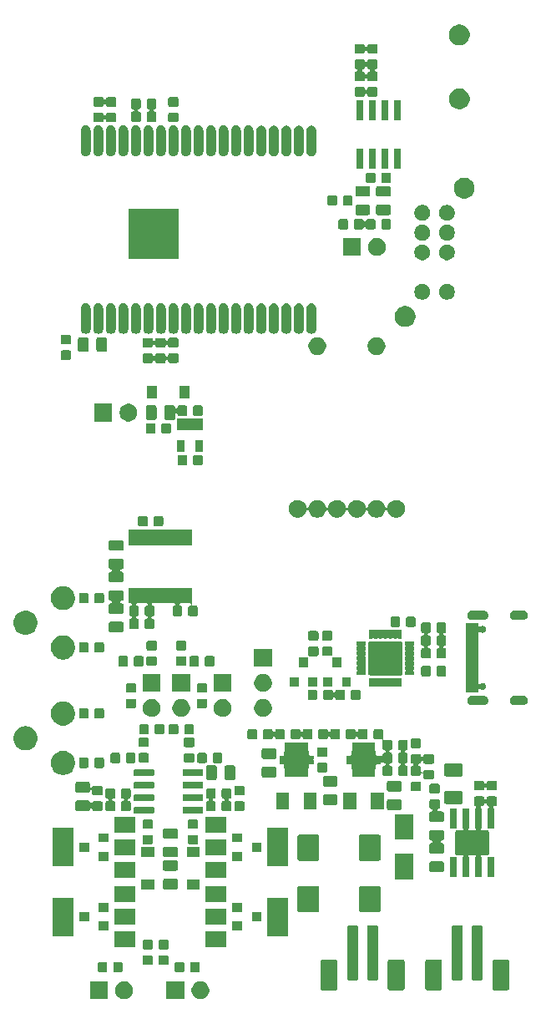
<source format=gts>
G04 #@! TF.GenerationSoftware,KiCad,Pcbnew,5.1.5+dfsg1-2build2*
G04 #@! TF.CreationDate,2020-11-24T02:53:37+01:00*
G04 #@! TF.ProjectId,sony-scopeman,736f6e79-2d73-4636-9f70-656d616e2e6b,rev?*
G04 #@! TF.SameCoordinates,Original*
G04 #@! TF.FileFunction,Soldermask,Top*
G04 #@! TF.FilePolarity,Negative*
%FSLAX46Y46*%
G04 Gerber Fmt 4.6, Leading zero omitted, Abs format (unit mm)*
G04 Created by KiCad (PCBNEW 5.1.5+dfsg1-2build2) date 2020-11-24 02:53:37*
%MOMM*%
%LPD*%
G04 APERTURE LIST*
%ADD10C,0.100000*%
G04 APERTURE END LIST*
D10*
G36*
X120253512Y-141453927D02*
G01*
X120402812Y-141483624D01*
X120566784Y-141551544D01*
X120714354Y-141650147D01*
X120839853Y-141775646D01*
X120938456Y-141923216D01*
X121006376Y-142087188D01*
X121041000Y-142261259D01*
X121041000Y-142438741D01*
X121006376Y-142612812D01*
X120938456Y-142776784D01*
X120839853Y-142924354D01*
X120714354Y-143049853D01*
X120566784Y-143148456D01*
X120402812Y-143216376D01*
X120253512Y-143246073D01*
X120228742Y-143251000D01*
X120051258Y-143251000D01*
X120026488Y-143246073D01*
X119877188Y-143216376D01*
X119713216Y-143148456D01*
X119565646Y-143049853D01*
X119440147Y-142924354D01*
X119341544Y-142776784D01*
X119273624Y-142612812D01*
X119239000Y-142438741D01*
X119239000Y-142261259D01*
X119273624Y-142087188D01*
X119341544Y-141923216D01*
X119440147Y-141775646D01*
X119565646Y-141650147D01*
X119713216Y-141551544D01*
X119877188Y-141483624D01*
X120026488Y-141453927D01*
X120051258Y-141449000D01*
X120228742Y-141449000D01*
X120253512Y-141453927D01*
G37*
G36*
X118501000Y-143251000D02*
G01*
X116699000Y-143251000D01*
X116699000Y-141449000D01*
X118501000Y-141449000D01*
X118501000Y-143251000D01*
G37*
G36*
X110761000Y-143251000D02*
G01*
X108959000Y-143251000D01*
X108959000Y-141449000D01*
X110761000Y-141449000D01*
X110761000Y-143251000D01*
G37*
G36*
X112513512Y-141453927D02*
G01*
X112662812Y-141483624D01*
X112826784Y-141551544D01*
X112974354Y-141650147D01*
X113099853Y-141775646D01*
X113198456Y-141923216D01*
X113266376Y-142087188D01*
X113301000Y-142261259D01*
X113301000Y-142438741D01*
X113266376Y-142612812D01*
X113198456Y-142776784D01*
X113099853Y-142924354D01*
X112974354Y-143049853D01*
X112826784Y-143148456D01*
X112662812Y-143216376D01*
X112513512Y-143246073D01*
X112488742Y-143251000D01*
X112311258Y-143251000D01*
X112286488Y-143246073D01*
X112137188Y-143216376D01*
X111973216Y-143148456D01*
X111825646Y-143049853D01*
X111700147Y-142924354D01*
X111601544Y-142776784D01*
X111533624Y-142612812D01*
X111499000Y-142438741D01*
X111499000Y-142261259D01*
X111533624Y-142087188D01*
X111601544Y-141923216D01*
X111700147Y-141775646D01*
X111825646Y-141650147D01*
X111973216Y-141551544D01*
X112137188Y-141483624D01*
X112286488Y-141453927D01*
X112311258Y-141449000D01*
X112488742Y-141449000D01*
X112513512Y-141453927D01*
G37*
G36*
X133906392Y-139253042D02*
G01*
X133939951Y-139263223D01*
X133970884Y-139279757D01*
X133997995Y-139302005D01*
X134020243Y-139329116D01*
X134036777Y-139360049D01*
X134046958Y-139393608D01*
X134051000Y-139434652D01*
X134051000Y-142165348D01*
X134046958Y-142206392D01*
X134036777Y-142239951D01*
X134020243Y-142270884D01*
X133997995Y-142297995D01*
X133970884Y-142320243D01*
X133939951Y-142336777D01*
X133906392Y-142346958D01*
X133865348Y-142351000D01*
X132534652Y-142351000D01*
X132493608Y-142346958D01*
X132460049Y-142336777D01*
X132429116Y-142320243D01*
X132402005Y-142297995D01*
X132379757Y-142270884D01*
X132363223Y-142239951D01*
X132353042Y-142206392D01*
X132349000Y-142165348D01*
X132349000Y-139434652D01*
X132353042Y-139393608D01*
X132363223Y-139360049D01*
X132379757Y-139329116D01*
X132402005Y-139302005D01*
X132429116Y-139279757D01*
X132460049Y-139263223D01*
X132493608Y-139253042D01*
X132534652Y-139249000D01*
X133865348Y-139249000D01*
X133906392Y-139253042D01*
G37*
G36*
X151306392Y-139253042D02*
G01*
X151339951Y-139263223D01*
X151370884Y-139279757D01*
X151397995Y-139302005D01*
X151420243Y-139329116D01*
X151436777Y-139360049D01*
X151446958Y-139393608D01*
X151451000Y-139434652D01*
X151451000Y-142165348D01*
X151446958Y-142206392D01*
X151436777Y-142239951D01*
X151420243Y-142270884D01*
X151397995Y-142297995D01*
X151370884Y-142320243D01*
X151339951Y-142336777D01*
X151306392Y-142346958D01*
X151265348Y-142351000D01*
X149934652Y-142351000D01*
X149893608Y-142346958D01*
X149860049Y-142336777D01*
X149829116Y-142320243D01*
X149802005Y-142297995D01*
X149779757Y-142270884D01*
X149763223Y-142239951D01*
X149753042Y-142206392D01*
X149749000Y-142165348D01*
X149749000Y-139434652D01*
X149753042Y-139393608D01*
X149763223Y-139360049D01*
X149779757Y-139329116D01*
X149802005Y-139302005D01*
X149829116Y-139279757D01*
X149860049Y-139263223D01*
X149893608Y-139253042D01*
X149934652Y-139249000D01*
X151265348Y-139249000D01*
X151306392Y-139253042D01*
G37*
G36*
X140706392Y-139253042D02*
G01*
X140739951Y-139263223D01*
X140770884Y-139279757D01*
X140797995Y-139302005D01*
X140820243Y-139329116D01*
X140836777Y-139360049D01*
X140846958Y-139393608D01*
X140851000Y-139434652D01*
X140851000Y-142165348D01*
X140846958Y-142206392D01*
X140836777Y-142239951D01*
X140820243Y-142270884D01*
X140797995Y-142297995D01*
X140770884Y-142320243D01*
X140739951Y-142336777D01*
X140706392Y-142346958D01*
X140665348Y-142351000D01*
X139334652Y-142351000D01*
X139293608Y-142346958D01*
X139260049Y-142336777D01*
X139229116Y-142320243D01*
X139202005Y-142297995D01*
X139179757Y-142270884D01*
X139163223Y-142239951D01*
X139153042Y-142206392D01*
X139149000Y-142165348D01*
X139149000Y-139434652D01*
X139153042Y-139393608D01*
X139163223Y-139360049D01*
X139179757Y-139329116D01*
X139202005Y-139302005D01*
X139229116Y-139279757D01*
X139260049Y-139263223D01*
X139293608Y-139253042D01*
X139334652Y-139249000D01*
X140665348Y-139249000D01*
X140706392Y-139253042D01*
G37*
G36*
X144506392Y-139253042D02*
G01*
X144539951Y-139263223D01*
X144570884Y-139279757D01*
X144597995Y-139302005D01*
X144620243Y-139329116D01*
X144636777Y-139360049D01*
X144646958Y-139393608D01*
X144651000Y-139434652D01*
X144651000Y-142165348D01*
X144646958Y-142206392D01*
X144636777Y-142239951D01*
X144620243Y-142270884D01*
X144597995Y-142297995D01*
X144570884Y-142320243D01*
X144539951Y-142336777D01*
X144506392Y-142346958D01*
X144465348Y-142351000D01*
X143134652Y-142351000D01*
X143093608Y-142346958D01*
X143060049Y-142336777D01*
X143029116Y-142320243D01*
X143002005Y-142297995D01*
X142979757Y-142270884D01*
X142963223Y-142239951D01*
X142953042Y-142206392D01*
X142949000Y-142165348D01*
X142949000Y-139434652D01*
X142953042Y-139393608D01*
X142963223Y-139360049D01*
X142979757Y-139329116D01*
X143002005Y-139302005D01*
X143029116Y-139279757D01*
X143060049Y-139263223D01*
X143093608Y-139253042D01*
X143134652Y-139249000D01*
X144465348Y-139249000D01*
X144506392Y-139253042D01*
G37*
G36*
X148579434Y-135753686D02*
G01*
X148619284Y-135765774D01*
X148655999Y-135785399D01*
X148688186Y-135811814D01*
X148714601Y-135844001D01*
X148734226Y-135880716D01*
X148746314Y-135920566D01*
X148751000Y-135968141D01*
X148751000Y-141131859D01*
X148746314Y-141179434D01*
X148734226Y-141219284D01*
X148714601Y-141255999D01*
X148688186Y-141288186D01*
X148655999Y-141314601D01*
X148619284Y-141334226D01*
X148579434Y-141346314D01*
X148531859Y-141351000D01*
X147868141Y-141351000D01*
X147820566Y-141346314D01*
X147780716Y-141334226D01*
X147744001Y-141314601D01*
X147711814Y-141288186D01*
X147685399Y-141255999D01*
X147665774Y-141219284D01*
X147653686Y-141179434D01*
X147649000Y-141131859D01*
X147649000Y-135968141D01*
X147653686Y-135920566D01*
X147665774Y-135880716D01*
X147685399Y-135844001D01*
X147711814Y-135811814D01*
X147744001Y-135785399D01*
X147780716Y-135765774D01*
X147820566Y-135753686D01*
X147868141Y-135749000D01*
X148531859Y-135749000D01*
X148579434Y-135753686D01*
G37*
G36*
X146579434Y-135753686D02*
G01*
X146619284Y-135765774D01*
X146655999Y-135785399D01*
X146688186Y-135811814D01*
X146714601Y-135844001D01*
X146734226Y-135880716D01*
X146746314Y-135920566D01*
X146751000Y-135968141D01*
X146751000Y-141131859D01*
X146746314Y-141179434D01*
X146734226Y-141219284D01*
X146714601Y-141255999D01*
X146688186Y-141288186D01*
X146655999Y-141314601D01*
X146619284Y-141334226D01*
X146579434Y-141346314D01*
X146531859Y-141351000D01*
X145868141Y-141351000D01*
X145820566Y-141346314D01*
X145780716Y-141334226D01*
X145744001Y-141314601D01*
X145711814Y-141288186D01*
X145685399Y-141255999D01*
X145665774Y-141219284D01*
X145653686Y-141179434D01*
X145649000Y-141131859D01*
X145649000Y-135968141D01*
X145653686Y-135920566D01*
X145665774Y-135880716D01*
X145685399Y-135844001D01*
X145711814Y-135811814D01*
X145744001Y-135785399D01*
X145780716Y-135765774D01*
X145820566Y-135753686D01*
X145868141Y-135749000D01*
X146531859Y-135749000D01*
X146579434Y-135753686D01*
G37*
G36*
X137979434Y-135753686D02*
G01*
X138019284Y-135765774D01*
X138055999Y-135785399D01*
X138088186Y-135811814D01*
X138114601Y-135844001D01*
X138134226Y-135880716D01*
X138146314Y-135920566D01*
X138151000Y-135968141D01*
X138151000Y-141131859D01*
X138146314Y-141179434D01*
X138134226Y-141219284D01*
X138114601Y-141255999D01*
X138088186Y-141288186D01*
X138055999Y-141314601D01*
X138019284Y-141334226D01*
X137979434Y-141346314D01*
X137931859Y-141351000D01*
X137268141Y-141351000D01*
X137220566Y-141346314D01*
X137180716Y-141334226D01*
X137144001Y-141314601D01*
X137111814Y-141288186D01*
X137085399Y-141255999D01*
X137065774Y-141219284D01*
X137053686Y-141179434D01*
X137049000Y-141131859D01*
X137049000Y-135968141D01*
X137053686Y-135920566D01*
X137065774Y-135880716D01*
X137085399Y-135844001D01*
X137111814Y-135811814D01*
X137144001Y-135785399D01*
X137180716Y-135765774D01*
X137220566Y-135753686D01*
X137268141Y-135749000D01*
X137931859Y-135749000D01*
X137979434Y-135753686D01*
G37*
G36*
X135979434Y-135753686D02*
G01*
X136019284Y-135765774D01*
X136055999Y-135785399D01*
X136088186Y-135811814D01*
X136114601Y-135844001D01*
X136134226Y-135880716D01*
X136146314Y-135920566D01*
X136151000Y-135968141D01*
X136151000Y-141131859D01*
X136146314Y-141179434D01*
X136134226Y-141219284D01*
X136114601Y-141255999D01*
X136088186Y-141288186D01*
X136055999Y-141314601D01*
X136019284Y-141334226D01*
X135979434Y-141346314D01*
X135931859Y-141351000D01*
X135268141Y-141351000D01*
X135220566Y-141346314D01*
X135180716Y-141334226D01*
X135144001Y-141314601D01*
X135111814Y-141288186D01*
X135085399Y-141255999D01*
X135065774Y-141219284D01*
X135053686Y-141179434D01*
X135049000Y-141131859D01*
X135049000Y-135968141D01*
X135053686Y-135920566D01*
X135065774Y-135880716D01*
X135085399Y-135844001D01*
X135111814Y-135811814D01*
X135144001Y-135785399D01*
X135180716Y-135765774D01*
X135220566Y-135753686D01*
X135268141Y-135749000D01*
X135931859Y-135749000D01*
X135979434Y-135753686D01*
G37*
G36*
X119929591Y-139478085D02*
G01*
X119963569Y-139488393D01*
X119994890Y-139505134D01*
X120022339Y-139527661D01*
X120044866Y-139555110D01*
X120061607Y-139586431D01*
X120071915Y-139620409D01*
X120076000Y-139661890D01*
X120076000Y-140338110D01*
X120071915Y-140379591D01*
X120061607Y-140413569D01*
X120044866Y-140444890D01*
X120022339Y-140472339D01*
X119994890Y-140494866D01*
X119963569Y-140511607D01*
X119929591Y-140521915D01*
X119888110Y-140526000D01*
X119286890Y-140526000D01*
X119245409Y-140521915D01*
X119211431Y-140511607D01*
X119180110Y-140494866D01*
X119152661Y-140472339D01*
X119130134Y-140444890D01*
X119113393Y-140413569D01*
X119103085Y-140379591D01*
X119099000Y-140338110D01*
X119099000Y-139661890D01*
X119103085Y-139620409D01*
X119113393Y-139586431D01*
X119130134Y-139555110D01*
X119152661Y-139527661D01*
X119180110Y-139505134D01*
X119211431Y-139488393D01*
X119245409Y-139478085D01*
X119286890Y-139474000D01*
X119888110Y-139474000D01*
X119929591Y-139478085D01*
G37*
G36*
X118354591Y-139478085D02*
G01*
X118388569Y-139488393D01*
X118419890Y-139505134D01*
X118447339Y-139527661D01*
X118469866Y-139555110D01*
X118486607Y-139586431D01*
X118496915Y-139620409D01*
X118501000Y-139661890D01*
X118501000Y-140338110D01*
X118496915Y-140379591D01*
X118486607Y-140413569D01*
X118469866Y-140444890D01*
X118447339Y-140472339D01*
X118419890Y-140494866D01*
X118388569Y-140511607D01*
X118354591Y-140521915D01*
X118313110Y-140526000D01*
X117711890Y-140526000D01*
X117670409Y-140521915D01*
X117636431Y-140511607D01*
X117605110Y-140494866D01*
X117577661Y-140472339D01*
X117555134Y-140444890D01*
X117538393Y-140413569D01*
X117528085Y-140379591D01*
X117524000Y-140338110D01*
X117524000Y-139661890D01*
X117528085Y-139620409D01*
X117538393Y-139586431D01*
X117555134Y-139555110D01*
X117577661Y-139527661D01*
X117605110Y-139505134D01*
X117636431Y-139488393D01*
X117670409Y-139478085D01*
X117711890Y-139474000D01*
X118313110Y-139474000D01*
X118354591Y-139478085D01*
G37*
G36*
X112129591Y-139478085D02*
G01*
X112163569Y-139488393D01*
X112194890Y-139505134D01*
X112222339Y-139527661D01*
X112244866Y-139555110D01*
X112261607Y-139586431D01*
X112271915Y-139620409D01*
X112276000Y-139661890D01*
X112276000Y-140338110D01*
X112271915Y-140379591D01*
X112261607Y-140413569D01*
X112244866Y-140444890D01*
X112222339Y-140472339D01*
X112194890Y-140494866D01*
X112163569Y-140511607D01*
X112129591Y-140521915D01*
X112088110Y-140526000D01*
X111486890Y-140526000D01*
X111445409Y-140521915D01*
X111411431Y-140511607D01*
X111380110Y-140494866D01*
X111352661Y-140472339D01*
X111330134Y-140444890D01*
X111313393Y-140413569D01*
X111303085Y-140379591D01*
X111299000Y-140338110D01*
X111299000Y-139661890D01*
X111303085Y-139620409D01*
X111313393Y-139586431D01*
X111330134Y-139555110D01*
X111352661Y-139527661D01*
X111380110Y-139505134D01*
X111411431Y-139488393D01*
X111445409Y-139478085D01*
X111486890Y-139474000D01*
X112088110Y-139474000D01*
X112129591Y-139478085D01*
G37*
G36*
X110554591Y-139478085D02*
G01*
X110588569Y-139488393D01*
X110619890Y-139505134D01*
X110647339Y-139527661D01*
X110669866Y-139555110D01*
X110686607Y-139586431D01*
X110696915Y-139620409D01*
X110701000Y-139661890D01*
X110701000Y-140338110D01*
X110696915Y-140379591D01*
X110686607Y-140413569D01*
X110669866Y-140444890D01*
X110647339Y-140472339D01*
X110619890Y-140494866D01*
X110588569Y-140511607D01*
X110554591Y-140521915D01*
X110513110Y-140526000D01*
X109911890Y-140526000D01*
X109870409Y-140521915D01*
X109836431Y-140511607D01*
X109805110Y-140494866D01*
X109777661Y-140472339D01*
X109755134Y-140444890D01*
X109738393Y-140413569D01*
X109728085Y-140379591D01*
X109724000Y-140338110D01*
X109724000Y-139661890D01*
X109728085Y-139620409D01*
X109738393Y-139586431D01*
X109755134Y-139555110D01*
X109777661Y-139527661D01*
X109805110Y-139505134D01*
X109836431Y-139488393D01*
X109870409Y-139478085D01*
X109911890Y-139474000D01*
X110513110Y-139474000D01*
X110554591Y-139478085D01*
G37*
G36*
X115179591Y-138803085D02*
G01*
X115213569Y-138813393D01*
X115244890Y-138830134D01*
X115272339Y-138852661D01*
X115294866Y-138880110D01*
X115311607Y-138911431D01*
X115321915Y-138945409D01*
X115326000Y-138986890D01*
X115326000Y-139588110D01*
X115321915Y-139629591D01*
X115311607Y-139663569D01*
X115294866Y-139694890D01*
X115272339Y-139722339D01*
X115244890Y-139744866D01*
X115213569Y-139761607D01*
X115179591Y-139771915D01*
X115138110Y-139776000D01*
X114461890Y-139776000D01*
X114420409Y-139771915D01*
X114386431Y-139761607D01*
X114355110Y-139744866D01*
X114327661Y-139722339D01*
X114305134Y-139694890D01*
X114288393Y-139663569D01*
X114278085Y-139629591D01*
X114274000Y-139588110D01*
X114274000Y-138986890D01*
X114278085Y-138945409D01*
X114288393Y-138911431D01*
X114305134Y-138880110D01*
X114327661Y-138852661D01*
X114355110Y-138830134D01*
X114386431Y-138813393D01*
X114420409Y-138803085D01*
X114461890Y-138799000D01*
X115138110Y-138799000D01*
X115179591Y-138803085D01*
G37*
G36*
X116779591Y-138803085D02*
G01*
X116813569Y-138813393D01*
X116844890Y-138830134D01*
X116872339Y-138852661D01*
X116894866Y-138880110D01*
X116911607Y-138911431D01*
X116921915Y-138945409D01*
X116926000Y-138986890D01*
X116926000Y-139588110D01*
X116921915Y-139629591D01*
X116911607Y-139663569D01*
X116894866Y-139694890D01*
X116872339Y-139722339D01*
X116844890Y-139744866D01*
X116813569Y-139761607D01*
X116779591Y-139771915D01*
X116738110Y-139776000D01*
X116061890Y-139776000D01*
X116020409Y-139771915D01*
X115986431Y-139761607D01*
X115955110Y-139744866D01*
X115927661Y-139722339D01*
X115905134Y-139694890D01*
X115888393Y-139663569D01*
X115878085Y-139629591D01*
X115874000Y-139588110D01*
X115874000Y-138986890D01*
X115878085Y-138945409D01*
X115888393Y-138911431D01*
X115905134Y-138880110D01*
X115927661Y-138852661D01*
X115955110Y-138830134D01*
X115986431Y-138813393D01*
X116020409Y-138803085D01*
X116061890Y-138799000D01*
X116738110Y-138799000D01*
X116779591Y-138803085D01*
G37*
G36*
X116779591Y-137228085D02*
G01*
X116813569Y-137238393D01*
X116844890Y-137255134D01*
X116872339Y-137277661D01*
X116894866Y-137305110D01*
X116911607Y-137336431D01*
X116921915Y-137370409D01*
X116926000Y-137411890D01*
X116926000Y-138013110D01*
X116921915Y-138054591D01*
X116911607Y-138088569D01*
X116894866Y-138119890D01*
X116872339Y-138147339D01*
X116844890Y-138169866D01*
X116813569Y-138186607D01*
X116779591Y-138196915D01*
X116738110Y-138201000D01*
X116061890Y-138201000D01*
X116020409Y-138196915D01*
X115986431Y-138186607D01*
X115955110Y-138169866D01*
X115927661Y-138147339D01*
X115905134Y-138119890D01*
X115888393Y-138088569D01*
X115878085Y-138054591D01*
X115874000Y-138013110D01*
X115874000Y-137411890D01*
X115878085Y-137370409D01*
X115888393Y-137336431D01*
X115905134Y-137305110D01*
X115927661Y-137277661D01*
X115955110Y-137255134D01*
X115986431Y-137238393D01*
X116020409Y-137228085D01*
X116061890Y-137224000D01*
X116738110Y-137224000D01*
X116779591Y-137228085D01*
G37*
G36*
X115179591Y-137228085D02*
G01*
X115213569Y-137238393D01*
X115244890Y-137255134D01*
X115272339Y-137277661D01*
X115294866Y-137305110D01*
X115311607Y-137336431D01*
X115321915Y-137370409D01*
X115326000Y-137411890D01*
X115326000Y-138013110D01*
X115321915Y-138054591D01*
X115311607Y-138088569D01*
X115294866Y-138119890D01*
X115272339Y-138147339D01*
X115244890Y-138169866D01*
X115213569Y-138186607D01*
X115179591Y-138196915D01*
X115138110Y-138201000D01*
X114461890Y-138201000D01*
X114420409Y-138196915D01*
X114386431Y-138186607D01*
X114355110Y-138169866D01*
X114327661Y-138147339D01*
X114305134Y-138119890D01*
X114288393Y-138088569D01*
X114278085Y-138054591D01*
X114274000Y-138013110D01*
X114274000Y-137411890D01*
X114278085Y-137370409D01*
X114288393Y-137336431D01*
X114305134Y-137305110D01*
X114327661Y-137277661D01*
X114355110Y-137255134D01*
X114386431Y-137238393D01*
X114420409Y-137228085D01*
X114461890Y-137224000D01*
X115138110Y-137224000D01*
X115179591Y-137228085D01*
G37*
G36*
X122751000Y-138001000D02*
G01*
X120649000Y-138001000D01*
X120649000Y-136399000D01*
X122751000Y-136399000D01*
X122751000Y-138001000D01*
G37*
G36*
X113551001Y-138001000D02*
G01*
X111449001Y-138001000D01*
X111449001Y-136399000D01*
X113551001Y-136399000D01*
X113551001Y-138001000D01*
G37*
G36*
X107251001Y-136851000D02*
G01*
X105149001Y-136851000D01*
X105149001Y-132949000D01*
X107251001Y-132949000D01*
X107251001Y-136851000D01*
G37*
G36*
X129051000Y-136851000D02*
G01*
X126949000Y-136851000D01*
X126949000Y-132949000D01*
X129051000Y-132949000D01*
X129051000Y-136851000D01*
G37*
G36*
X110851001Y-136301000D02*
G01*
X109849001Y-136301000D01*
X109849001Y-135399000D01*
X110851001Y-135399000D01*
X110851001Y-136301000D01*
G37*
G36*
X124351000Y-136301000D02*
G01*
X123349000Y-136301000D01*
X123349000Y-135399000D01*
X124351000Y-135399000D01*
X124351000Y-136301000D01*
G37*
G36*
X113551001Y-135701000D02*
G01*
X111449001Y-135701000D01*
X111449001Y-134099000D01*
X113551001Y-134099000D01*
X113551001Y-135701000D01*
G37*
G36*
X122751000Y-135701000D02*
G01*
X120649000Y-135701000D01*
X120649000Y-134099000D01*
X122751000Y-134099000D01*
X122751000Y-135701000D01*
G37*
G36*
X108851001Y-135351000D02*
G01*
X107849001Y-135351000D01*
X107849001Y-134449000D01*
X108851001Y-134449000D01*
X108851001Y-135351000D01*
G37*
G36*
X126351000Y-135351000D02*
G01*
X125349000Y-135351000D01*
X125349000Y-134449000D01*
X126351000Y-134449000D01*
X126351000Y-135351000D01*
G37*
G36*
X132041132Y-131777810D02*
G01*
X132072423Y-131787302D01*
X132101263Y-131802717D01*
X132126539Y-131823461D01*
X132147283Y-131848737D01*
X132162698Y-131877577D01*
X132172190Y-131908868D01*
X132176000Y-131947551D01*
X132176000Y-134252449D01*
X132172190Y-134291132D01*
X132162698Y-134322423D01*
X132147283Y-134351263D01*
X132126539Y-134376539D01*
X132101263Y-134397283D01*
X132072423Y-134412698D01*
X132041132Y-134422190D01*
X132002449Y-134426000D01*
X130172551Y-134426000D01*
X130133868Y-134422190D01*
X130102577Y-134412698D01*
X130073737Y-134397283D01*
X130048461Y-134376539D01*
X130027717Y-134351263D01*
X130012302Y-134322423D01*
X130002810Y-134291132D01*
X129999000Y-134252449D01*
X129999000Y-131947551D01*
X130002810Y-131908868D01*
X130012302Y-131877577D01*
X130027717Y-131848737D01*
X130048461Y-131823461D01*
X130073737Y-131802717D01*
X130102577Y-131787302D01*
X130133868Y-131777810D01*
X130172551Y-131774000D01*
X132002449Y-131774000D01*
X132041132Y-131777810D01*
G37*
G36*
X138266132Y-131777810D02*
G01*
X138297423Y-131787302D01*
X138326263Y-131802717D01*
X138351539Y-131823461D01*
X138372283Y-131848737D01*
X138387698Y-131877577D01*
X138397190Y-131908868D01*
X138401000Y-131947551D01*
X138401000Y-134252449D01*
X138397190Y-134291132D01*
X138387698Y-134322423D01*
X138372283Y-134351263D01*
X138351539Y-134376539D01*
X138326263Y-134397283D01*
X138297423Y-134412698D01*
X138266132Y-134422190D01*
X138227449Y-134426000D01*
X136397551Y-134426000D01*
X136358868Y-134422190D01*
X136327577Y-134412698D01*
X136298737Y-134397283D01*
X136273461Y-134376539D01*
X136252717Y-134351263D01*
X136237302Y-134322423D01*
X136227810Y-134291132D01*
X136224000Y-134252449D01*
X136224000Y-131947551D01*
X136227810Y-131908868D01*
X136237302Y-131877577D01*
X136252717Y-131848737D01*
X136273461Y-131823461D01*
X136298737Y-131802717D01*
X136327577Y-131787302D01*
X136358868Y-131777810D01*
X136397551Y-131774000D01*
X138227449Y-131774000D01*
X138266132Y-131777810D01*
G37*
G36*
X124351000Y-134401000D02*
G01*
X123349000Y-134401000D01*
X123349000Y-133499000D01*
X124351000Y-133499000D01*
X124351000Y-134401000D01*
G37*
G36*
X110851001Y-134401000D02*
G01*
X109849001Y-134401000D01*
X109849001Y-133499000D01*
X110851001Y-133499000D01*
X110851001Y-134401000D01*
G37*
G36*
X122751000Y-133401000D02*
G01*
X120649000Y-133401000D01*
X120649000Y-131799000D01*
X122751000Y-131799000D01*
X122751000Y-133401000D01*
G37*
G36*
X113551001Y-133401000D02*
G01*
X111449001Y-133401000D01*
X111449001Y-131799000D01*
X113551001Y-131799000D01*
X113551001Y-133401000D01*
G37*
G36*
X120051000Y-132151000D02*
G01*
X118749000Y-132151000D01*
X118749000Y-131149000D01*
X120051000Y-131149000D01*
X120051000Y-132151000D01*
G37*
G36*
X115451000Y-132151000D02*
G01*
X114149000Y-132151000D01*
X114149000Y-131149000D01*
X115451000Y-131149000D01*
X115451000Y-132151000D01*
G37*
G36*
X117684468Y-131053565D02*
G01*
X117723138Y-131065296D01*
X117758777Y-131084346D01*
X117790017Y-131109983D01*
X117815654Y-131141223D01*
X117834704Y-131176862D01*
X117846435Y-131215532D01*
X117851000Y-131261888D01*
X117851000Y-131913112D01*
X117846435Y-131959468D01*
X117834704Y-131998138D01*
X117815654Y-132033777D01*
X117790017Y-132065017D01*
X117758777Y-132090654D01*
X117723138Y-132109704D01*
X117684468Y-132121435D01*
X117638112Y-132126000D01*
X116561888Y-132126000D01*
X116515532Y-132121435D01*
X116476862Y-132109704D01*
X116441223Y-132090654D01*
X116409983Y-132065017D01*
X116384346Y-132033777D01*
X116365296Y-131998138D01*
X116353565Y-131959468D01*
X116349000Y-131913112D01*
X116349000Y-131261888D01*
X116353565Y-131215532D01*
X116365296Y-131176862D01*
X116384346Y-131141223D01*
X116409983Y-131109983D01*
X116441223Y-131084346D01*
X116476862Y-131065296D01*
X116515532Y-131053565D01*
X116561888Y-131049000D01*
X117638112Y-131049000D01*
X117684468Y-131053565D01*
G37*
G36*
X141751000Y-131101000D02*
G01*
X139849000Y-131101000D01*
X139849000Y-128499000D01*
X141751000Y-128499000D01*
X141751000Y-131101000D01*
G37*
G36*
X113551000Y-130951000D02*
G01*
X111449000Y-130951000D01*
X111449000Y-129349000D01*
X113551000Y-129349000D01*
X113551000Y-130951000D01*
G37*
G36*
X122751000Y-130951000D02*
G01*
X120649000Y-130951000D01*
X120649000Y-129349000D01*
X122751000Y-129349000D01*
X122751000Y-130951000D01*
G37*
G36*
X146070320Y-128828834D02*
G01*
X146081871Y-128850445D01*
X146106505Y-128877624D01*
X146112475Y-128882523D01*
X146126452Y-128899555D01*
X146136840Y-128918991D01*
X146143236Y-128940072D01*
X146146000Y-128968140D01*
X146146000Y-130781860D01*
X146143236Y-130809928D01*
X146136840Y-130831009D01*
X146126452Y-130850445D01*
X146112476Y-130867476D01*
X146095445Y-130881452D01*
X146076009Y-130891840D01*
X146054928Y-130898236D01*
X146026860Y-130901000D01*
X145563140Y-130901000D01*
X145535072Y-130898236D01*
X145513991Y-130891840D01*
X145494555Y-130881452D01*
X145477524Y-130867476D01*
X145463548Y-130850445D01*
X145453160Y-130831009D01*
X145446764Y-130809928D01*
X145444000Y-130781860D01*
X145444000Y-128968140D01*
X145446764Y-128940072D01*
X145453160Y-128918991D01*
X145463548Y-128899555D01*
X145477524Y-128882524D01*
X145494555Y-128868548D01*
X145513991Y-128858160D01*
X145535072Y-128851764D01*
X145563140Y-128849000D01*
X145990721Y-128849000D01*
X146015107Y-128846598D01*
X146038556Y-128839485D01*
X146060167Y-128827934D01*
X146068078Y-128821442D01*
X146070320Y-128828834D01*
G37*
G36*
X148779591Y-122703085D02*
G01*
X148813569Y-122713393D01*
X148844890Y-122730134D01*
X148872339Y-122752661D01*
X148894866Y-122780110D01*
X148911607Y-122811431D01*
X148921915Y-122845409D01*
X148925603Y-122882859D01*
X148930383Y-122906892D01*
X148939761Y-122929531D01*
X148953374Y-122949905D01*
X148970701Y-122967232D01*
X148991076Y-122980846D01*
X149013714Y-122990223D01*
X149037748Y-122995004D01*
X149062252Y-122995004D01*
X149086285Y-122990224D01*
X149108924Y-122980846D01*
X149129298Y-122967233D01*
X149146625Y-122949906D01*
X149160239Y-122929531D01*
X149169616Y-122906893D01*
X149174397Y-122882859D01*
X149178085Y-122845409D01*
X149188393Y-122811431D01*
X149205134Y-122780110D01*
X149227661Y-122752661D01*
X149255110Y-122730134D01*
X149286431Y-122713393D01*
X149320409Y-122703085D01*
X149361890Y-122699000D01*
X150038110Y-122699000D01*
X150079591Y-122703085D01*
X150113569Y-122713393D01*
X150144890Y-122730134D01*
X150172339Y-122752661D01*
X150194866Y-122780110D01*
X150211607Y-122811431D01*
X150221915Y-122845409D01*
X150226000Y-122886890D01*
X150226000Y-123488110D01*
X150221915Y-123529591D01*
X150211607Y-123563569D01*
X150194866Y-123594890D01*
X150172339Y-123622339D01*
X150144890Y-123644866D01*
X150113569Y-123661607D01*
X150079591Y-123671915D01*
X150038110Y-123676000D01*
X149950694Y-123676000D01*
X149926308Y-123678402D01*
X149902859Y-123685515D01*
X149881248Y-123697066D01*
X149862306Y-123712611D01*
X149846761Y-123731553D01*
X149835210Y-123753164D01*
X149828097Y-123776613D01*
X149825695Y-123800999D01*
X149828097Y-123825385D01*
X149835210Y-123848834D01*
X149846761Y-123870445D01*
X149862306Y-123889387D01*
X149881248Y-123904932D01*
X149891770Y-123911238D01*
X149905443Y-123918546D01*
X149922476Y-123932524D01*
X149936452Y-123949555D01*
X149946840Y-123968991D01*
X149953236Y-123990072D01*
X149956000Y-124018140D01*
X149956000Y-125831860D01*
X149953236Y-125859928D01*
X149946840Y-125881009D01*
X149936452Y-125900445D01*
X149922476Y-125917476D01*
X149905445Y-125931452D01*
X149886009Y-125941840D01*
X149864928Y-125948236D01*
X149836860Y-125951000D01*
X149409279Y-125951000D01*
X149384893Y-125953402D01*
X149361444Y-125960515D01*
X149339833Y-125972066D01*
X149331922Y-125978558D01*
X149329680Y-125971166D01*
X149318129Y-125949555D01*
X149293495Y-125922376D01*
X149287525Y-125917477D01*
X149273548Y-125900445D01*
X149263160Y-125881009D01*
X149256764Y-125859928D01*
X149254000Y-125831860D01*
X149254000Y-124018140D01*
X149256764Y-123990072D01*
X149263160Y-123968991D01*
X149273548Y-123949555D01*
X149287524Y-123932524D01*
X149304555Y-123918548D01*
X149330178Y-123904853D01*
X149339922Y-123900816D01*
X149360295Y-123887201D01*
X149377621Y-123869873D01*
X149391234Y-123849497D01*
X149400610Y-123826858D01*
X149405389Y-123802825D01*
X149405387Y-123778320D01*
X149400605Y-123754287D01*
X149391227Y-123731649D01*
X149377612Y-123711276D01*
X149360284Y-123693950D01*
X149339908Y-123680337D01*
X149317275Y-123670963D01*
X149286429Y-123661606D01*
X149255110Y-123644866D01*
X149227661Y-123622339D01*
X149205134Y-123594890D01*
X149188393Y-123563569D01*
X149178085Y-123529591D01*
X149174397Y-123492141D01*
X149169617Y-123468108D01*
X149160239Y-123445469D01*
X149146626Y-123425095D01*
X149129299Y-123407768D01*
X149108924Y-123394154D01*
X149086286Y-123384777D01*
X149062252Y-123379996D01*
X149037748Y-123379996D01*
X149013715Y-123384776D01*
X148991076Y-123394154D01*
X148970702Y-123407767D01*
X148953375Y-123425094D01*
X148939761Y-123445469D01*
X148930384Y-123468107D01*
X148925603Y-123492141D01*
X148921915Y-123529591D01*
X148911607Y-123563569D01*
X148894866Y-123594890D01*
X148872339Y-123622339D01*
X148844890Y-123644866D01*
X148813569Y-123661607D01*
X148779591Y-123671915D01*
X148738110Y-123676000D01*
X148680694Y-123676000D01*
X148656308Y-123678402D01*
X148632859Y-123685515D01*
X148611248Y-123697066D01*
X148592306Y-123712611D01*
X148576761Y-123731553D01*
X148565210Y-123753164D01*
X148558097Y-123776613D01*
X148555695Y-123800999D01*
X148558097Y-123825385D01*
X148565210Y-123848834D01*
X148576761Y-123870445D01*
X148592306Y-123889387D01*
X148611248Y-123904932D01*
X148621770Y-123911238D01*
X148635443Y-123918546D01*
X148652476Y-123932524D01*
X148666452Y-123949555D01*
X148676840Y-123968991D01*
X148683236Y-123990072D01*
X148686000Y-124018140D01*
X148686000Y-125831860D01*
X148683236Y-125859928D01*
X148676840Y-125881009D01*
X148666452Y-125900445D01*
X148652475Y-125917477D01*
X148646505Y-125922376D01*
X148629178Y-125939703D01*
X148615564Y-125960078D01*
X148606187Y-125982716D01*
X148601407Y-126006750D01*
X148601407Y-126031254D01*
X148606188Y-126055287D01*
X148615565Y-126077926D01*
X148629179Y-126098300D01*
X148646506Y-126115627D01*
X148666881Y-126129241D01*
X148689519Y-126138618D01*
X148725804Y-126144000D01*
X149214196Y-126144000D01*
X149238582Y-126141598D01*
X149262031Y-126134485D01*
X149283642Y-126122934D01*
X149291553Y-126116442D01*
X149293795Y-126123834D01*
X149305346Y-126145445D01*
X149329980Y-126172624D01*
X149353266Y-126191734D01*
X149373277Y-126216117D01*
X149388147Y-126243938D01*
X149397304Y-126274123D01*
X149401000Y-126311652D01*
X149401000Y-128488348D01*
X149397304Y-128525877D01*
X149388147Y-128556062D01*
X149373277Y-128583883D01*
X149353266Y-128608266D01*
X149329980Y-128627376D01*
X149312653Y-128644703D01*
X149299040Y-128665077D01*
X149291577Y-128683092D01*
X149273119Y-128670759D01*
X149250481Y-128661382D01*
X149214196Y-128656000D01*
X148725804Y-128656000D01*
X148701418Y-128658402D01*
X148677969Y-128665515D01*
X148656358Y-128677066D01*
X148637416Y-128692611D01*
X148621871Y-128711553D01*
X148610320Y-128733164D01*
X148603207Y-128756613D01*
X148600805Y-128780999D01*
X148603207Y-128805385D01*
X148610320Y-128828834D01*
X148621871Y-128850445D01*
X148646505Y-128877624D01*
X148652475Y-128882523D01*
X148666452Y-128899555D01*
X148676840Y-128918991D01*
X148683236Y-128940072D01*
X148686000Y-128968140D01*
X148686000Y-130781860D01*
X148683236Y-130809928D01*
X148676840Y-130831009D01*
X148666452Y-130850445D01*
X148652476Y-130867476D01*
X148635445Y-130881452D01*
X148616009Y-130891840D01*
X148594928Y-130898236D01*
X148566860Y-130901000D01*
X148103140Y-130901000D01*
X148075072Y-130898236D01*
X148053991Y-130891840D01*
X148034555Y-130881452D01*
X148017524Y-130867476D01*
X148003548Y-130850445D01*
X147993160Y-130831009D01*
X147986764Y-130809928D01*
X147984000Y-130781860D01*
X147984000Y-128968140D01*
X147986764Y-128940072D01*
X147993160Y-128918991D01*
X148003548Y-128899555D01*
X148017525Y-128882523D01*
X148023495Y-128877624D01*
X148040822Y-128860297D01*
X148054436Y-128839922D01*
X148063813Y-128817284D01*
X148068593Y-128793250D01*
X148068593Y-128768746D01*
X148063812Y-128744713D01*
X148054435Y-128722074D01*
X148040821Y-128701700D01*
X148023494Y-128684373D01*
X148003119Y-128670759D01*
X147980481Y-128661382D01*
X147944196Y-128656000D01*
X147455804Y-128656000D01*
X147431418Y-128658402D01*
X147407969Y-128665515D01*
X147386358Y-128677066D01*
X147367416Y-128692611D01*
X147351871Y-128711553D01*
X147340320Y-128733164D01*
X147333207Y-128756613D01*
X147330805Y-128780999D01*
X147333207Y-128805385D01*
X147340320Y-128828834D01*
X147351871Y-128850445D01*
X147376505Y-128877624D01*
X147382475Y-128882523D01*
X147396452Y-128899555D01*
X147406840Y-128918991D01*
X147413236Y-128940072D01*
X147416000Y-128968140D01*
X147416000Y-130781860D01*
X147413236Y-130809928D01*
X147406840Y-130831009D01*
X147396452Y-130850445D01*
X147382476Y-130867476D01*
X147365445Y-130881452D01*
X147346009Y-130891840D01*
X147324928Y-130898236D01*
X147296860Y-130901000D01*
X146833140Y-130901000D01*
X146805072Y-130898236D01*
X146783991Y-130891840D01*
X146764555Y-130881452D01*
X146747524Y-130867476D01*
X146733548Y-130850445D01*
X146723160Y-130831009D01*
X146716764Y-130809928D01*
X146714000Y-130781860D01*
X146714000Y-128968140D01*
X146716764Y-128940072D01*
X146723160Y-128918991D01*
X146733548Y-128899555D01*
X146747525Y-128882523D01*
X146753495Y-128877624D01*
X146770822Y-128860297D01*
X146784436Y-128839922D01*
X146793813Y-128817284D01*
X146798593Y-128793250D01*
X146798593Y-128768746D01*
X146793812Y-128744713D01*
X146784435Y-128722074D01*
X146770821Y-128701700D01*
X146753494Y-128684373D01*
X146733119Y-128670759D01*
X146710481Y-128661382D01*
X146674196Y-128656000D01*
X146185804Y-128656000D01*
X146161418Y-128658402D01*
X146137969Y-128665515D01*
X146116358Y-128677066D01*
X146108447Y-128683558D01*
X146106205Y-128676166D01*
X146094654Y-128654555D01*
X146070020Y-128627376D01*
X146046734Y-128608266D01*
X146026723Y-128583883D01*
X146011853Y-128556062D01*
X146002696Y-128525877D01*
X145999000Y-128488348D01*
X145999000Y-126311652D01*
X146002696Y-126274123D01*
X146011853Y-126243938D01*
X146026723Y-126216117D01*
X146046734Y-126191734D01*
X146070020Y-126172624D01*
X146087347Y-126155297D01*
X146100960Y-126134923D01*
X146108423Y-126116908D01*
X146126881Y-126129241D01*
X146149519Y-126138618D01*
X146185804Y-126144000D01*
X146674196Y-126144000D01*
X146698582Y-126141598D01*
X146722031Y-126134485D01*
X146743642Y-126122934D01*
X146762584Y-126107389D01*
X146778129Y-126088447D01*
X146789680Y-126066836D01*
X146796793Y-126043387D01*
X146799195Y-126019001D01*
X146796793Y-125994615D01*
X146789680Y-125971166D01*
X146778129Y-125949555D01*
X146753495Y-125922376D01*
X146747525Y-125917477D01*
X146733548Y-125900445D01*
X146723160Y-125881009D01*
X146716764Y-125859928D01*
X146714000Y-125831860D01*
X146714000Y-124018140D01*
X146716764Y-123990072D01*
X146723160Y-123968991D01*
X146733548Y-123949555D01*
X146747524Y-123932524D01*
X146764555Y-123918548D01*
X146783991Y-123908160D01*
X146805072Y-123901764D01*
X146833140Y-123899000D01*
X147296860Y-123899000D01*
X147324928Y-123901764D01*
X147346009Y-123908160D01*
X147365445Y-123918548D01*
X147382476Y-123932524D01*
X147396452Y-123949555D01*
X147406840Y-123968991D01*
X147413236Y-123990072D01*
X147416000Y-124018140D01*
X147416000Y-125831860D01*
X147413236Y-125859928D01*
X147406840Y-125881009D01*
X147396452Y-125900445D01*
X147382475Y-125917477D01*
X147376505Y-125922376D01*
X147359178Y-125939703D01*
X147345564Y-125960078D01*
X147336187Y-125982716D01*
X147331407Y-126006750D01*
X147331407Y-126031254D01*
X147336188Y-126055287D01*
X147345565Y-126077926D01*
X147359179Y-126098300D01*
X147376506Y-126115627D01*
X147396881Y-126129241D01*
X147419519Y-126138618D01*
X147455804Y-126144000D01*
X147944196Y-126144000D01*
X147968582Y-126141598D01*
X147992031Y-126134485D01*
X148013642Y-126122934D01*
X148032584Y-126107389D01*
X148048129Y-126088447D01*
X148059680Y-126066836D01*
X148066793Y-126043387D01*
X148069195Y-126019001D01*
X148066793Y-125994615D01*
X148059680Y-125971166D01*
X148048129Y-125949555D01*
X148023495Y-125922376D01*
X148017525Y-125917477D01*
X148003548Y-125900445D01*
X147993160Y-125881009D01*
X147986764Y-125859928D01*
X147984000Y-125831860D01*
X147984000Y-124018140D01*
X147986764Y-123990072D01*
X147993160Y-123968991D01*
X148003548Y-123949555D01*
X148017524Y-123932524D01*
X148034555Y-123918548D01*
X148058568Y-123905713D01*
X148078943Y-123892099D01*
X148096270Y-123874772D01*
X148109884Y-123854398D01*
X148119261Y-123831759D01*
X148124042Y-123807726D01*
X148124042Y-123783222D01*
X148119262Y-123759189D01*
X148109885Y-123736550D01*
X148096271Y-123716175D01*
X148078944Y-123698848D01*
X148058570Y-123685234D01*
X148035931Y-123675857D01*
X148028596Y-123674398D01*
X147986431Y-123661607D01*
X147955110Y-123644866D01*
X147927661Y-123622339D01*
X147905134Y-123594890D01*
X147888393Y-123563569D01*
X147878085Y-123529591D01*
X147874000Y-123488110D01*
X147874000Y-122886890D01*
X147878085Y-122845409D01*
X147888393Y-122811431D01*
X147905134Y-122780110D01*
X147927661Y-122752661D01*
X147955110Y-122730134D01*
X147986431Y-122713393D01*
X148020409Y-122703085D01*
X148061890Y-122699000D01*
X148738110Y-122699000D01*
X148779591Y-122703085D01*
G37*
G36*
X149350355Y-128834240D02*
G01*
X149372994Y-128843618D01*
X149409279Y-128849000D01*
X149836860Y-128849000D01*
X149864928Y-128851764D01*
X149886009Y-128858160D01*
X149905445Y-128868548D01*
X149922476Y-128882524D01*
X149936452Y-128899555D01*
X149946840Y-128918991D01*
X149953236Y-128940072D01*
X149956000Y-128968140D01*
X149956000Y-130781860D01*
X149953236Y-130809928D01*
X149946840Y-130831009D01*
X149936452Y-130850445D01*
X149922476Y-130867476D01*
X149905445Y-130881452D01*
X149886009Y-130891840D01*
X149864928Y-130898236D01*
X149836860Y-130901000D01*
X149373140Y-130901000D01*
X149345072Y-130898236D01*
X149323991Y-130891840D01*
X149304555Y-130881452D01*
X149287524Y-130867476D01*
X149273548Y-130850445D01*
X149263160Y-130831009D01*
X149256764Y-130809928D01*
X149254000Y-130781860D01*
X149254000Y-128968140D01*
X149256764Y-128940072D01*
X149263160Y-128918991D01*
X149273548Y-128899555D01*
X149287525Y-128882523D01*
X149293495Y-128877624D01*
X149310822Y-128860297D01*
X149324436Y-128839922D01*
X149331898Y-128821908D01*
X149350355Y-128834240D01*
G37*
G36*
X144684468Y-129303565D02*
G01*
X144723138Y-129315296D01*
X144758777Y-129334346D01*
X144790017Y-129359983D01*
X144815654Y-129391223D01*
X144834704Y-129426862D01*
X144846435Y-129465532D01*
X144851000Y-129511888D01*
X144851000Y-130163112D01*
X144846435Y-130209468D01*
X144834704Y-130248138D01*
X144815654Y-130283777D01*
X144790017Y-130315017D01*
X144758777Y-130340654D01*
X144723138Y-130359704D01*
X144684468Y-130371435D01*
X144638112Y-130376000D01*
X143561888Y-130376000D01*
X143515532Y-130371435D01*
X143476862Y-130359704D01*
X143441223Y-130340654D01*
X143409983Y-130315017D01*
X143384346Y-130283777D01*
X143365296Y-130248138D01*
X143353565Y-130209468D01*
X143349000Y-130163112D01*
X143349000Y-129511888D01*
X143353565Y-129465532D01*
X143365296Y-129426862D01*
X143384346Y-129391223D01*
X143409983Y-129359983D01*
X143441223Y-129334346D01*
X143476862Y-129315296D01*
X143515532Y-129303565D01*
X143561888Y-129299000D01*
X144638112Y-129299000D01*
X144684468Y-129303565D01*
G37*
G36*
X117684468Y-129178565D02*
G01*
X117723138Y-129190296D01*
X117758777Y-129209346D01*
X117790017Y-129234983D01*
X117815654Y-129266223D01*
X117834704Y-129301862D01*
X117846435Y-129340532D01*
X117851000Y-129386888D01*
X117851000Y-130038112D01*
X117846435Y-130084468D01*
X117834704Y-130123138D01*
X117815654Y-130158777D01*
X117790017Y-130190017D01*
X117758777Y-130215654D01*
X117723138Y-130234704D01*
X117684468Y-130246435D01*
X117638112Y-130251000D01*
X116561888Y-130251000D01*
X116515532Y-130246435D01*
X116476862Y-130234704D01*
X116441223Y-130215654D01*
X116409983Y-130190017D01*
X116384346Y-130158777D01*
X116365296Y-130123138D01*
X116353565Y-130084468D01*
X116349000Y-130038112D01*
X116349000Y-129386888D01*
X116353565Y-129340532D01*
X116365296Y-129301862D01*
X116384346Y-129266223D01*
X116409983Y-129234983D01*
X116441223Y-129209346D01*
X116476862Y-129190296D01*
X116515532Y-129178565D01*
X116561888Y-129174000D01*
X117638112Y-129174000D01*
X117684468Y-129178565D01*
G37*
G36*
X107251000Y-129801000D02*
G01*
X105149000Y-129801000D01*
X105149000Y-125899000D01*
X107251000Y-125899000D01*
X107251000Y-129801000D01*
G37*
G36*
X129051000Y-129801000D02*
G01*
X126949000Y-129801000D01*
X126949000Y-125899000D01*
X129051000Y-125899000D01*
X129051000Y-129801000D01*
G37*
G36*
X124351000Y-129251000D02*
G01*
X123349000Y-129251000D01*
X123349000Y-128349000D01*
X124351000Y-128349000D01*
X124351000Y-129251000D01*
G37*
G36*
X110851000Y-129251000D02*
G01*
X109849000Y-129251000D01*
X109849000Y-128349000D01*
X110851000Y-128349000D01*
X110851000Y-129251000D01*
G37*
G36*
X138266132Y-126577810D02*
G01*
X138297423Y-126587302D01*
X138326263Y-126602717D01*
X138351539Y-126623461D01*
X138372283Y-126648737D01*
X138387698Y-126677577D01*
X138397190Y-126708868D01*
X138401000Y-126747551D01*
X138401000Y-129052449D01*
X138397190Y-129091132D01*
X138387698Y-129122423D01*
X138372283Y-129151263D01*
X138351539Y-129176539D01*
X138326263Y-129197283D01*
X138297423Y-129212698D01*
X138266132Y-129222190D01*
X138227449Y-129226000D01*
X136397551Y-129226000D01*
X136358868Y-129222190D01*
X136327577Y-129212698D01*
X136298737Y-129197283D01*
X136273461Y-129176539D01*
X136252717Y-129151263D01*
X136237302Y-129122423D01*
X136227810Y-129091132D01*
X136224000Y-129052449D01*
X136224000Y-126747551D01*
X136227810Y-126708868D01*
X136237302Y-126677577D01*
X136252717Y-126648737D01*
X136273461Y-126623461D01*
X136298737Y-126602717D01*
X136327577Y-126587302D01*
X136358868Y-126577810D01*
X136397551Y-126574000D01*
X138227449Y-126574000D01*
X138266132Y-126577810D01*
G37*
G36*
X132041132Y-126577810D02*
G01*
X132072423Y-126587302D01*
X132101263Y-126602717D01*
X132126539Y-126623461D01*
X132147283Y-126648737D01*
X132162698Y-126677577D01*
X132172190Y-126708868D01*
X132176000Y-126747551D01*
X132176000Y-129052449D01*
X132172190Y-129091132D01*
X132162698Y-129122423D01*
X132147283Y-129151263D01*
X132126539Y-129176539D01*
X132101263Y-129197283D01*
X132072423Y-129212698D01*
X132041132Y-129222190D01*
X132002449Y-129226000D01*
X130172551Y-129226000D01*
X130133868Y-129222190D01*
X130102577Y-129212698D01*
X130073737Y-129197283D01*
X130048461Y-129176539D01*
X130027717Y-129151263D01*
X130012302Y-129122423D01*
X130002810Y-129091132D01*
X129999000Y-129052449D01*
X129999000Y-126747551D01*
X130002810Y-126708868D01*
X130012302Y-126677577D01*
X130027717Y-126648737D01*
X130048461Y-126623461D01*
X130073737Y-126602717D01*
X130102577Y-126587302D01*
X130133868Y-126577810D01*
X130172551Y-126574000D01*
X132002449Y-126574000D01*
X132041132Y-126577810D01*
G37*
G36*
X117684468Y-127803565D02*
G01*
X117723138Y-127815296D01*
X117758777Y-127834346D01*
X117790017Y-127859983D01*
X117815654Y-127891223D01*
X117834704Y-127926862D01*
X117846435Y-127965532D01*
X117851000Y-128011888D01*
X117851000Y-128663112D01*
X117846435Y-128709468D01*
X117834704Y-128748138D01*
X117815654Y-128783777D01*
X117790017Y-128815017D01*
X117758777Y-128840654D01*
X117723138Y-128859704D01*
X117684468Y-128871435D01*
X117638112Y-128876000D01*
X116561888Y-128876000D01*
X116515532Y-128871435D01*
X116476862Y-128859704D01*
X116441223Y-128840654D01*
X116409983Y-128815017D01*
X116384346Y-128783777D01*
X116365296Y-128748138D01*
X116353565Y-128709468D01*
X116349000Y-128663112D01*
X116349000Y-128011888D01*
X116353565Y-127965532D01*
X116365296Y-127926862D01*
X116384346Y-127891223D01*
X116409983Y-127859983D01*
X116441223Y-127834346D01*
X116476862Y-127815296D01*
X116515532Y-127803565D01*
X116561888Y-127799000D01*
X117638112Y-127799000D01*
X117684468Y-127803565D01*
G37*
G36*
X120051000Y-128851000D02*
G01*
X118749000Y-128851000D01*
X118749000Y-127849000D01*
X120051000Y-127849000D01*
X120051000Y-128851000D01*
G37*
G36*
X115451000Y-128851000D02*
G01*
X114149000Y-128851000D01*
X114149000Y-127849000D01*
X115451000Y-127849000D01*
X115451000Y-128851000D01*
G37*
G36*
X113551000Y-128651000D02*
G01*
X111449000Y-128651000D01*
X111449000Y-127049000D01*
X113551000Y-127049000D01*
X113551000Y-128651000D01*
G37*
G36*
X122751000Y-128651000D02*
G01*
X120649000Y-128651000D01*
X120649000Y-127049000D01*
X122751000Y-127049000D01*
X122751000Y-128651000D01*
G37*
G36*
X144684468Y-126103565D02*
G01*
X144723138Y-126115296D01*
X144758777Y-126134346D01*
X144790017Y-126159983D01*
X144815654Y-126191223D01*
X144834704Y-126226862D01*
X144846435Y-126265532D01*
X144851000Y-126311888D01*
X144851000Y-126963112D01*
X144846435Y-127009468D01*
X144834704Y-127048138D01*
X144815654Y-127083777D01*
X144790017Y-127115017D01*
X144758777Y-127140654D01*
X144723138Y-127159704D01*
X144684468Y-127171435D01*
X144642143Y-127175603D01*
X144618109Y-127180383D01*
X144595471Y-127189760D01*
X144575096Y-127203374D01*
X144557769Y-127220701D01*
X144544155Y-127241075D01*
X144534778Y-127263714D01*
X144529997Y-127287747D01*
X144529997Y-127312251D01*
X144534777Y-127336285D01*
X144544154Y-127358923D01*
X144557768Y-127379298D01*
X144575095Y-127396625D01*
X144595469Y-127410239D01*
X144618108Y-127419616D01*
X144642143Y-127424397D01*
X144684468Y-127428565D01*
X144723138Y-127440296D01*
X144758777Y-127459346D01*
X144790017Y-127484983D01*
X144815654Y-127516223D01*
X144834704Y-127551862D01*
X144846435Y-127590532D01*
X144851000Y-127636888D01*
X144851000Y-128288112D01*
X144846435Y-128334468D01*
X144834704Y-128373138D01*
X144815654Y-128408777D01*
X144790017Y-128440017D01*
X144758777Y-128465654D01*
X144723138Y-128484704D01*
X144684468Y-128496435D01*
X144638112Y-128501000D01*
X143561888Y-128501000D01*
X143515532Y-128496435D01*
X143476862Y-128484704D01*
X143441223Y-128465654D01*
X143409983Y-128440017D01*
X143384346Y-128408777D01*
X143365296Y-128373138D01*
X143353565Y-128334468D01*
X143349000Y-128288112D01*
X143349000Y-127636888D01*
X143353565Y-127590532D01*
X143365296Y-127551862D01*
X143384346Y-127516223D01*
X143409983Y-127484983D01*
X143441223Y-127459346D01*
X143476862Y-127440296D01*
X143515532Y-127428565D01*
X143557857Y-127424397D01*
X143581891Y-127419617D01*
X143604529Y-127410240D01*
X143624904Y-127396626D01*
X143642231Y-127379299D01*
X143655845Y-127358925D01*
X143665222Y-127336286D01*
X143670003Y-127312253D01*
X143670003Y-127287749D01*
X143665223Y-127263715D01*
X143655846Y-127241077D01*
X143642232Y-127220702D01*
X143624905Y-127203375D01*
X143604531Y-127189761D01*
X143581892Y-127180384D01*
X143557857Y-127175603D01*
X143515532Y-127171435D01*
X143476862Y-127159704D01*
X143441223Y-127140654D01*
X143409983Y-127115017D01*
X143384346Y-127083777D01*
X143365296Y-127048138D01*
X143353565Y-127009468D01*
X143349000Y-126963112D01*
X143349000Y-126311888D01*
X143353565Y-126265532D01*
X143365296Y-126226862D01*
X143384346Y-126191223D01*
X143409983Y-126159983D01*
X143441223Y-126134346D01*
X143476862Y-126115296D01*
X143515532Y-126103565D01*
X143561888Y-126099000D01*
X144638112Y-126099000D01*
X144684468Y-126103565D01*
G37*
G36*
X126351000Y-128301000D02*
G01*
X125349000Y-128301000D01*
X125349000Y-127399000D01*
X126351000Y-127399000D01*
X126351000Y-128301000D01*
G37*
G36*
X108851000Y-128301000D02*
G01*
X107849000Y-128301000D01*
X107849000Y-127399000D01*
X108851000Y-127399000D01*
X108851000Y-128301000D01*
G37*
G36*
X119779591Y-126603085D02*
G01*
X119813569Y-126613393D01*
X119844890Y-126630134D01*
X119872339Y-126652661D01*
X119894866Y-126680110D01*
X119911607Y-126711431D01*
X119921915Y-126745409D01*
X119926000Y-126786890D01*
X119926000Y-127388110D01*
X119921915Y-127429591D01*
X119911607Y-127463569D01*
X119894866Y-127494890D01*
X119872339Y-127522339D01*
X119844890Y-127544866D01*
X119813569Y-127561607D01*
X119779591Y-127571915D01*
X119738110Y-127576000D01*
X119061890Y-127576000D01*
X119020409Y-127571915D01*
X118986431Y-127561607D01*
X118955110Y-127544866D01*
X118927661Y-127522339D01*
X118905134Y-127494890D01*
X118888393Y-127463569D01*
X118878085Y-127429591D01*
X118874000Y-127388110D01*
X118874000Y-126786890D01*
X118878085Y-126745409D01*
X118888393Y-126711431D01*
X118905134Y-126680110D01*
X118927661Y-126652661D01*
X118955110Y-126630134D01*
X118986431Y-126613393D01*
X119020409Y-126603085D01*
X119061890Y-126599000D01*
X119738110Y-126599000D01*
X119779591Y-126603085D01*
G37*
G36*
X115179591Y-126603085D02*
G01*
X115213569Y-126613393D01*
X115244890Y-126630134D01*
X115272339Y-126652661D01*
X115294866Y-126680110D01*
X115311607Y-126711431D01*
X115321915Y-126745409D01*
X115326000Y-126786890D01*
X115326000Y-127388110D01*
X115321915Y-127429591D01*
X115311607Y-127463569D01*
X115294866Y-127494890D01*
X115272339Y-127522339D01*
X115244890Y-127544866D01*
X115213569Y-127561607D01*
X115179591Y-127571915D01*
X115138110Y-127576000D01*
X114461890Y-127576000D01*
X114420409Y-127571915D01*
X114386431Y-127561607D01*
X114355110Y-127544866D01*
X114327661Y-127522339D01*
X114305134Y-127494890D01*
X114288393Y-127463569D01*
X114278085Y-127429591D01*
X114274000Y-127388110D01*
X114274000Y-126786890D01*
X114278085Y-126745409D01*
X114288393Y-126711431D01*
X114305134Y-126680110D01*
X114327661Y-126652661D01*
X114355110Y-126630134D01*
X114386431Y-126613393D01*
X114420409Y-126603085D01*
X114461890Y-126599000D01*
X115138110Y-126599000D01*
X115179591Y-126603085D01*
G37*
G36*
X110851000Y-127351000D02*
G01*
X109849000Y-127351000D01*
X109849000Y-126449000D01*
X110851000Y-126449000D01*
X110851000Y-127351000D01*
G37*
G36*
X124351000Y-127351000D02*
G01*
X123349000Y-127351000D01*
X123349000Y-126449000D01*
X124351000Y-126449000D01*
X124351000Y-127351000D01*
G37*
G36*
X141751000Y-127101000D02*
G01*
X139849000Y-127101000D01*
X139849000Y-124499000D01*
X141751000Y-124499000D01*
X141751000Y-127101000D01*
G37*
G36*
X117684468Y-125928565D02*
G01*
X117723138Y-125940296D01*
X117758777Y-125959346D01*
X117790017Y-125984983D01*
X117815654Y-126016223D01*
X117834704Y-126051862D01*
X117846435Y-126090532D01*
X117851000Y-126136888D01*
X117851000Y-126788112D01*
X117846435Y-126834468D01*
X117834704Y-126873138D01*
X117815654Y-126908777D01*
X117790017Y-126940017D01*
X117758777Y-126965654D01*
X117723138Y-126984704D01*
X117684468Y-126996435D01*
X117638112Y-127001000D01*
X116561888Y-127001000D01*
X116515532Y-126996435D01*
X116476862Y-126984704D01*
X116441223Y-126965654D01*
X116409983Y-126940017D01*
X116384346Y-126908777D01*
X116365296Y-126873138D01*
X116353565Y-126834468D01*
X116349000Y-126788112D01*
X116349000Y-126136888D01*
X116353565Y-126090532D01*
X116365296Y-126051862D01*
X116384346Y-126016223D01*
X116409983Y-125984983D01*
X116441223Y-125959346D01*
X116476862Y-125940296D01*
X116515532Y-125928565D01*
X116561888Y-125924000D01*
X117638112Y-125924000D01*
X117684468Y-125928565D01*
G37*
G36*
X122751000Y-126351000D02*
G01*
X120649000Y-126351000D01*
X120649000Y-124749000D01*
X122751000Y-124749000D01*
X122751000Y-126351000D01*
G37*
G36*
X113551000Y-126351000D02*
G01*
X111449000Y-126351000D01*
X111449000Y-124749000D01*
X113551000Y-124749000D01*
X113551000Y-126351000D01*
G37*
G36*
X115179591Y-125028085D02*
G01*
X115213569Y-125038393D01*
X115244890Y-125055134D01*
X115272339Y-125077661D01*
X115294866Y-125105110D01*
X115311607Y-125136431D01*
X115321915Y-125170409D01*
X115326000Y-125211890D01*
X115326000Y-125813110D01*
X115321915Y-125854591D01*
X115311607Y-125888569D01*
X115294866Y-125919890D01*
X115272339Y-125947339D01*
X115244890Y-125969866D01*
X115213569Y-125986607D01*
X115179591Y-125996915D01*
X115138110Y-126001000D01*
X114461890Y-126001000D01*
X114420409Y-125996915D01*
X114386431Y-125986607D01*
X114355110Y-125969866D01*
X114327661Y-125947339D01*
X114305134Y-125919890D01*
X114288393Y-125888569D01*
X114278085Y-125854591D01*
X114274000Y-125813110D01*
X114274000Y-125211890D01*
X114278085Y-125170409D01*
X114288393Y-125136431D01*
X114305134Y-125105110D01*
X114327661Y-125077661D01*
X114355110Y-125055134D01*
X114386431Y-125038393D01*
X114420409Y-125028085D01*
X114461890Y-125024000D01*
X115138110Y-125024000D01*
X115179591Y-125028085D01*
G37*
G36*
X119779591Y-125028085D02*
G01*
X119813569Y-125038393D01*
X119844890Y-125055134D01*
X119872339Y-125077661D01*
X119894866Y-125105110D01*
X119911607Y-125136431D01*
X119921915Y-125170409D01*
X119926000Y-125211890D01*
X119926000Y-125813110D01*
X119921915Y-125854591D01*
X119911607Y-125888569D01*
X119894866Y-125919890D01*
X119872339Y-125947339D01*
X119844890Y-125969866D01*
X119813569Y-125986607D01*
X119779591Y-125996915D01*
X119738110Y-126001000D01*
X119061890Y-126001000D01*
X119020409Y-125996915D01*
X118986431Y-125986607D01*
X118955110Y-125969866D01*
X118927661Y-125947339D01*
X118905134Y-125919890D01*
X118888393Y-125888569D01*
X118878085Y-125854591D01*
X118874000Y-125813110D01*
X118874000Y-125211890D01*
X118878085Y-125170409D01*
X118888393Y-125136431D01*
X118905134Y-125105110D01*
X118927661Y-125077661D01*
X118955110Y-125055134D01*
X118986431Y-125038393D01*
X119020409Y-125028085D01*
X119061890Y-125024000D01*
X119738110Y-125024000D01*
X119779591Y-125028085D01*
G37*
G36*
X146054928Y-123901764D02*
G01*
X146076009Y-123908160D01*
X146095445Y-123918548D01*
X146112476Y-123932524D01*
X146126452Y-123949555D01*
X146136840Y-123968991D01*
X146143236Y-123990072D01*
X146146000Y-124018140D01*
X146146000Y-125831860D01*
X146143236Y-125859928D01*
X146136840Y-125881009D01*
X146126452Y-125900445D01*
X146112475Y-125917477D01*
X146106505Y-125922376D01*
X146089178Y-125939703D01*
X146075564Y-125960078D01*
X146068102Y-125978092D01*
X146049645Y-125965760D01*
X146027006Y-125956382D01*
X145990721Y-125951000D01*
X145563140Y-125951000D01*
X145535072Y-125948236D01*
X145513991Y-125941840D01*
X145494555Y-125931452D01*
X145477524Y-125917476D01*
X145463548Y-125900445D01*
X145453160Y-125881009D01*
X145446764Y-125859928D01*
X145444000Y-125831860D01*
X145444000Y-124018140D01*
X145446764Y-123990072D01*
X145453160Y-123968991D01*
X145463548Y-123949555D01*
X145477524Y-123932524D01*
X145494555Y-123918548D01*
X145513991Y-123908160D01*
X145535072Y-123901764D01*
X145563140Y-123899000D01*
X146026860Y-123899000D01*
X146054928Y-123901764D01*
G37*
G36*
X144279591Y-123003085D02*
G01*
X144313569Y-123013393D01*
X144344890Y-123030134D01*
X144372339Y-123052661D01*
X144394866Y-123080110D01*
X144411607Y-123111431D01*
X144421915Y-123145409D01*
X144426000Y-123186890D01*
X144426000Y-123788110D01*
X144421915Y-123829591D01*
X144411607Y-123863569D01*
X144394866Y-123894890D01*
X144372339Y-123922339D01*
X144344890Y-123944866D01*
X144313569Y-123961607D01*
X144279591Y-123971915D01*
X144252284Y-123974604D01*
X144228251Y-123979384D01*
X144205612Y-123988762D01*
X144185238Y-124002375D01*
X144167911Y-124019702D01*
X144154297Y-124040077D01*
X144144920Y-124062715D01*
X144140139Y-124086749D01*
X144140139Y-124111253D01*
X144144919Y-124135286D01*
X144154297Y-124157925D01*
X144167910Y-124178299D01*
X144185237Y-124195626D01*
X144205612Y-124209240D01*
X144228250Y-124218617D01*
X144252284Y-124223398D01*
X144264536Y-124224000D01*
X144638112Y-124224000D01*
X144684468Y-124228565D01*
X144723138Y-124240296D01*
X144758777Y-124259346D01*
X144790017Y-124284983D01*
X144815654Y-124316223D01*
X144834704Y-124351862D01*
X144846435Y-124390532D01*
X144851000Y-124436888D01*
X144851000Y-125088112D01*
X144846435Y-125134468D01*
X144834704Y-125173138D01*
X144815654Y-125208777D01*
X144790017Y-125240017D01*
X144758777Y-125265654D01*
X144723138Y-125284704D01*
X144684468Y-125296435D01*
X144638112Y-125301000D01*
X143561888Y-125301000D01*
X143515532Y-125296435D01*
X143476862Y-125284704D01*
X143441223Y-125265654D01*
X143409983Y-125240017D01*
X143384346Y-125208777D01*
X143365296Y-125173138D01*
X143353565Y-125134468D01*
X143349000Y-125088112D01*
X143349000Y-124436888D01*
X143353565Y-124390532D01*
X143365296Y-124351862D01*
X143384346Y-124316223D01*
X143409983Y-124284983D01*
X143441223Y-124259346D01*
X143476862Y-124240296D01*
X143515532Y-124228565D01*
X143557858Y-124224397D01*
X143581891Y-124219617D01*
X143604530Y-124210240D01*
X143624905Y-124196626D01*
X143642232Y-124179299D01*
X143655846Y-124158925D01*
X143665223Y-124136286D01*
X143670004Y-124112253D01*
X143670004Y-124087749D01*
X143665224Y-124063716D01*
X143655847Y-124041077D01*
X143642233Y-124020702D01*
X143624906Y-124003375D01*
X143604532Y-123989761D01*
X143581893Y-123980384D01*
X143557859Y-123975603D01*
X143520409Y-123971915D01*
X143486431Y-123961607D01*
X143455110Y-123944866D01*
X143427661Y-123922339D01*
X143405134Y-123894890D01*
X143388393Y-123863569D01*
X143378085Y-123829591D01*
X143374000Y-123788110D01*
X143374000Y-123186890D01*
X143378085Y-123145409D01*
X143388393Y-123111431D01*
X143405134Y-123080110D01*
X143427661Y-123052661D01*
X143455110Y-123030134D01*
X143486431Y-123013393D01*
X143520409Y-123003085D01*
X143561890Y-122999000D01*
X144238110Y-122999000D01*
X144279591Y-123003085D01*
G37*
G36*
X120309928Y-123756764D02*
G01*
X120331009Y-123763160D01*
X120350445Y-123773548D01*
X120367476Y-123787524D01*
X120381452Y-123804555D01*
X120391840Y-123823991D01*
X120398236Y-123845072D01*
X120401000Y-123873140D01*
X120401000Y-124336860D01*
X120398236Y-124364928D01*
X120391840Y-124386009D01*
X120381452Y-124405445D01*
X120367476Y-124422476D01*
X120350445Y-124436452D01*
X120331009Y-124446840D01*
X120309928Y-124453236D01*
X120281860Y-124456000D01*
X118468140Y-124456000D01*
X118440072Y-124453236D01*
X118418991Y-124446840D01*
X118399555Y-124436452D01*
X118382524Y-124422476D01*
X118368548Y-124405445D01*
X118358160Y-124386009D01*
X118351764Y-124364928D01*
X118349000Y-124336860D01*
X118349000Y-123873140D01*
X118351764Y-123845072D01*
X118358160Y-123823991D01*
X118368548Y-123804555D01*
X118382524Y-123787524D01*
X118399555Y-123773548D01*
X118418991Y-123763160D01*
X118440072Y-123756764D01*
X118468140Y-123754000D01*
X120281860Y-123754000D01*
X120309928Y-123756764D01*
G37*
G36*
X115359928Y-123756764D02*
G01*
X115381009Y-123763160D01*
X115400445Y-123773548D01*
X115417476Y-123787524D01*
X115431452Y-123804555D01*
X115441840Y-123823991D01*
X115448236Y-123845072D01*
X115451000Y-123873140D01*
X115451000Y-124336860D01*
X115448236Y-124364928D01*
X115441840Y-124386009D01*
X115431452Y-124405445D01*
X115417476Y-124422476D01*
X115400445Y-124436452D01*
X115381009Y-124446840D01*
X115359928Y-124453236D01*
X115331860Y-124456000D01*
X113518140Y-124456000D01*
X113490072Y-124453236D01*
X113468991Y-124446840D01*
X113449555Y-124436452D01*
X113432524Y-124422476D01*
X113418548Y-124405445D01*
X113408160Y-124386009D01*
X113401764Y-124364928D01*
X113399000Y-124336860D01*
X113399000Y-123873140D01*
X113401764Y-123845072D01*
X113408160Y-123823991D01*
X113418548Y-123804555D01*
X113432524Y-123787524D01*
X113449555Y-123773548D01*
X113468991Y-123763160D01*
X113490072Y-123756764D01*
X113518140Y-123754000D01*
X115331860Y-123754000D01*
X115359928Y-123756764D01*
G37*
G36*
X111354591Y-121878085D02*
G01*
X111388569Y-121888393D01*
X111419890Y-121905134D01*
X111447339Y-121927661D01*
X111469866Y-121955110D01*
X111486607Y-121986431D01*
X111496915Y-122020409D01*
X111501000Y-122061890D01*
X111501000Y-122738110D01*
X111496915Y-122779591D01*
X111486607Y-122813569D01*
X111469866Y-122844890D01*
X111447339Y-122872339D01*
X111419890Y-122894866D01*
X111388569Y-122911607D01*
X111354591Y-122921915D01*
X111317141Y-122925603D01*
X111293108Y-122930383D01*
X111270469Y-122939761D01*
X111250095Y-122953374D01*
X111232768Y-122970701D01*
X111219154Y-122991076D01*
X111209777Y-123013714D01*
X111204996Y-123037748D01*
X111204996Y-123062252D01*
X111209776Y-123086285D01*
X111219154Y-123108924D01*
X111232767Y-123129298D01*
X111250094Y-123146625D01*
X111270469Y-123160239D01*
X111293107Y-123169616D01*
X111317141Y-123174397D01*
X111354591Y-123178085D01*
X111388569Y-123188393D01*
X111419890Y-123205134D01*
X111447339Y-123227661D01*
X111469866Y-123255110D01*
X111486607Y-123286431D01*
X111496915Y-123320409D01*
X111501000Y-123361890D01*
X111501000Y-124038110D01*
X111496915Y-124079591D01*
X111486607Y-124113569D01*
X111469866Y-124144890D01*
X111447339Y-124172339D01*
X111419890Y-124194866D01*
X111388569Y-124211607D01*
X111354591Y-124221915D01*
X111313110Y-124226000D01*
X110711890Y-124226000D01*
X110670409Y-124221915D01*
X110636431Y-124211607D01*
X110605110Y-124194866D01*
X110577661Y-124172339D01*
X110555134Y-124144890D01*
X110538393Y-124113569D01*
X110528085Y-124079591D01*
X110524000Y-124038110D01*
X110524000Y-123361890D01*
X110528085Y-123320409D01*
X110538393Y-123286431D01*
X110555134Y-123255110D01*
X110577661Y-123227661D01*
X110605110Y-123205134D01*
X110636431Y-123188393D01*
X110670409Y-123178085D01*
X110707859Y-123174397D01*
X110731892Y-123169617D01*
X110754531Y-123160239D01*
X110774905Y-123146626D01*
X110792232Y-123129299D01*
X110805846Y-123108924D01*
X110815223Y-123086286D01*
X110820004Y-123062252D01*
X110820004Y-123037748D01*
X110815224Y-123013715D01*
X110805846Y-122991076D01*
X110792233Y-122970702D01*
X110774906Y-122953375D01*
X110754531Y-122939761D01*
X110731893Y-122930384D01*
X110707859Y-122925603D01*
X110670409Y-122921915D01*
X110636431Y-122911607D01*
X110605110Y-122894866D01*
X110577661Y-122872339D01*
X110555134Y-122844890D01*
X110538393Y-122813569D01*
X110528085Y-122779591D01*
X110524000Y-122738110D01*
X110524000Y-122061890D01*
X110528085Y-122020409D01*
X110538393Y-121986431D01*
X110555134Y-121955110D01*
X110577661Y-121927661D01*
X110605110Y-121905134D01*
X110636431Y-121888393D01*
X110670409Y-121878085D01*
X110711890Y-121874000D01*
X111313110Y-121874000D01*
X111354591Y-121878085D01*
G37*
G36*
X112929591Y-121878085D02*
G01*
X112963569Y-121888393D01*
X112994890Y-121905134D01*
X113022339Y-121927661D01*
X113044866Y-121955110D01*
X113061607Y-121986431D01*
X113071915Y-122020409D01*
X113076000Y-122061890D01*
X113076000Y-122738110D01*
X113071915Y-122779591D01*
X113061607Y-122813569D01*
X113044866Y-122844890D01*
X113022339Y-122872339D01*
X112994890Y-122894866D01*
X112963569Y-122911607D01*
X112929591Y-122921915D01*
X112892141Y-122925603D01*
X112868108Y-122930383D01*
X112845469Y-122939761D01*
X112825095Y-122953374D01*
X112807768Y-122970701D01*
X112794154Y-122991076D01*
X112784777Y-123013714D01*
X112779996Y-123037748D01*
X112779996Y-123062252D01*
X112784776Y-123086285D01*
X112794154Y-123108924D01*
X112807767Y-123129298D01*
X112825094Y-123146625D01*
X112845469Y-123160239D01*
X112868107Y-123169616D01*
X112892141Y-123174397D01*
X112929591Y-123178085D01*
X112963569Y-123188393D01*
X112994890Y-123205134D01*
X113022339Y-123227661D01*
X113044866Y-123255110D01*
X113061607Y-123286431D01*
X113071915Y-123320409D01*
X113076000Y-123361890D01*
X113076000Y-124038110D01*
X113071915Y-124079591D01*
X113061607Y-124113569D01*
X113044866Y-124144890D01*
X113022339Y-124172339D01*
X112994890Y-124194866D01*
X112963569Y-124211607D01*
X112929591Y-124221915D01*
X112888110Y-124226000D01*
X112286890Y-124226000D01*
X112245409Y-124221915D01*
X112211431Y-124211607D01*
X112180110Y-124194866D01*
X112152661Y-124172339D01*
X112130134Y-124144890D01*
X112113393Y-124113569D01*
X112103085Y-124079591D01*
X112099000Y-124038110D01*
X112099000Y-123361890D01*
X112103085Y-123320409D01*
X112113393Y-123286431D01*
X112130134Y-123255110D01*
X112152661Y-123227661D01*
X112180110Y-123205134D01*
X112211431Y-123188393D01*
X112245409Y-123178085D01*
X112282859Y-123174397D01*
X112306892Y-123169617D01*
X112329531Y-123160239D01*
X112349905Y-123146626D01*
X112367232Y-123129299D01*
X112380846Y-123108924D01*
X112390223Y-123086286D01*
X112395004Y-123062252D01*
X112395004Y-123037748D01*
X112390224Y-123013715D01*
X112380846Y-122991076D01*
X112367233Y-122970702D01*
X112349906Y-122953375D01*
X112329531Y-122939761D01*
X112306893Y-122930384D01*
X112282859Y-122925603D01*
X112245409Y-122921915D01*
X112211431Y-122911607D01*
X112180110Y-122894866D01*
X112152661Y-122872339D01*
X112130134Y-122844890D01*
X112113393Y-122813569D01*
X112103085Y-122779591D01*
X112099000Y-122738110D01*
X112099000Y-122061890D01*
X112103085Y-122020409D01*
X112113393Y-121986431D01*
X112130134Y-121955110D01*
X112152661Y-121927661D01*
X112180110Y-121905134D01*
X112211431Y-121888393D01*
X112245409Y-121878085D01*
X112286890Y-121874000D01*
X112888110Y-121874000D01*
X112929591Y-121878085D01*
G37*
G36*
X123129591Y-121878085D02*
G01*
X123163569Y-121888393D01*
X123194890Y-121905134D01*
X123222339Y-121927661D01*
X123244866Y-121955110D01*
X123261607Y-121986431D01*
X123271915Y-122020409D01*
X123276000Y-122061890D01*
X123276000Y-122738110D01*
X123271915Y-122779591D01*
X123261607Y-122813569D01*
X123244866Y-122844890D01*
X123222339Y-122872339D01*
X123194890Y-122894866D01*
X123163569Y-122911607D01*
X123129591Y-122921915D01*
X123092141Y-122925603D01*
X123068108Y-122930383D01*
X123045469Y-122939761D01*
X123025095Y-122953374D01*
X123007768Y-122970701D01*
X122994154Y-122991076D01*
X122984777Y-123013714D01*
X122979996Y-123037748D01*
X122979996Y-123062252D01*
X122984776Y-123086285D01*
X122994154Y-123108924D01*
X123007767Y-123129298D01*
X123025094Y-123146625D01*
X123045469Y-123160239D01*
X123068107Y-123169616D01*
X123092141Y-123174397D01*
X123129591Y-123178085D01*
X123163569Y-123188393D01*
X123194890Y-123205134D01*
X123222339Y-123227661D01*
X123244866Y-123255110D01*
X123261607Y-123286431D01*
X123271915Y-123320409D01*
X123276000Y-123361890D01*
X123276000Y-124038110D01*
X123271915Y-124079591D01*
X123261607Y-124113569D01*
X123244866Y-124144890D01*
X123222339Y-124172339D01*
X123194890Y-124194866D01*
X123163569Y-124211607D01*
X123129591Y-124221915D01*
X123088110Y-124226000D01*
X122486890Y-124226000D01*
X122445409Y-124221915D01*
X122411431Y-124211607D01*
X122380110Y-124194866D01*
X122352661Y-124172339D01*
X122330134Y-124144890D01*
X122313393Y-124113569D01*
X122303085Y-124079591D01*
X122299000Y-124038110D01*
X122299000Y-123361890D01*
X122303085Y-123320409D01*
X122313393Y-123286431D01*
X122330134Y-123255110D01*
X122352661Y-123227661D01*
X122380110Y-123205134D01*
X122411431Y-123188393D01*
X122445409Y-123178085D01*
X122482859Y-123174397D01*
X122506892Y-123169617D01*
X122529531Y-123160239D01*
X122549905Y-123146626D01*
X122567232Y-123129299D01*
X122580846Y-123108924D01*
X122590223Y-123086286D01*
X122595004Y-123062252D01*
X122595004Y-123037748D01*
X122590224Y-123013715D01*
X122580846Y-122991076D01*
X122567233Y-122970702D01*
X122549906Y-122953375D01*
X122529531Y-122939761D01*
X122506893Y-122930384D01*
X122482859Y-122925603D01*
X122445409Y-122921915D01*
X122411431Y-122911607D01*
X122380110Y-122894866D01*
X122352661Y-122872339D01*
X122330134Y-122844890D01*
X122313393Y-122813569D01*
X122303085Y-122779591D01*
X122299000Y-122738110D01*
X122299000Y-122061890D01*
X122303085Y-122020409D01*
X122313393Y-121986431D01*
X122330134Y-121955110D01*
X122352661Y-121927661D01*
X122380110Y-121905134D01*
X122411431Y-121888393D01*
X122445409Y-121878085D01*
X122486890Y-121874000D01*
X123088110Y-121874000D01*
X123129591Y-121878085D01*
G37*
G36*
X121554591Y-121878085D02*
G01*
X121588569Y-121888393D01*
X121619890Y-121905134D01*
X121647339Y-121927661D01*
X121669866Y-121955110D01*
X121686607Y-121986431D01*
X121696915Y-122020409D01*
X121701000Y-122061890D01*
X121701000Y-122738110D01*
X121696915Y-122779591D01*
X121686607Y-122813569D01*
X121669866Y-122844890D01*
X121647339Y-122872339D01*
X121619890Y-122894866D01*
X121588569Y-122911607D01*
X121554591Y-122921915D01*
X121517141Y-122925603D01*
X121493108Y-122930383D01*
X121470469Y-122939761D01*
X121450095Y-122953374D01*
X121432768Y-122970701D01*
X121419154Y-122991076D01*
X121409777Y-123013714D01*
X121404996Y-123037748D01*
X121404996Y-123062252D01*
X121409776Y-123086285D01*
X121419154Y-123108924D01*
X121432767Y-123129298D01*
X121450094Y-123146625D01*
X121470469Y-123160239D01*
X121493107Y-123169616D01*
X121517141Y-123174397D01*
X121554591Y-123178085D01*
X121588569Y-123188393D01*
X121619890Y-123205134D01*
X121647339Y-123227661D01*
X121669866Y-123255110D01*
X121686607Y-123286431D01*
X121696915Y-123320409D01*
X121701000Y-123361890D01*
X121701000Y-124038110D01*
X121696915Y-124079591D01*
X121686607Y-124113569D01*
X121669866Y-124144890D01*
X121647339Y-124172339D01*
X121619890Y-124194866D01*
X121588569Y-124211607D01*
X121554591Y-124221915D01*
X121513110Y-124226000D01*
X120911890Y-124226000D01*
X120870409Y-124221915D01*
X120836431Y-124211607D01*
X120805110Y-124194866D01*
X120777661Y-124172339D01*
X120755134Y-124144890D01*
X120738393Y-124113569D01*
X120728085Y-124079591D01*
X120724000Y-124038110D01*
X120724000Y-123361890D01*
X120728085Y-123320409D01*
X120738393Y-123286431D01*
X120755134Y-123255110D01*
X120777661Y-123227661D01*
X120805110Y-123205134D01*
X120836431Y-123188393D01*
X120870409Y-123178085D01*
X120907859Y-123174397D01*
X120931892Y-123169617D01*
X120954531Y-123160239D01*
X120974905Y-123146626D01*
X120992232Y-123129299D01*
X121005846Y-123108924D01*
X121015223Y-123086286D01*
X121020004Y-123062252D01*
X121020004Y-123037748D01*
X121015224Y-123013715D01*
X121005846Y-122991076D01*
X120992233Y-122970702D01*
X120974906Y-122953375D01*
X120954531Y-122939761D01*
X120931893Y-122930384D01*
X120907859Y-122925603D01*
X120870409Y-122921915D01*
X120836431Y-122911607D01*
X120805110Y-122894866D01*
X120777661Y-122872339D01*
X120755134Y-122844890D01*
X120738393Y-122813569D01*
X120728085Y-122779591D01*
X120724000Y-122738110D01*
X120724000Y-122061890D01*
X120728085Y-122020409D01*
X120738393Y-121986431D01*
X120755134Y-121955110D01*
X120777661Y-121927661D01*
X120805110Y-121905134D01*
X120836431Y-121888393D01*
X120870409Y-121878085D01*
X120911890Y-121874000D01*
X121513110Y-121874000D01*
X121554591Y-121878085D01*
G37*
G36*
X108784468Y-123103565D02*
G01*
X108823138Y-123115296D01*
X108858777Y-123134346D01*
X108890017Y-123159983D01*
X108915654Y-123191223D01*
X108934704Y-123226862D01*
X108946435Y-123265532D01*
X108947556Y-123276921D01*
X108952335Y-123300954D01*
X108961712Y-123323593D01*
X108975325Y-123343968D01*
X108992652Y-123361295D01*
X109013026Y-123374910D01*
X109035665Y-123384288D01*
X109059698Y-123389069D01*
X109084202Y-123389069D01*
X109108235Y-123384290D01*
X109130874Y-123374913D01*
X109151249Y-123361300D01*
X109168576Y-123343973D01*
X109182191Y-123323599D01*
X109183235Y-123321081D01*
X109205134Y-123280110D01*
X109227661Y-123252661D01*
X109255110Y-123230134D01*
X109286431Y-123213393D01*
X109320409Y-123203085D01*
X109361890Y-123199000D01*
X110038110Y-123199000D01*
X110079591Y-123203085D01*
X110113569Y-123213393D01*
X110144890Y-123230134D01*
X110172339Y-123252661D01*
X110194866Y-123280110D01*
X110211607Y-123311431D01*
X110221915Y-123345409D01*
X110226000Y-123386890D01*
X110226000Y-123988110D01*
X110221915Y-124029591D01*
X110211607Y-124063569D01*
X110194866Y-124094890D01*
X110172339Y-124122339D01*
X110144890Y-124144866D01*
X110113569Y-124161607D01*
X110079591Y-124171915D01*
X110038110Y-124176000D01*
X109361890Y-124176000D01*
X109320409Y-124171915D01*
X109286431Y-124161607D01*
X109255110Y-124144866D01*
X109227661Y-124122339D01*
X109205134Y-124094890D01*
X109188394Y-124063572D01*
X109178825Y-124032026D01*
X109169447Y-124009387D01*
X109155834Y-123989013D01*
X109138507Y-123971686D01*
X109118132Y-123958072D01*
X109095494Y-123948694D01*
X109071460Y-123943914D01*
X109046956Y-123943914D01*
X109022923Y-123948694D01*
X109000284Y-123958072D01*
X108979910Y-123971685D01*
X108962583Y-123989012D01*
X108948969Y-124009387D01*
X108939592Y-124032024D01*
X108934703Y-124048139D01*
X108915654Y-124083777D01*
X108890017Y-124115017D01*
X108858777Y-124140654D01*
X108823138Y-124159704D01*
X108784468Y-124171435D01*
X108738112Y-124176000D01*
X107661888Y-124176000D01*
X107615532Y-124171435D01*
X107576862Y-124159704D01*
X107541223Y-124140654D01*
X107509983Y-124115017D01*
X107484346Y-124083777D01*
X107465296Y-124048138D01*
X107453565Y-124009468D01*
X107449000Y-123963112D01*
X107449000Y-123311888D01*
X107453565Y-123265532D01*
X107465296Y-123226862D01*
X107484346Y-123191223D01*
X107509983Y-123159983D01*
X107541223Y-123134346D01*
X107576862Y-123115296D01*
X107615532Y-123103565D01*
X107661888Y-123099000D01*
X108738112Y-123099000D01*
X108784468Y-123103565D01*
G37*
G36*
X124479591Y-123203085D02*
G01*
X124513569Y-123213393D01*
X124544890Y-123230134D01*
X124572339Y-123252661D01*
X124594866Y-123280110D01*
X124611607Y-123311431D01*
X124621915Y-123345409D01*
X124626000Y-123386890D01*
X124626000Y-123988110D01*
X124621915Y-124029591D01*
X124611607Y-124063569D01*
X124594866Y-124094890D01*
X124572339Y-124122339D01*
X124544890Y-124144866D01*
X124513569Y-124161607D01*
X124479591Y-124171915D01*
X124438110Y-124176000D01*
X123761890Y-124176000D01*
X123720409Y-124171915D01*
X123686431Y-124161607D01*
X123655110Y-124144866D01*
X123627661Y-124122339D01*
X123605134Y-124094890D01*
X123588393Y-124063569D01*
X123578085Y-124029591D01*
X123574000Y-123988110D01*
X123574000Y-123386890D01*
X123578085Y-123345409D01*
X123588393Y-123311431D01*
X123605134Y-123280110D01*
X123627661Y-123252661D01*
X123655110Y-123230134D01*
X123686431Y-123213393D01*
X123720409Y-123203085D01*
X123761890Y-123199000D01*
X124438110Y-123199000D01*
X124479591Y-123203085D01*
G37*
G36*
X140384468Y-123003565D02*
G01*
X140423138Y-123015296D01*
X140458777Y-123034346D01*
X140490017Y-123059983D01*
X140515654Y-123091223D01*
X140534704Y-123126862D01*
X140546435Y-123165532D01*
X140551000Y-123211888D01*
X140551000Y-123863112D01*
X140546435Y-123909468D01*
X140534704Y-123948138D01*
X140515654Y-123983777D01*
X140490017Y-124015017D01*
X140458777Y-124040654D01*
X140423138Y-124059704D01*
X140384468Y-124071435D01*
X140338112Y-124076000D01*
X139261888Y-124076000D01*
X139215532Y-124071435D01*
X139176862Y-124059704D01*
X139141223Y-124040654D01*
X139109983Y-124015017D01*
X139084346Y-123983777D01*
X139065296Y-123948138D01*
X139053565Y-123909468D01*
X139049000Y-123863112D01*
X139049000Y-123211888D01*
X139053565Y-123165532D01*
X139065296Y-123126862D01*
X139084346Y-123091223D01*
X139109983Y-123059983D01*
X139141223Y-123034346D01*
X139176862Y-123015296D01*
X139215532Y-123003565D01*
X139261888Y-122999000D01*
X140338112Y-122999000D01*
X140384468Y-123003565D01*
G37*
G36*
X129151000Y-124051000D02*
G01*
X127849000Y-124051000D01*
X127849000Y-122349000D01*
X129151000Y-122349000D01*
X129151000Y-124051000D01*
G37*
G36*
X131951000Y-124051000D02*
G01*
X130649000Y-124051000D01*
X130649000Y-122349000D01*
X131951000Y-122349000D01*
X131951000Y-124051000D01*
G37*
G36*
X138751000Y-124051000D02*
G01*
X137449000Y-124051000D01*
X137449000Y-122349000D01*
X138751000Y-122349000D01*
X138751000Y-124051000D01*
G37*
G36*
X135951000Y-124051000D02*
G01*
X134649000Y-124051000D01*
X134649000Y-122349000D01*
X135951000Y-122349000D01*
X135951000Y-124051000D01*
G37*
G36*
X133884468Y-122503565D02*
G01*
X133923138Y-122515296D01*
X133958777Y-122534346D01*
X133990017Y-122559983D01*
X134015654Y-122591223D01*
X134034704Y-122626862D01*
X134046435Y-122665532D01*
X134051000Y-122711888D01*
X134051000Y-123363112D01*
X134046435Y-123409468D01*
X134034704Y-123448138D01*
X134015654Y-123483777D01*
X133990017Y-123515017D01*
X133958777Y-123540654D01*
X133923138Y-123559704D01*
X133884468Y-123571435D01*
X133838112Y-123576000D01*
X132761888Y-123576000D01*
X132715532Y-123571435D01*
X132676862Y-123559704D01*
X132641223Y-123540654D01*
X132609983Y-123515017D01*
X132584346Y-123483777D01*
X132565296Y-123448138D01*
X132553565Y-123409468D01*
X132549000Y-123363112D01*
X132549000Y-122711888D01*
X132553565Y-122665532D01*
X132565296Y-122626862D01*
X132584346Y-122591223D01*
X132609983Y-122559983D01*
X132641223Y-122534346D01*
X132676862Y-122515296D01*
X132715532Y-122503565D01*
X132761888Y-122499000D01*
X133838112Y-122499000D01*
X133884468Y-122503565D01*
G37*
G36*
X146568604Y-122128347D02*
G01*
X146605144Y-122139432D01*
X146638821Y-122157433D01*
X146668341Y-122181659D01*
X146692567Y-122211179D01*
X146710568Y-122244856D01*
X146721653Y-122281396D01*
X146726000Y-122325538D01*
X146726000Y-123274462D01*
X146721653Y-123318604D01*
X146710568Y-123355144D01*
X146692567Y-123388821D01*
X146668341Y-123418341D01*
X146638821Y-123442567D01*
X146605144Y-123460568D01*
X146568604Y-123471653D01*
X146524462Y-123476000D01*
X145075538Y-123476000D01*
X145031396Y-123471653D01*
X144994856Y-123460568D01*
X144961179Y-123442567D01*
X144931659Y-123418341D01*
X144907433Y-123388821D01*
X144889432Y-123355144D01*
X144878347Y-123318604D01*
X144874000Y-123274462D01*
X144874000Y-122325538D01*
X144878347Y-122281396D01*
X144889432Y-122244856D01*
X144907433Y-122211179D01*
X144931659Y-122181659D01*
X144961179Y-122157433D01*
X144994856Y-122139432D01*
X145031396Y-122128347D01*
X145075538Y-122124000D01*
X146524462Y-122124000D01*
X146568604Y-122128347D01*
G37*
G36*
X120309928Y-122486764D02*
G01*
X120331009Y-122493160D01*
X120350445Y-122503548D01*
X120367476Y-122517524D01*
X120381452Y-122534555D01*
X120391840Y-122553991D01*
X120398236Y-122575072D01*
X120401000Y-122603140D01*
X120401000Y-123066860D01*
X120398236Y-123094928D01*
X120391840Y-123116009D01*
X120381452Y-123135445D01*
X120367476Y-123152476D01*
X120350445Y-123166452D01*
X120331009Y-123176840D01*
X120309928Y-123183236D01*
X120281860Y-123186000D01*
X118468140Y-123186000D01*
X118440072Y-123183236D01*
X118418991Y-123176840D01*
X118399555Y-123166452D01*
X118382524Y-123152476D01*
X118368548Y-123135445D01*
X118358160Y-123116009D01*
X118351764Y-123094928D01*
X118349000Y-123066860D01*
X118349000Y-122603140D01*
X118351764Y-122575072D01*
X118358160Y-122553991D01*
X118368548Y-122534555D01*
X118382524Y-122517524D01*
X118399555Y-122503548D01*
X118418991Y-122493160D01*
X118440072Y-122486764D01*
X118468140Y-122484000D01*
X120281860Y-122484000D01*
X120309928Y-122486764D01*
G37*
G36*
X115359928Y-122486764D02*
G01*
X115381009Y-122493160D01*
X115400445Y-122503548D01*
X115417476Y-122517524D01*
X115431452Y-122534555D01*
X115441840Y-122553991D01*
X115448236Y-122575072D01*
X115451000Y-122603140D01*
X115451000Y-123066860D01*
X115448236Y-123094928D01*
X115441840Y-123116009D01*
X115431452Y-123135445D01*
X115417476Y-123152476D01*
X115400445Y-123166452D01*
X115381009Y-123176840D01*
X115359928Y-123183236D01*
X115331860Y-123186000D01*
X113518140Y-123186000D01*
X113490072Y-123183236D01*
X113468991Y-123176840D01*
X113449555Y-123166452D01*
X113432524Y-123152476D01*
X113418548Y-123135445D01*
X113408160Y-123116009D01*
X113401764Y-123094928D01*
X113399000Y-123066860D01*
X113399000Y-122603140D01*
X113401764Y-122575072D01*
X113408160Y-122553991D01*
X113418548Y-122534555D01*
X113432524Y-122517524D01*
X113449555Y-122503548D01*
X113468991Y-122493160D01*
X113490072Y-122486764D01*
X113518140Y-122484000D01*
X115331860Y-122484000D01*
X115359928Y-122486764D01*
G37*
G36*
X108784468Y-121228565D02*
G01*
X108823138Y-121240296D01*
X108858777Y-121259346D01*
X108890017Y-121284983D01*
X108915654Y-121316223D01*
X108934704Y-121351862D01*
X108946435Y-121390532D01*
X108951000Y-121436888D01*
X108951000Y-121681537D01*
X108953402Y-121705923D01*
X108960515Y-121729372D01*
X108972066Y-121750983D01*
X108987611Y-121769925D01*
X109006553Y-121785470D01*
X109028164Y-121797021D01*
X109051613Y-121804134D01*
X109075999Y-121806536D01*
X109100385Y-121804134D01*
X109123834Y-121797021D01*
X109145445Y-121785470D01*
X109164387Y-121769925D01*
X109186238Y-121740462D01*
X109205134Y-121705110D01*
X109227661Y-121677661D01*
X109255110Y-121655134D01*
X109286431Y-121638393D01*
X109320409Y-121628085D01*
X109361890Y-121624000D01*
X110038110Y-121624000D01*
X110079591Y-121628085D01*
X110113569Y-121638393D01*
X110144890Y-121655134D01*
X110172339Y-121677661D01*
X110194866Y-121705110D01*
X110211607Y-121736431D01*
X110221915Y-121770409D01*
X110226000Y-121811890D01*
X110226000Y-122413110D01*
X110221915Y-122454591D01*
X110211607Y-122488569D01*
X110194866Y-122519890D01*
X110172339Y-122547339D01*
X110144890Y-122569866D01*
X110113569Y-122586607D01*
X110079591Y-122596915D01*
X110038110Y-122601000D01*
X109361890Y-122601000D01*
X109320409Y-122596915D01*
X109286431Y-122586607D01*
X109255110Y-122569866D01*
X109227661Y-122547339D01*
X109205134Y-122519890D01*
X109188393Y-122488569D01*
X109178085Y-122454591D01*
X109174000Y-122413110D01*
X109174000Y-122224470D01*
X109171598Y-122200084D01*
X109164485Y-122176635D01*
X109152934Y-122155024D01*
X109137389Y-122136082D01*
X109118447Y-122120537D01*
X109096836Y-122108986D01*
X109073387Y-122101873D01*
X109049001Y-122099471D01*
X109024615Y-122101873D01*
X109001166Y-122108986D01*
X108979555Y-122120537D01*
X108960613Y-122136082D01*
X108938762Y-122165545D01*
X108915653Y-122208779D01*
X108890017Y-122240017D01*
X108858777Y-122265654D01*
X108823138Y-122284704D01*
X108784468Y-122296435D01*
X108738112Y-122301000D01*
X107661888Y-122301000D01*
X107615532Y-122296435D01*
X107576862Y-122284704D01*
X107541223Y-122265654D01*
X107509983Y-122240017D01*
X107484346Y-122208777D01*
X107465296Y-122173138D01*
X107453565Y-122134468D01*
X107449000Y-122088112D01*
X107449000Y-121436888D01*
X107453565Y-121390532D01*
X107465296Y-121351862D01*
X107484346Y-121316223D01*
X107509983Y-121284983D01*
X107541223Y-121259346D01*
X107576862Y-121240296D01*
X107615532Y-121228565D01*
X107661888Y-121224000D01*
X108738112Y-121224000D01*
X108784468Y-121228565D01*
G37*
G36*
X124479591Y-121628085D02*
G01*
X124513569Y-121638393D01*
X124544890Y-121655134D01*
X124572339Y-121677661D01*
X124594866Y-121705110D01*
X124611607Y-121736431D01*
X124621915Y-121770409D01*
X124626000Y-121811890D01*
X124626000Y-122413110D01*
X124621915Y-122454591D01*
X124611607Y-122488569D01*
X124594866Y-122519890D01*
X124572339Y-122547339D01*
X124544890Y-122569866D01*
X124513569Y-122586607D01*
X124479591Y-122596915D01*
X124438110Y-122601000D01*
X123761890Y-122601000D01*
X123720409Y-122596915D01*
X123686431Y-122586607D01*
X123655110Y-122569866D01*
X123627661Y-122547339D01*
X123605134Y-122519890D01*
X123588393Y-122488569D01*
X123578085Y-122454591D01*
X123574000Y-122413110D01*
X123574000Y-121811890D01*
X123578085Y-121770409D01*
X123588393Y-121736431D01*
X123605134Y-121705110D01*
X123627661Y-121677661D01*
X123655110Y-121655134D01*
X123686431Y-121638393D01*
X123720409Y-121628085D01*
X123761890Y-121624000D01*
X124438110Y-121624000D01*
X124479591Y-121628085D01*
G37*
G36*
X144279591Y-121428085D02*
G01*
X144313569Y-121438393D01*
X144344890Y-121455134D01*
X144372339Y-121477661D01*
X144394866Y-121505110D01*
X144411607Y-121536431D01*
X144421915Y-121570409D01*
X144426000Y-121611890D01*
X144426000Y-122213110D01*
X144421915Y-122254591D01*
X144411607Y-122288569D01*
X144394866Y-122319890D01*
X144372339Y-122347339D01*
X144344890Y-122369866D01*
X144313569Y-122386607D01*
X144279591Y-122396915D01*
X144238110Y-122401000D01*
X143561890Y-122401000D01*
X143520409Y-122396915D01*
X143486431Y-122386607D01*
X143455110Y-122369866D01*
X143427661Y-122347339D01*
X143405134Y-122319890D01*
X143388393Y-122288569D01*
X143378085Y-122254591D01*
X143374000Y-122213110D01*
X143374000Y-121611890D01*
X143378085Y-121570409D01*
X143388393Y-121536431D01*
X143405134Y-121505110D01*
X143427661Y-121477661D01*
X143455110Y-121455134D01*
X143486431Y-121438393D01*
X143520409Y-121428085D01*
X143561890Y-121424000D01*
X144238110Y-121424000D01*
X144279591Y-121428085D01*
G37*
G36*
X140384468Y-121128565D02*
G01*
X140423138Y-121140296D01*
X140458777Y-121159346D01*
X140490017Y-121184983D01*
X140515654Y-121216223D01*
X140534704Y-121251862D01*
X140546435Y-121290532D01*
X140551000Y-121336888D01*
X140551000Y-121988112D01*
X140546435Y-122034468D01*
X140534704Y-122073138D01*
X140515654Y-122108777D01*
X140490017Y-122140017D01*
X140458777Y-122165654D01*
X140423138Y-122184704D01*
X140384468Y-122196435D01*
X140338112Y-122201000D01*
X139261888Y-122201000D01*
X139215532Y-122196435D01*
X139176862Y-122184704D01*
X139141223Y-122165654D01*
X139109983Y-122140017D01*
X139084346Y-122108777D01*
X139065296Y-122073138D01*
X139053565Y-122034468D01*
X139049000Y-121988112D01*
X139049000Y-121336888D01*
X139053565Y-121290532D01*
X139065296Y-121251862D01*
X139084346Y-121216223D01*
X139109983Y-121184983D01*
X139141223Y-121159346D01*
X139176862Y-121140296D01*
X139215532Y-121128565D01*
X139261888Y-121124000D01*
X140338112Y-121124000D01*
X140384468Y-121128565D01*
G37*
G36*
X142379591Y-121203085D02*
G01*
X142413569Y-121213393D01*
X142444890Y-121230134D01*
X142472339Y-121252661D01*
X142494866Y-121280110D01*
X142511607Y-121311431D01*
X142521915Y-121345409D01*
X142526000Y-121386890D01*
X142526000Y-121988110D01*
X142521915Y-122029591D01*
X142511607Y-122063569D01*
X142494866Y-122094890D01*
X142472339Y-122122339D01*
X142444890Y-122144866D01*
X142413569Y-122161607D01*
X142379591Y-122171915D01*
X142338110Y-122176000D01*
X141661890Y-122176000D01*
X141620409Y-122171915D01*
X141586431Y-122161607D01*
X141555110Y-122144866D01*
X141527661Y-122122339D01*
X141505134Y-122094890D01*
X141488393Y-122063569D01*
X141478085Y-122029591D01*
X141474000Y-121988110D01*
X141474000Y-121386890D01*
X141478085Y-121345409D01*
X141488393Y-121311431D01*
X141505134Y-121280110D01*
X141527661Y-121252661D01*
X141555110Y-121230134D01*
X141586431Y-121213393D01*
X141620409Y-121203085D01*
X141661890Y-121199000D01*
X142338110Y-121199000D01*
X142379591Y-121203085D01*
G37*
G36*
X148779591Y-121128085D02*
G01*
X148813569Y-121138393D01*
X148844890Y-121155134D01*
X148872339Y-121177661D01*
X148894866Y-121205110D01*
X148911607Y-121236431D01*
X148921915Y-121270409D01*
X148925603Y-121307859D01*
X148930383Y-121331892D01*
X148939761Y-121354531D01*
X148953374Y-121374905D01*
X148970701Y-121392232D01*
X148991076Y-121405846D01*
X149013714Y-121415223D01*
X149037748Y-121420004D01*
X149062252Y-121420004D01*
X149086285Y-121415224D01*
X149108924Y-121405846D01*
X149129298Y-121392233D01*
X149146625Y-121374906D01*
X149160239Y-121354531D01*
X149169616Y-121331893D01*
X149174397Y-121307859D01*
X149178085Y-121270409D01*
X149188393Y-121236431D01*
X149205134Y-121205110D01*
X149227661Y-121177661D01*
X149255110Y-121155134D01*
X149286431Y-121138393D01*
X149320409Y-121128085D01*
X149361890Y-121124000D01*
X150038110Y-121124000D01*
X150079591Y-121128085D01*
X150113569Y-121138393D01*
X150144890Y-121155134D01*
X150172339Y-121177661D01*
X150194866Y-121205110D01*
X150211607Y-121236431D01*
X150221915Y-121270409D01*
X150226000Y-121311890D01*
X150226000Y-121913110D01*
X150221915Y-121954591D01*
X150211607Y-121988569D01*
X150194866Y-122019890D01*
X150172339Y-122047339D01*
X150144890Y-122069866D01*
X150113569Y-122086607D01*
X150079591Y-122096915D01*
X150038110Y-122101000D01*
X149361890Y-122101000D01*
X149320409Y-122096915D01*
X149286431Y-122086607D01*
X149255110Y-122069866D01*
X149227661Y-122047339D01*
X149205134Y-122019890D01*
X149188393Y-121988569D01*
X149178085Y-121954591D01*
X149174397Y-121917141D01*
X149169617Y-121893108D01*
X149160239Y-121870469D01*
X149146626Y-121850095D01*
X149129299Y-121832768D01*
X149108924Y-121819154D01*
X149086286Y-121809777D01*
X149062252Y-121804996D01*
X149037748Y-121804996D01*
X149013715Y-121809776D01*
X148991076Y-121819154D01*
X148970702Y-121832767D01*
X148953375Y-121850094D01*
X148939761Y-121870469D01*
X148930384Y-121893107D01*
X148925603Y-121917141D01*
X148921915Y-121954591D01*
X148911607Y-121988569D01*
X148894866Y-122019890D01*
X148872339Y-122047339D01*
X148844890Y-122069866D01*
X148813569Y-122086607D01*
X148779591Y-122096915D01*
X148738110Y-122101000D01*
X148061890Y-122101000D01*
X148020409Y-122096915D01*
X147986431Y-122086607D01*
X147955110Y-122069866D01*
X147927661Y-122047339D01*
X147905134Y-122019890D01*
X147888393Y-121988569D01*
X147878085Y-121954591D01*
X147874000Y-121913110D01*
X147874000Y-121311890D01*
X147878085Y-121270409D01*
X147888393Y-121236431D01*
X147905134Y-121205110D01*
X147927661Y-121177661D01*
X147955110Y-121155134D01*
X147986431Y-121138393D01*
X148020409Y-121128085D01*
X148061890Y-121124000D01*
X148738110Y-121124000D01*
X148779591Y-121128085D01*
G37*
G36*
X120309928Y-121216764D02*
G01*
X120331009Y-121223160D01*
X120350445Y-121233548D01*
X120367476Y-121247524D01*
X120381452Y-121264555D01*
X120391840Y-121283991D01*
X120398236Y-121305072D01*
X120401000Y-121333140D01*
X120401000Y-121796860D01*
X120398236Y-121824928D01*
X120391840Y-121846009D01*
X120381452Y-121865445D01*
X120367476Y-121882476D01*
X120350445Y-121896452D01*
X120331009Y-121906840D01*
X120309928Y-121913236D01*
X120281860Y-121916000D01*
X118468140Y-121916000D01*
X118440072Y-121913236D01*
X118418991Y-121906840D01*
X118399555Y-121896452D01*
X118382524Y-121882476D01*
X118368548Y-121865445D01*
X118358160Y-121846009D01*
X118351764Y-121824928D01*
X118349000Y-121796860D01*
X118349000Y-121333140D01*
X118351764Y-121305072D01*
X118358160Y-121283991D01*
X118368548Y-121264555D01*
X118382524Y-121247524D01*
X118399555Y-121233548D01*
X118418991Y-121223160D01*
X118440072Y-121216764D01*
X118468140Y-121214000D01*
X120281860Y-121214000D01*
X120309928Y-121216764D01*
G37*
G36*
X115359928Y-121216764D02*
G01*
X115381009Y-121223160D01*
X115400445Y-121233548D01*
X115417476Y-121247524D01*
X115431452Y-121264555D01*
X115441840Y-121283991D01*
X115448236Y-121305072D01*
X115451000Y-121333140D01*
X115451000Y-121796860D01*
X115448236Y-121824928D01*
X115441840Y-121846009D01*
X115431452Y-121865445D01*
X115417476Y-121882476D01*
X115400445Y-121896452D01*
X115381009Y-121906840D01*
X115359928Y-121913236D01*
X115331860Y-121916000D01*
X113518140Y-121916000D01*
X113490072Y-121913236D01*
X113468991Y-121906840D01*
X113449555Y-121896452D01*
X113432524Y-121882476D01*
X113418548Y-121865445D01*
X113408160Y-121846009D01*
X113401764Y-121824928D01*
X113399000Y-121796860D01*
X113399000Y-121333140D01*
X113401764Y-121305072D01*
X113408160Y-121283991D01*
X113418548Y-121264555D01*
X113432524Y-121247524D01*
X113449555Y-121233548D01*
X113468991Y-121223160D01*
X113490072Y-121216764D01*
X113518140Y-121214000D01*
X115331860Y-121214000D01*
X115359928Y-121216764D01*
G37*
G36*
X133884468Y-120628565D02*
G01*
X133923138Y-120640296D01*
X133958777Y-120659346D01*
X133990017Y-120684983D01*
X134015654Y-120716223D01*
X134034704Y-120751862D01*
X134046435Y-120790532D01*
X134051000Y-120836888D01*
X134051000Y-121488112D01*
X134046435Y-121534468D01*
X134034704Y-121573138D01*
X134015654Y-121608777D01*
X133990017Y-121640017D01*
X133958777Y-121665654D01*
X133923138Y-121684704D01*
X133884468Y-121696435D01*
X133838112Y-121701000D01*
X132761888Y-121701000D01*
X132715532Y-121696435D01*
X132676862Y-121684704D01*
X132641223Y-121665654D01*
X132609983Y-121640017D01*
X132584346Y-121608777D01*
X132565296Y-121573138D01*
X132553565Y-121534468D01*
X132549000Y-121488112D01*
X132549000Y-120836888D01*
X132553565Y-120790532D01*
X132565296Y-120751862D01*
X132584346Y-120716223D01*
X132609983Y-120684983D01*
X132641223Y-120659346D01*
X132676862Y-120640296D01*
X132715532Y-120628565D01*
X132761888Y-120624000D01*
X133838112Y-120624000D01*
X133884468Y-120628565D01*
G37*
G36*
X123509468Y-119553565D02*
G01*
X123548138Y-119565296D01*
X123583777Y-119584346D01*
X123615017Y-119609983D01*
X123640654Y-119641223D01*
X123659704Y-119676862D01*
X123671435Y-119715532D01*
X123676000Y-119761888D01*
X123676000Y-120838112D01*
X123671435Y-120884468D01*
X123659704Y-120923138D01*
X123640654Y-120958777D01*
X123615017Y-120990017D01*
X123583777Y-121015654D01*
X123548138Y-121034704D01*
X123509468Y-121046435D01*
X123463112Y-121051000D01*
X122811888Y-121051000D01*
X122765532Y-121046435D01*
X122726862Y-121034704D01*
X122691223Y-121015654D01*
X122659983Y-120990017D01*
X122634346Y-120958777D01*
X122615296Y-120923138D01*
X122603565Y-120884468D01*
X122599000Y-120838112D01*
X122599000Y-119761888D01*
X122603565Y-119715532D01*
X122615296Y-119676862D01*
X122634346Y-119641223D01*
X122659983Y-119609983D01*
X122691223Y-119584346D01*
X122726862Y-119565296D01*
X122765532Y-119553565D01*
X122811888Y-119549000D01*
X123463112Y-119549000D01*
X123509468Y-119553565D01*
G37*
G36*
X122229591Y-118278085D02*
G01*
X122263569Y-118288393D01*
X122294890Y-118305134D01*
X122322339Y-118327661D01*
X122344866Y-118355110D01*
X122361607Y-118386431D01*
X122371915Y-118420409D01*
X122376000Y-118461890D01*
X122376000Y-119138110D01*
X122371915Y-119179591D01*
X122361607Y-119213569D01*
X122344866Y-119244890D01*
X122322339Y-119272339D01*
X122294890Y-119294866D01*
X122263569Y-119311607D01*
X122229591Y-119321915D01*
X122188110Y-119326000D01*
X121724470Y-119326000D01*
X121700084Y-119328402D01*
X121676635Y-119335515D01*
X121655024Y-119347066D01*
X121636082Y-119362611D01*
X121620537Y-119381553D01*
X121608986Y-119403164D01*
X121601873Y-119426613D01*
X121599471Y-119450999D01*
X121601873Y-119475385D01*
X121608986Y-119498834D01*
X121620537Y-119520445D01*
X121636082Y-119539387D01*
X121665545Y-119561238D01*
X121708779Y-119584347D01*
X121740017Y-119609983D01*
X121765654Y-119641223D01*
X121784704Y-119676862D01*
X121796435Y-119715532D01*
X121801000Y-119761888D01*
X121801000Y-120838112D01*
X121796435Y-120884468D01*
X121784704Y-120923138D01*
X121765654Y-120958777D01*
X121740017Y-120990017D01*
X121708777Y-121015654D01*
X121673138Y-121034704D01*
X121634468Y-121046435D01*
X121588112Y-121051000D01*
X120936888Y-121051000D01*
X120890532Y-121046435D01*
X120851862Y-121034704D01*
X120816223Y-121015654D01*
X120784983Y-120990017D01*
X120759346Y-120958777D01*
X120740296Y-120923138D01*
X120728565Y-120884468D01*
X120724000Y-120838112D01*
X120724000Y-119761888D01*
X120728565Y-119715532D01*
X120740296Y-119676862D01*
X120759346Y-119641223D01*
X120784983Y-119609983D01*
X120816223Y-119584346D01*
X120851862Y-119565296D01*
X120890532Y-119553565D01*
X120936888Y-119549000D01*
X121456537Y-119549000D01*
X121480923Y-119546598D01*
X121504372Y-119539485D01*
X121525983Y-119527934D01*
X121544925Y-119512389D01*
X121560470Y-119493447D01*
X121572021Y-119471836D01*
X121579134Y-119448387D01*
X121581536Y-119424001D01*
X121579134Y-119399615D01*
X121572021Y-119376166D01*
X121560470Y-119354555D01*
X121544925Y-119335613D01*
X121515462Y-119313762D01*
X121480110Y-119294866D01*
X121452661Y-119272339D01*
X121430134Y-119244890D01*
X121413393Y-119213569D01*
X121403085Y-119179591D01*
X121399000Y-119138110D01*
X121399000Y-118461890D01*
X121403085Y-118420409D01*
X121413393Y-118386431D01*
X121430134Y-118355110D01*
X121452661Y-118327661D01*
X121480110Y-118305134D01*
X121511431Y-118288393D01*
X121545409Y-118278085D01*
X121586890Y-118274000D01*
X122188110Y-118274000D01*
X122229591Y-118278085D01*
G37*
G36*
X142379591Y-118403085D02*
G01*
X142413569Y-118413393D01*
X142444890Y-118430134D01*
X142472339Y-118452661D01*
X142494866Y-118480110D01*
X142511607Y-118511431D01*
X142521915Y-118545409D01*
X142526602Y-118593002D01*
X142526741Y-118592988D01*
X142528402Y-118609850D01*
X142535515Y-118633299D01*
X142547066Y-118654910D01*
X142562611Y-118673852D01*
X142581553Y-118689397D01*
X142603164Y-118700948D01*
X142626613Y-118708061D01*
X142650999Y-118710463D01*
X142675385Y-118708061D01*
X142698834Y-118700948D01*
X142720445Y-118689397D01*
X142739387Y-118673852D01*
X142754932Y-118654910D01*
X142766483Y-118633299D01*
X142773596Y-118609850D01*
X142775396Y-118597716D01*
X142778085Y-118570409D01*
X142788393Y-118536431D01*
X142805134Y-118505110D01*
X142827661Y-118477661D01*
X142855110Y-118455134D01*
X142886431Y-118438393D01*
X142920409Y-118428085D01*
X142961890Y-118424000D01*
X143638110Y-118424000D01*
X143679591Y-118428085D01*
X143713569Y-118438393D01*
X143744890Y-118455134D01*
X143772339Y-118477661D01*
X143794866Y-118505110D01*
X143811607Y-118536431D01*
X143821915Y-118570409D01*
X143826000Y-118611890D01*
X143826000Y-119213110D01*
X143821915Y-119254591D01*
X143811607Y-119288569D01*
X143794866Y-119319890D01*
X143772339Y-119347339D01*
X143744890Y-119369866D01*
X143713569Y-119386607D01*
X143679591Y-119396915D01*
X143638110Y-119401000D01*
X142961890Y-119401000D01*
X142920409Y-119396915D01*
X142886431Y-119386607D01*
X142855110Y-119369866D01*
X142827661Y-119347339D01*
X142805134Y-119319890D01*
X142788393Y-119288569D01*
X142778085Y-119254591D01*
X142773398Y-119206998D01*
X142773259Y-119207012D01*
X142771598Y-119190150D01*
X142764485Y-119166701D01*
X142752934Y-119145090D01*
X142737389Y-119126148D01*
X142718447Y-119110603D01*
X142696836Y-119099052D01*
X142673387Y-119091939D01*
X142649001Y-119089537D01*
X142624615Y-119091939D01*
X142601166Y-119099052D01*
X142579555Y-119110603D01*
X142560613Y-119126148D01*
X142545068Y-119145090D01*
X142533517Y-119166701D01*
X142526404Y-119190150D01*
X142524604Y-119202284D01*
X142521915Y-119229591D01*
X142511607Y-119263569D01*
X142494866Y-119294890D01*
X142472339Y-119322339D01*
X142444890Y-119344866D01*
X142413569Y-119361607D01*
X142379591Y-119371915D01*
X142342141Y-119375603D01*
X142318108Y-119380383D01*
X142295469Y-119389761D01*
X142275095Y-119403374D01*
X142257768Y-119420701D01*
X142244154Y-119441076D01*
X142234777Y-119463714D01*
X142229996Y-119487748D01*
X142229996Y-119512252D01*
X142234776Y-119536285D01*
X142244154Y-119558924D01*
X142257767Y-119579298D01*
X142275094Y-119596625D01*
X142295469Y-119610239D01*
X142318107Y-119619616D01*
X142342141Y-119624397D01*
X142379591Y-119628085D01*
X142413569Y-119638393D01*
X142444890Y-119655134D01*
X142472339Y-119677661D01*
X142494866Y-119705110D01*
X142511607Y-119736431D01*
X142521915Y-119770409D01*
X142526000Y-119811890D01*
X142526000Y-120160464D01*
X142528402Y-120184850D01*
X142535515Y-120208299D01*
X142547066Y-120229910D01*
X142562611Y-120248852D01*
X142581553Y-120264397D01*
X142603164Y-120275948D01*
X142626613Y-120283061D01*
X142650999Y-120285463D01*
X142675385Y-120283061D01*
X142698834Y-120275948D01*
X142720445Y-120264397D01*
X142739387Y-120248852D01*
X142754932Y-120229910D01*
X142766483Y-120208299D01*
X142773596Y-120184850D01*
X142775396Y-120172716D01*
X142778085Y-120145409D01*
X142788393Y-120111431D01*
X142805134Y-120080110D01*
X142827661Y-120052661D01*
X142855110Y-120030134D01*
X142886431Y-120013393D01*
X142920409Y-120003085D01*
X142961890Y-119999000D01*
X143638110Y-119999000D01*
X143679591Y-120003085D01*
X143713569Y-120013393D01*
X143744890Y-120030134D01*
X143772339Y-120052661D01*
X143794866Y-120080110D01*
X143811607Y-120111431D01*
X143821915Y-120145409D01*
X143826000Y-120186890D01*
X143826000Y-120788110D01*
X143821915Y-120829591D01*
X143811607Y-120863569D01*
X143794866Y-120894890D01*
X143772339Y-120922339D01*
X143744890Y-120944866D01*
X143713569Y-120961607D01*
X143679591Y-120971915D01*
X143638110Y-120976000D01*
X142961890Y-120976000D01*
X142920409Y-120971915D01*
X142886431Y-120961607D01*
X142855110Y-120944866D01*
X142827661Y-120922339D01*
X142805134Y-120894890D01*
X142788393Y-120863569D01*
X142778085Y-120829591D01*
X142774000Y-120788110D01*
X142774000Y-120439536D01*
X142771598Y-120415150D01*
X142764485Y-120391701D01*
X142752934Y-120370090D01*
X142737389Y-120351148D01*
X142718447Y-120335603D01*
X142696836Y-120324052D01*
X142673387Y-120316939D01*
X142649001Y-120314537D01*
X142624615Y-120316939D01*
X142601166Y-120324052D01*
X142579555Y-120335603D01*
X142560613Y-120351148D01*
X142545068Y-120370090D01*
X142533517Y-120391701D01*
X142526404Y-120415150D01*
X142524604Y-120427284D01*
X142521915Y-120454591D01*
X142511607Y-120488569D01*
X142494866Y-120519890D01*
X142472339Y-120547339D01*
X142444890Y-120569866D01*
X142413569Y-120586607D01*
X142379591Y-120596915D01*
X142338110Y-120601000D01*
X141661890Y-120601000D01*
X141620409Y-120596915D01*
X141586431Y-120586607D01*
X141555110Y-120569866D01*
X141527661Y-120547339D01*
X141505134Y-120519890D01*
X141488393Y-120488569D01*
X141478085Y-120454591D01*
X141474000Y-120413110D01*
X141474000Y-119811890D01*
X141478085Y-119770409D01*
X141488393Y-119736431D01*
X141505134Y-119705110D01*
X141527661Y-119677661D01*
X141555110Y-119655134D01*
X141586431Y-119638393D01*
X141620409Y-119628085D01*
X141657859Y-119624397D01*
X141681892Y-119619617D01*
X141704531Y-119610239D01*
X141724905Y-119596626D01*
X141742232Y-119579299D01*
X141755846Y-119558924D01*
X141765223Y-119536286D01*
X141770004Y-119512252D01*
X141770004Y-119487748D01*
X141765224Y-119463715D01*
X141755846Y-119441076D01*
X141742233Y-119420702D01*
X141724906Y-119403375D01*
X141704531Y-119389761D01*
X141681893Y-119380384D01*
X141657859Y-119375603D01*
X141620409Y-119371915D01*
X141586431Y-119361607D01*
X141555110Y-119344866D01*
X141527661Y-119322339D01*
X141505134Y-119294890D01*
X141488393Y-119263569D01*
X141478085Y-119229591D01*
X141474000Y-119188110D01*
X141474000Y-118586890D01*
X141478085Y-118545409D01*
X141488393Y-118511431D01*
X141505134Y-118480110D01*
X141527661Y-118452661D01*
X141555110Y-118430134D01*
X141586431Y-118413393D01*
X141620409Y-118403085D01*
X141661890Y-118399000D01*
X142338110Y-118399000D01*
X142379591Y-118403085D01*
G37*
G36*
X127684468Y-119703565D02*
G01*
X127723138Y-119715296D01*
X127758777Y-119734346D01*
X127790017Y-119759983D01*
X127815654Y-119791223D01*
X127834704Y-119826862D01*
X127846435Y-119865532D01*
X127851000Y-119911888D01*
X127851000Y-120563112D01*
X127846435Y-120609468D01*
X127834704Y-120648138D01*
X127815654Y-120683777D01*
X127790017Y-120715017D01*
X127758777Y-120740654D01*
X127723138Y-120759704D01*
X127684468Y-120771435D01*
X127638112Y-120776000D01*
X126561888Y-120776000D01*
X126515532Y-120771435D01*
X126476862Y-120759704D01*
X126441223Y-120740654D01*
X126409983Y-120715017D01*
X126384346Y-120683777D01*
X126365296Y-120648138D01*
X126353565Y-120609468D01*
X126349000Y-120563112D01*
X126349000Y-119911888D01*
X126353565Y-119865532D01*
X126365296Y-119826862D01*
X126384346Y-119791223D01*
X126409983Y-119759983D01*
X126441223Y-119734346D01*
X126476862Y-119715296D01*
X126515532Y-119703565D01*
X126561888Y-119699000D01*
X127638112Y-119699000D01*
X127684468Y-119703565D01*
G37*
G36*
X131071000Y-118026749D02*
G01*
X131073402Y-118051135D01*
X131080515Y-118074584D01*
X131092066Y-118096195D01*
X131107611Y-118115137D01*
X131119482Y-118123942D01*
X131118957Y-118124582D01*
X131136237Y-118138763D01*
X131142610Y-118146528D01*
X131147348Y-118155392D01*
X131150263Y-118165001D01*
X131151852Y-118181140D01*
X131151852Y-118448149D01*
X131154254Y-118472535D01*
X131161367Y-118495984D01*
X131172918Y-118517595D01*
X131188463Y-118536537D01*
X131207405Y-118552082D01*
X131229016Y-118563633D01*
X131252465Y-118570746D01*
X131276851Y-118573148D01*
X131593860Y-118573148D01*
X131609999Y-118574737D01*
X131619608Y-118577652D01*
X131628472Y-118582390D01*
X131636237Y-118588763D01*
X131642610Y-118596528D01*
X131647348Y-118605392D01*
X131650263Y-118615001D01*
X131651852Y-118631140D01*
X131651852Y-118868860D01*
X131650263Y-118884999D01*
X131647348Y-118894608D01*
X131642610Y-118903472D01*
X131628469Y-118920703D01*
X131614856Y-118941078D01*
X131605479Y-118963717D01*
X131600699Y-118987750D01*
X131600699Y-119012254D01*
X131605480Y-119036287D01*
X131614858Y-119058926D01*
X131628469Y-119079297D01*
X131642610Y-119096528D01*
X131647348Y-119105392D01*
X131650263Y-119115001D01*
X131651852Y-119131140D01*
X131651852Y-119368860D01*
X131650263Y-119384999D01*
X131647348Y-119394608D01*
X131642610Y-119403472D01*
X131636237Y-119411237D01*
X131628472Y-119417610D01*
X131619608Y-119422348D01*
X131609999Y-119425263D01*
X131593860Y-119426852D01*
X131276851Y-119426852D01*
X131252465Y-119429254D01*
X131229016Y-119436367D01*
X131207405Y-119447918D01*
X131188463Y-119463463D01*
X131172918Y-119482405D01*
X131161367Y-119504016D01*
X131154254Y-119527465D01*
X131151852Y-119551851D01*
X131151852Y-119818860D01*
X131150263Y-119834999D01*
X131147348Y-119844608D01*
X131142610Y-119853472D01*
X131136237Y-119861237D01*
X131120925Y-119873803D01*
X131116693Y-119876631D01*
X131099368Y-119893960D01*
X131085755Y-119914335D01*
X131076380Y-119936974D01*
X131071000Y-119973251D01*
X131071000Y-120751000D01*
X128729000Y-120751000D01*
X128729000Y-119973251D01*
X128726598Y-119948865D01*
X128719485Y-119925416D01*
X128707934Y-119903805D01*
X128692389Y-119884863D01*
X128680518Y-119876058D01*
X128681043Y-119875418D01*
X128663763Y-119861237D01*
X128657390Y-119853472D01*
X128652652Y-119844608D01*
X128649737Y-119834999D01*
X128648148Y-119818860D01*
X128648148Y-119551851D01*
X128645746Y-119527465D01*
X128638633Y-119504016D01*
X128627082Y-119482405D01*
X128611537Y-119463463D01*
X128592595Y-119447918D01*
X128570984Y-119436367D01*
X128547535Y-119429254D01*
X128523149Y-119426852D01*
X128206140Y-119426852D01*
X128190001Y-119425263D01*
X128180392Y-119422348D01*
X128171528Y-119417610D01*
X128163763Y-119411237D01*
X128157390Y-119403472D01*
X128152652Y-119394608D01*
X128149737Y-119384999D01*
X128148148Y-119368860D01*
X128148148Y-119131140D01*
X128149737Y-119115001D01*
X128152652Y-119105392D01*
X128157390Y-119096528D01*
X128171531Y-119079297D01*
X128185144Y-119058922D01*
X128194521Y-119036283D01*
X128199301Y-119012250D01*
X128199301Y-118987746D01*
X128194520Y-118963713D01*
X128185142Y-118941074D01*
X128171531Y-118920703D01*
X128157390Y-118903472D01*
X128152652Y-118894608D01*
X128149737Y-118884999D01*
X128148148Y-118868860D01*
X128148148Y-118631140D01*
X128149737Y-118615001D01*
X128152652Y-118605392D01*
X128157390Y-118596528D01*
X128163763Y-118588763D01*
X128171528Y-118582390D01*
X128180392Y-118577652D01*
X128190001Y-118574737D01*
X128206140Y-118573148D01*
X128523149Y-118573148D01*
X128547535Y-118570746D01*
X128570984Y-118563633D01*
X128592595Y-118552082D01*
X128611537Y-118536537D01*
X128627082Y-118517595D01*
X128638633Y-118495984D01*
X128645746Y-118472535D01*
X128648148Y-118448149D01*
X128648148Y-118181140D01*
X128649737Y-118165001D01*
X128652652Y-118155392D01*
X128657390Y-118146528D01*
X128663763Y-118138763D01*
X128679075Y-118126197D01*
X128683307Y-118123369D01*
X128700632Y-118106040D01*
X128714245Y-118085665D01*
X128723620Y-118063026D01*
X128729000Y-118026749D01*
X128729000Y-117249000D01*
X131071000Y-117249000D01*
X131071000Y-118026749D01*
G37*
G36*
X138529591Y-115878085D02*
G01*
X138563569Y-115888393D01*
X138594890Y-115905134D01*
X138622339Y-115927661D01*
X138644866Y-115955110D01*
X138661607Y-115986431D01*
X138671915Y-116020409D01*
X138676000Y-116061890D01*
X138676000Y-116738110D01*
X138671915Y-116779591D01*
X138661119Y-116815179D01*
X138656338Y-116839213D01*
X138656338Y-116863717D01*
X138661118Y-116887750D01*
X138670496Y-116910389D01*
X138684109Y-116930763D01*
X138701436Y-116948090D01*
X138721811Y-116961704D01*
X138744449Y-116971081D01*
X138768483Y-116975862D01*
X138792988Y-116975862D01*
X138811891Y-116974000D01*
X139413110Y-116974000D01*
X139454591Y-116978085D01*
X139488569Y-116988393D01*
X139519890Y-117005134D01*
X139547339Y-117027661D01*
X139569866Y-117055110D01*
X139586607Y-117086431D01*
X139596915Y-117120409D01*
X139601000Y-117161890D01*
X139601000Y-117838110D01*
X139596915Y-117879591D01*
X139586607Y-117913569D01*
X139569866Y-117944890D01*
X139547339Y-117972339D01*
X139519890Y-117994866D01*
X139488569Y-118011607D01*
X139454591Y-118021915D01*
X139417141Y-118025603D01*
X139393108Y-118030383D01*
X139370469Y-118039761D01*
X139350095Y-118053374D01*
X139332768Y-118070701D01*
X139319154Y-118091076D01*
X139309777Y-118113714D01*
X139304996Y-118137748D01*
X139304996Y-118162252D01*
X139309776Y-118186285D01*
X139319154Y-118208924D01*
X139332767Y-118229298D01*
X139350094Y-118246625D01*
X139370469Y-118260239D01*
X139393107Y-118269616D01*
X139417141Y-118274397D01*
X139454591Y-118278085D01*
X139488569Y-118288393D01*
X139519890Y-118305134D01*
X139547339Y-118327661D01*
X139569866Y-118355110D01*
X139586607Y-118386431D01*
X139596915Y-118420409D01*
X139601000Y-118461890D01*
X139601000Y-119138110D01*
X139596915Y-119179591D01*
X139586607Y-119213569D01*
X139569866Y-119244890D01*
X139547339Y-119272339D01*
X139519890Y-119294866D01*
X139488569Y-119311607D01*
X139454591Y-119321915D01*
X139417141Y-119325603D01*
X139393108Y-119330383D01*
X139370469Y-119339761D01*
X139350095Y-119353374D01*
X139332768Y-119370701D01*
X139319154Y-119391076D01*
X139309777Y-119413714D01*
X139304996Y-119437748D01*
X139304996Y-119462252D01*
X139309776Y-119486285D01*
X139319154Y-119508924D01*
X139332767Y-119529298D01*
X139350094Y-119546625D01*
X139370469Y-119560239D01*
X139393107Y-119569616D01*
X139417141Y-119574397D01*
X139454591Y-119578085D01*
X139488569Y-119588393D01*
X139519890Y-119605134D01*
X139547339Y-119627661D01*
X139569866Y-119655110D01*
X139586607Y-119686431D01*
X139596915Y-119720409D01*
X139601000Y-119761890D01*
X139601000Y-120438110D01*
X139596915Y-120479591D01*
X139586607Y-120513569D01*
X139569866Y-120544890D01*
X139547339Y-120572339D01*
X139519890Y-120594866D01*
X139488569Y-120611607D01*
X139454591Y-120621915D01*
X139413110Y-120626000D01*
X138811890Y-120626000D01*
X138770409Y-120621915D01*
X138736431Y-120611607D01*
X138705110Y-120594866D01*
X138677661Y-120572339D01*
X138655134Y-120544890D01*
X138638393Y-120513569D01*
X138628085Y-120479591D01*
X138624000Y-120438110D01*
X138624000Y-119761890D01*
X138628085Y-119720409D01*
X138638393Y-119686431D01*
X138655134Y-119655110D01*
X138677661Y-119627661D01*
X138705110Y-119605134D01*
X138736431Y-119588393D01*
X138770409Y-119578085D01*
X138807859Y-119574397D01*
X138831892Y-119569617D01*
X138854531Y-119560239D01*
X138874905Y-119546626D01*
X138892232Y-119529299D01*
X138905846Y-119508924D01*
X138915223Y-119486286D01*
X138920004Y-119462252D01*
X138920004Y-119437748D01*
X138915224Y-119413715D01*
X138905846Y-119391076D01*
X138892233Y-119370702D01*
X138874906Y-119353375D01*
X138854531Y-119339761D01*
X138831893Y-119330384D01*
X138807859Y-119325603D01*
X138770409Y-119321915D01*
X138736431Y-119311607D01*
X138705110Y-119294866D01*
X138677662Y-119272340D01*
X138673477Y-119267240D01*
X138656150Y-119249913D01*
X138635775Y-119236299D01*
X138613136Y-119226921D01*
X138589103Y-119222141D01*
X138564599Y-119222141D01*
X138540566Y-119226921D01*
X138517927Y-119236299D01*
X138497553Y-119249912D01*
X138480226Y-119267239D01*
X138466612Y-119287614D01*
X138457234Y-119310253D01*
X138452454Y-119334286D01*
X138451852Y-119346538D01*
X138451852Y-119368860D01*
X138450263Y-119384999D01*
X138447348Y-119394608D01*
X138442610Y-119403472D01*
X138436237Y-119411237D01*
X138428472Y-119417610D01*
X138419608Y-119422348D01*
X138409999Y-119425263D01*
X138393860Y-119426852D01*
X138076851Y-119426852D01*
X138052465Y-119429254D01*
X138029016Y-119436367D01*
X138007405Y-119447918D01*
X137988463Y-119463463D01*
X137972918Y-119482405D01*
X137961367Y-119504016D01*
X137954254Y-119527465D01*
X137951852Y-119551851D01*
X137951852Y-119818860D01*
X137950263Y-119834999D01*
X137947348Y-119844608D01*
X137942610Y-119853472D01*
X137936237Y-119861237D01*
X137920925Y-119873803D01*
X137916693Y-119876631D01*
X137899368Y-119893960D01*
X137885755Y-119914335D01*
X137876380Y-119936974D01*
X137871000Y-119973251D01*
X137871000Y-120751000D01*
X135529000Y-120751000D01*
X135529000Y-119973251D01*
X135526598Y-119948865D01*
X135519485Y-119925416D01*
X135507934Y-119903805D01*
X135492389Y-119884863D01*
X135480518Y-119876058D01*
X135481043Y-119875418D01*
X135463763Y-119861237D01*
X135457390Y-119853472D01*
X135452652Y-119844608D01*
X135449737Y-119834999D01*
X135448148Y-119818860D01*
X135448148Y-119551851D01*
X135445746Y-119527465D01*
X135438633Y-119504016D01*
X135427082Y-119482405D01*
X135411537Y-119463463D01*
X135392595Y-119447918D01*
X135370984Y-119436367D01*
X135347535Y-119429254D01*
X135323149Y-119426852D01*
X135006140Y-119426852D01*
X134990001Y-119425263D01*
X134980392Y-119422348D01*
X134971528Y-119417610D01*
X134963763Y-119411237D01*
X134957390Y-119403472D01*
X134952652Y-119394608D01*
X134949737Y-119384999D01*
X134948148Y-119368860D01*
X134948148Y-119131140D01*
X134949737Y-119115001D01*
X134952652Y-119105392D01*
X134957390Y-119096528D01*
X134971531Y-119079297D01*
X134985144Y-119058922D01*
X134994521Y-119036283D01*
X134999301Y-119012250D01*
X134999301Y-118987746D01*
X134994520Y-118963713D01*
X134985142Y-118941074D01*
X134971531Y-118920703D01*
X134957390Y-118903472D01*
X134952652Y-118894608D01*
X134949737Y-118884999D01*
X134948148Y-118868860D01*
X134948148Y-118631140D01*
X134949737Y-118615001D01*
X134952652Y-118605392D01*
X134957390Y-118596528D01*
X134963763Y-118588763D01*
X134971528Y-118582390D01*
X134980392Y-118577652D01*
X134990001Y-118574737D01*
X135006140Y-118573148D01*
X135323149Y-118573148D01*
X135347535Y-118570746D01*
X135370984Y-118563633D01*
X135392595Y-118552082D01*
X135411537Y-118536537D01*
X135427082Y-118517595D01*
X135438633Y-118495984D01*
X135445746Y-118472535D01*
X135448148Y-118448149D01*
X135448148Y-118181140D01*
X135449737Y-118165001D01*
X135452652Y-118155392D01*
X135457390Y-118146528D01*
X135463763Y-118138763D01*
X135479075Y-118126197D01*
X135483307Y-118123369D01*
X135500632Y-118106040D01*
X135514245Y-118085665D01*
X135523620Y-118063026D01*
X135529000Y-118026749D01*
X135529000Y-117249000D01*
X137871000Y-117249000D01*
X137871000Y-118026749D01*
X137873402Y-118051135D01*
X137880515Y-118074584D01*
X137892066Y-118096195D01*
X137907611Y-118115137D01*
X137919482Y-118123942D01*
X137918957Y-118124582D01*
X137936237Y-118138763D01*
X137942610Y-118146528D01*
X137947348Y-118155392D01*
X137950263Y-118165001D01*
X137951852Y-118181140D01*
X137951852Y-118448149D01*
X137954254Y-118472535D01*
X137961367Y-118495984D01*
X137972918Y-118517595D01*
X137988463Y-118536537D01*
X138007405Y-118552082D01*
X138029016Y-118563633D01*
X138052465Y-118570746D01*
X138076851Y-118573148D01*
X138393860Y-118573148D01*
X138409999Y-118574737D01*
X138419608Y-118577652D01*
X138438465Y-118587732D01*
X138440065Y-118588801D01*
X138462703Y-118598181D01*
X138486736Y-118602964D01*
X138511240Y-118602966D01*
X138535274Y-118598188D01*
X138557913Y-118588814D01*
X138578289Y-118575202D01*
X138595618Y-118557877D01*
X138609234Y-118537504D01*
X138618614Y-118514866D01*
X138623397Y-118490833D01*
X138624000Y-118478568D01*
X138624000Y-118461890D01*
X138628085Y-118420409D01*
X138638393Y-118386431D01*
X138655134Y-118355110D01*
X138677661Y-118327661D01*
X138705110Y-118305134D01*
X138736431Y-118288393D01*
X138770409Y-118278085D01*
X138807859Y-118274397D01*
X138831892Y-118269617D01*
X138854531Y-118260239D01*
X138874905Y-118246626D01*
X138892232Y-118229299D01*
X138905846Y-118208924D01*
X138915223Y-118186286D01*
X138920004Y-118162252D01*
X138920004Y-118137748D01*
X138915224Y-118113715D01*
X138905846Y-118091076D01*
X138892233Y-118070702D01*
X138874906Y-118053375D01*
X138854531Y-118039761D01*
X138831893Y-118030384D01*
X138807859Y-118025603D01*
X138770409Y-118021915D01*
X138736431Y-118011607D01*
X138705110Y-117994866D01*
X138677661Y-117972339D01*
X138655134Y-117944890D01*
X138638393Y-117913569D01*
X138628085Y-117879591D01*
X138624000Y-117838110D01*
X138624000Y-117161890D01*
X138628085Y-117120409D01*
X138638881Y-117084821D01*
X138643662Y-117060787D01*
X138643662Y-117036283D01*
X138638882Y-117012250D01*
X138629504Y-116989611D01*
X138615891Y-116969237D01*
X138598564Y-116951910D01*
X138578189Y-116938296D01*
X138555551Y-116928919D01*
X138531517Y-116924138D01*
X138507012Y-116924138D01*
X138488109Y-116926000D01*
X137886890Y-116926000D01*
X137845409Y-116921915D01*
X137811431Y-116911607D01*
X137780110Y-116894866D01*
X137752661Y-116872339D01*
X137730134Y-116844890D01*
X137713393Y-116813569D01*
X137703085Y-116779591D01*
X137699000Y-116738110D01*
X137699000Y-116061890D01*
X137703085Y-116020409D01*
X137713393Y-115986431D01*
X137730134Y-115955110D01*
X137752661Y-115927661D01*
X137780110Y-115905134D01*
X137811431Y-115888393D01*
X137845409Y-115878085D01*
X137886890Y-115874000D01*
X138488110Y-115874000D01*
X138529591Y-115878085D01*
G37*
G36*
X146568604Y-119328347D02*
G01*
X146605144Y-119339432D01*
X146638821Y-119357433D01*
X146668341Y-119381659D01*
X146692567Y-119411179D01*
X146710568Y-119444856D01*
X146721653Y-119481396D01*
X146726000Y-119525538D01*
X146726000Y-120474462D01*
X146721653Y-120518604D01*
X146710568Y-120555144D01*
X146692567Y-120588821D01*
X146668341Y-120618341D01*
X146638821Y-120642567D01*
X146605144Y-120660568D01*
X146568604Y-120671653D01*
X146524462Y-120676000D01*
X145075538Y-120676000D01*
X145031396Y-120671653D01*
X144994856Y-120660568D01*
X144961179Y-120642567D01*
X144931659Y-120618341D01*
X144907433Y-120588821D01*
X144889432Y-120555144D01*
X144878347Y-120518604D01*
X144874000Y-120474462D01*
X144874000Y-119525538D01*
X144878347Y-119481396D01*
X144889432Y-119444856D01*
X144907433Y-119411179D01*
X144931659Y-119381659D01*
X144961179Y-119357433D01*
X144994856Y-119339432D01*
X145031396Y-119328347D01*
X145075538Y-119324000D01*
X146524462Y-119324000D01*
X146568604Y-119328347D01*
G37*
G36*
X115359928Y-119946764D02*
G01*
X115381009Y-119953160D01*
X115400445Y-119963548D01*
X115417476Y-119977524D01*
X115431452Y-119994555D01*
X115441840Y-120013991D01*
X115448236Y-120035072D01*
X115451000Y-120063140D01*
X115451000Y-120526860D01*
X115448236Y-120554928D01*
X115441840Y-120576009D01*
X115431452Y-120595445D01*
X115417476Y-120612476D01*
X115400445Y-120626452D01*
X115381009Y-120636840D01*
X115359928Y-120643236D01*
X115331860Y-120646000D01*
X113518140Y-120646000D01*
X113490072Y-120643236D01*
X113468991Y-120636840D01*
X113449555Y-120626452D01*
X113432524Y-120612476D01*
X113418548Y-120595445D01*
X113408160Y-120576009D01*
X113401764Y-120554928D01*
X113399000Y-120526860D01*
X113399000Y-120063140D01*
X113401764Y-120035072D01*
X113408160Y-120013991D01*
X113418548Y-119994555D01*
X113432524Y-119977524D01*
X113449555Y-119963548D01*
X113468991Y-119953160D01*
X113490072Y-119946764D01*
X113518140Y-119944000D01*
X115331860Y-119944000D01*
X115359928Y-119946764D01*
G37*
G36*
X120309928Y-119946764D02*
G01*
X120331009Y-119953160D01*
X120350445Y-119963548D01*
X120367476Y-119977524D01*
X120381452Y-119994555D01*
X120391840Y-120013991D01*
X120398236Y-120035072D01*
X120401000Y-120063140D01*
X120401000Y-120526860D01*
X120398236Y-120554928D01*
X120391840Y-120576009D01*
X120381452Y-120595445D01*
X120367476Y-120612476D01*
X120350445Y-120626452D01*
X120331009Y-120636840D01*
X120309928Y-120643236D01*
X120281860Y-120646000D01*
X118468140Y-120646000D01*
X118440072Y-120643236D01*
X118418991Y-120636840D01*
X118399555Y-120626452D01*
X118382524Y-120612476D01*
X118368548Y-120595445D01*
X118358160Y-120576009D01*
X118351764Y-120554928D01*
X118349000Y-120526860D01*
X118349000Y-120063140D01*
X118351764Y-120035072D01*
X118358160Y-120013991D01*
X118368548Y-119994555D01*
X118382524Y-119977524D01*
X118399555Y-119963548D01*
X118418991Y-119953160D01*
X118440072Y-119946764D01*
X118468140Y-119944000D01*
X120281860Y-119944000D01*
X120309928Y-119946764D01*
G37*
G36*
X141029591Y-116978085D02*
G01*
X141063569Y-116988393D01*
X141094890Y-117005134D01*
X141122339Y-117027661D01*
X141144866Y-117055110D01*
X141161607Y-117086431D01*
X141171915Y-117120409D01*
X141176000Y-117161890D01*
X141176000Y-117838110D01*
X141171915Y-117879591D01*
X141161607Y-117913569D01*
X141144866Y-117944890D01*
X141122339Y-117972339D01*
X141094890Y-117994866D01*
X141063569Y-118011607D01*
X141029591Y-118021915D01*
X140992141Y-118025603D01*
X140968108Y-118030383D01*
X140945469Y-118039761D01*
X140925095Y-118053374D01*
X140907768Y-118070701D01*
X140894154Y-118091076D01*
X140884777Y-118113714D01*
X140879996Y-118137748D01*
X140879996Y-118162252D01*
X140884776Y-118186285D01*
X140894154Y-118208924D01*
X140907767Y-118229298D01*
X140925094Y-118246625D01*
X140945469Y-118260239D01*
X140968107Y-118269616D01*
X140992141Y-118274397D01*
X141029591Y-118278085D01*
X141063569Y-118288393D01*
X141094890Y-118305134D01*
X141122339Y-118327661D01*
X141144866Y-118355110D01*
X141161607Y-118386431D01*
X141171915Y-118420409D01*
X141176000Y-118461890D01*
X141176000Y-119138110D01*
X141171915Y-119179591D01*
X141161607Y-119213569D01*
X141144866Y-119244890D01*
X141122339Y-119272339D01*
X141094890Y-119294866D01*
X141063569Y-119311607D01*
X141029591Y-119321915D01*
X140992141Y-119325603D01*
X140968108Y-119330383D01*
X140945469Y-119339761D01*
X140925095Y-119353374D01*
X140907768Y-119370701D01*
X140894154Y-119391076D01*
X140884777Y-119413714D01*
X140879996Y-119437748D01*
X140879996Y-119462252D01*
X140884776Y-119486285D01*
X140894154Y-119508924D01*
X140907767Y-119529298D01*
X140925094Y-119546625D01*
X140945469Y-119560239D01*
X140968107Y-119569616D01*
X140992141Y-119574397D01*
X141029591Y-119578085D01*
X141063569Y-119588393D01*
X141094890Y-119605134D01*
X141122339Y-119627661D01*
X141144866Y-119655110D01*
X141161607Y-119686431D01*
X141171915Y-119720409D01*
X141176000Y-119761890D01*
X141176000Y-120438110D01*
X141171915Y-120479591D01*
X141161607Y-120513569D01*
X141144866Y-120544890D01*
X141122339Y-120572339D01*
X141094890Y-120594866D01*
X141063569Y-120611607D01*
X141029591Y-120621915D01*
X140988110Y-120626000D01*
X140386890Y-120626000D01*
X140345409Y-120621915D01*
X140311431Y-120611607D01*
X140280110Y-120594866D01*
X140252661Y-120572339D01*
X140230134Y-120544890D01*
X140213393Y-120513569D01*
X140203085Y-120479591D01*
X140199000Y-120438110D01*
X140199000Y-119761890D01*
X140203085Y-119720409D01*
X140213393Y-119686431D01*
X140230134Y-119655110D01*
X140252661Y-119627661D01*
X140280110Y-119605134D01*
X140311431Y-119588393D01*
X140345409Y-119578085D01*
X140382859Y-119574397D01*
X140406892Y-119569617D01*
X140429531Y-119560239D01*
X140449905Y-119546626D01*
X140467232Y-119529299D01*
X140480846Y-119508924D01*
X140490223Y-119486286D01*
X140495004Y-119462252D01*
X140495004Y-119437748D01*
X140490224Y-119413715D01*
X140480846Y-119391076D01*
X140467233Y-119370702D01*
X140449906Y-119353375D01*
X140429531Y-119339761D01*
X140406893Y-119330384D01*
X140382859Y-119325603D01*
X140345409Y-119321915D01*
X140311431Y-119311607D01*
X140280110Y-119294866D01*
X140252661Y-119272339D01*
X140230134Y-119244890D01*
X140213393Y-119213569D01*
X140203085Y-119179591D01*
X140199000Y-119138110D01*
X140199000Y-118461890D01*
X140203085Y-118420409D01*
X140213393Y-118386431D01*
X140230134Y-118355110D01*
X140252661Y-118327661D01*
X140280110Y-118305134D01*
X140311431Y-118288393D01*
X140345409Y-118278085D01*
X140382859Y-118274397D01*
X140406892Y-118269617D01*
X140429531Y-118260239D01*
X140449905Y-118246626D01*
X140467232Y-118229299D01*
X140480846Y-118208924D01*
X140490223Y-118186286D01*
X140495004Y-118162252D01*
X140495004Y-118137748D01*
X140490224Y-118113715D01*
X140480846Y-118091076D01*
X140467233Y-118070702D01*
X140449906Y-118053375D01*
X140429531Y-118039761D01*
X140406893Y-118030384D01*
X140382859Y-118025603D01*
X140345409Y-118021915D01*
X140311431Y-118011607D01*
X140280110Y-117994866D01*
X140252661Y-117972339D01*
X140230134Y-117944890D01*
X140213393Y-117913569D01*
X140203085Y-117879591D01*
X140199000Y-117838110D01*
X140199000Y-117161890D01*
X140203085Y-117120409D01*
X140213393Y-117086431D01*
X140230134Y-117055110D01*
X140252661Y-117027661D01*
X140280110Y-117005134D01*
X140311431Y-116988393D01*
X140345409Y-116978085D01*
X140386890Y-116974000D01*
X140988110Y-116974000D01*
X141029591Y-116978085D01*
G37*
G36*
X106406704Y-118096195D02*
G01*
X106556153Y-118125922D01*
X106605902Y-118146529D01*
X106778359Y-118217963D01*
X106978342Y-118351587D01*
X107148413Y-118521658D01*
X107282037Y-118721641D01*
X107325952Y-118827661D01*
X107374078Y-118943847D01*
X107391563Y-119031750D01*
X107421000Y-119179741D01*
X107421000Y-119420259D01*
X107419211Y-119429254D01*
X107374078Y-119656153D01*
X107342432Y-119732552D01*
X107282037Y-119878359D01*
X107148413Y-120078342D01*
X106978342Y-120248413D01*
X106778359Y-120382037D01*
X106669123Y-120427284D01*
X106556153Y-120474078D01*
X106483301Y-120488569D01*
X106320259Y-120521000D01*
X106079741Y-120521000D01*
X105916699Y-120488569D01*
X105843847Y-120474078D01*
X105730877Y-120427284D01*
X105621641Y-120382037D01*
X105421658Y-120248413D01*
X105251587Y-120078342D01*
X105117963Y-119878359D01*
X105057568Y-119732552D01*
X105025922Y-119656153D01*
X104980789Y-119429254D01*
X104979000Y-119420259D01*
X104979000Y-119179741D01*
X105008437Y-119031750D01*
X105025922Y-118943847D01*
X105074048Y-118827661D01*
X105117963Y-118721641D01*
X105251587Y-118521658D01*
X105421658Y-118351587D01*
X105621641Y-118217963D01*
X105794098Y-118146529D01*
X105843847Y-118125922D01*
X105993296Y-118096195D01*
X106079741Y-118079000D01*
X106320259Y-118079000D01*
X106406704Y-118096195D01*
G37*
G36*
X132879591Y-119303085D02*
G01*
X132913569Y-119313393D01*
X132944890Y-119330134D01*
X132972339Y-119352661D01*
X132994866Y-119380110D01*
X133011607Y-119411431D01*
X133021915Y-119445409D01*
X133026000Y-119486890D01*
X133026000Y-120088110D01*
X133021915Y-120129591D01*
X133011607Y-120163569D01*
X132994866Y-120194890D01*
X132972339Y-120222339D01*
X132944890Y-120244866D01*
X132913569Y-120261607D01*
X132879591Y-120271915D01*
X132838110Y-120276000D01*
X132161890Y-120276000D01*
X132120409Y-120271915D01*
X132086431Y-120261607D01*
X132055110Y-120244866D01*
X132027661Y-120222339D01*
X132005134Y-120194890D01*
X131988393Y-120163569D01*
X131978085Y-120129591D01*
X131974000Y-120088110D01*
X131974000Y-119486890D01*
X131978085Y-119445409D01*
X131988393Y-119411431D01*
X132005134Y-119380110D01*
X132027661Y-119352661D01*
X132055110Y-119330134D01*
X132086431Y-119313393D01*
X132120409Y-119303085D01*
X132161890Y-119299000D01*
X132838110Y-119299000D01*
X132879591Y-119303085D01*
G37*
G36*
X108654591Y-118778085D02*
G01*
X108688569Y-118788393D01*
X108719890Y-118805134D01*
X108747339Y-118827661D01*
X108769866Y-118855110D01*
X108786607Y-118886431D01*
X108796915Y-118920409D01*
X108801000Y-118961890D01*
X108801000Y-119638110D01*
X108796915Y-119679591D01*
X108786607Y-119713569D01*
X108769866Y-119744890D01*
X108747339Y-119772339D01*
X108719890Y-119794866D01*
X108688569Y-119811607D01*
X108654591Y-119821915D01*
X108613110Y-119826000D01*
X108011890Y-119826000D01*
X107970409Y-119821915D01*
X107936431Y-119811607D01*
X107905110Y-119794866D01*
X107877661Y-119772339D01*
X107855134Y-119744890D01*
X107838393Y-119713569D01*
X107828085Y-119679591D01*
X107824000Y-119638110D01*
X107824000Y-118961890D01*
X107828085Y-118920409D01*
X107838393Y-118886431D01*
X107855134Y-118855110D01*
X107877661Y-118827661D01*
X107905110Y-118805134D01*
X107936431Y-118788393D01*
X107970409Y-118778085D01*
X108011890Y-118774000D01*
X108613110Y-118774000D01*
X108654591Y-118778085D01*
G37*
G36*
X110229591Y-118778085D02*
G01*
X110263569Y-118788393D01*
X110294890Y-118805134D01*
X110322339Y-118827661D01*
X110344866Y-118855110D01*
X110361607Y-118886431D01*
X110371915Y-118920409D01*
X110376000Y-118961890D01*
X110376000Y-119638110D01*
X110371915Y-119679591D01*
X110361607Y-119713569D01*
X110344866Y-119744890D01*
X110322339Y-119772339D01*
X110294890Y-119794866D01*
X110263569Y-119811607D01*
X110229591Y-119821915D01*
X110188110Y-119826000D01*
X109586890Y-119826000D01*
X109545409Y-119821915D01*
X109511431Y-119811607D01*
X109480110Y-119794866D01*
X109452661Y-119772339D01*
X109430134Y-119744890D01*
X109413393Y-119713569D01*
X109403085Y-119679591D01*
X109399000Y-119638110D01*
X109399000Y-118961890D01*
X109403085Y-118920409D01*
X109413393Y-118886431D01*
X109430134Y-118855110D01*
X109452661Y-118827661D01*
X109480110Y-118805134D01*
X109511431Y-118788393D01*
X109545409Y-118778085D01*
X109586890Y-118774000D01*
X110188110Y-118774000D01*
X110229591Y-118778085D01*
G37*
G36*
X113429591Y-118278085D02*
G01*
X113463569Y-118288393D01*
X113494890Y-118305134D01*
X113522339Y-118327661D01*
X113544866Y-118355110D01*
X113561607Y-118386431D01*
X113571915Y-118420409D01*
X113576000Y-118461890D01*
X113576000Y-119138110D01*
X113571915Y-119179591D01*
X113561607Y-119213569D01*
X113544866Y-119244890D01*
X113522339Y-119272339D01*
X113494890Y-119294866D01*
X113463569Y-119311607D01*
X113429591Y-119321915D01*
X113388110Y-119326000D01*
X112786890Y-119326000D01*
X112745409Y-119321915D01*
X112711431Y-119311607D01*
X112680110Y-119294866D01*
X112652661Y-119272339D01*
X112630134Y-119244890D01*
X112613393Y-119213569D01*
X112603085Y-119179591D01*
X112599000Y-119138110D01*
X112599000Y-118461890D01*
X112603085Y-118420409D01*
X112613393Y-118386431D01*
X112630134Y-118355110D01*
X112652661Y-118327661D01*
X112680110Y-118305134D01*
X112711431Y-118288393D01*
X112745409Y-118278085D01*
X112786890Y-118274000D01*
X113388110Y-118274000D01*
X113429591Y-118278085D01*
G37*
G36*
X120654591Y-118278085D02*
G01*
X120688569Y-118288393D01*
X120719890Y-118305134D01*
X120747339Y-118327661D01*
X120769866Y-118355110D01*
X120786607Y-118386431D01*
X120796915Y-118420409D01*
X120801000Y-118461890D01*
X120801000Y-119138110D01*
X120796915Y-119179591D01*
X120786607Y-119213569D01*
X120769866Y-119244890D01*
X120747339Y-119272339D01*
X120719890Y-119294866D01*
X120688569Y-119311607D01*
X120654591Y-119321915D01*
X120613110Y-119326000D01*
X120011890Y-119326000D01*
X119970409Y-119321915D01*
X119936431Y-119311607D01*
X119905110Y-119294866D01*
X119877661Y-119272339D01*
X119855134Y-119244890D01*
X119838393Y-119213569D01*
X119828085Y-119179591D01*
X119824000Y-119138110D01*
X119824000Y-118461890D01*
X119828085Y-118420409D01*
X119838393Y-118386431D01*
X119855134Y-118355110D01*
X119877661Y-118327661D01*
X119905110Y-118305134D01*
X119936431Y-118288393D01*
X119970409Y-118278085D01*
X120011890Y-118274000D01*
X120613110Y-118274000D01*
X120654591Y-118278085D01*
G37*
G36*
X111854591Y-118278085D02*
G01*
X111888569Y-118288393D01*
X111919890Y-118305134D01*
X111947339Y-118327661D01*
X111969866Y-118355110D01*
X111986607Y-118386431D01*
X111996915Y-118420409D01*
X112001000Y-118461890D01*
X112001000Y-119138110D01*
X111996915Y-119179591D01*
X111986607Y-119213569D01*
X111969866Y-119244890D01*
X111947339Y-119272339D01*
X111919890Y-119294866D01*
X111888569Y-119311607D01*
X111854591Y-119321915D01*
X111813110Y-119326000D01*
X111211890Y-119326000D01*
X111170409Y-119321915D01*
X111136431Y-119311607D01*
X111105110Y-119294866D01*
X111077661Y-119272339D01*
X111055134Y-119244890D01*
X111038393Y-119213569D01*
X111028085Y-119179591D01*
X111024000Y-119138110D01*
X111024000Y-118461890D01*
X111028085Y-118420409D01*
X111038393Y-118386431D01*
X111055134Y-118355110D01*
X111077661Y-118327661D01*
X111105110Y-118305134D01*
X111136431Y-118288393D01*
X111170409Y-118278085D01*
X111211890Y-118274000D01*
X111813110Y-118274000D01*
X111854591Y-118278085D01*
G37*
G36*
X119379591Y-118315584D02*
G01*
X119413569Y-118325892D01*
X119444890Y-118342633D01*
X119472339Y-118365160D01*
X119494866Y-118392609D01*
X119511607Y-118423930D01*
X119521915Y-118457908D01*
X119526000Y-118499389D01*
X119526000Y-119100609D01*
X119521915Y-119142090D01*
X119511607Y-119176068D01*
X119494866Y-119207389D01*
X119472339Y-119234838D01*
X119444890Y-119257365D01*
X119413569Y-119274106D01*
X119379591Y-119284414D01*
X119338110Y-119288499D01*
X118661890Y-119288499D01*
X118620409Y-119284414D01*
X118586431Y-119274106D01*
X118555110Y-119257365D01*
X118527661Y-119234838D01*
X118505134Y-119207389D01*
X118488393Y-119176068D01*
X118478085Y-119142090D01*
X118474000Y-119100609D01*
X118474000Y-118499389D01*
X118478085Y-118457908D01*
X118488393Y-118423930D01*
X118505134Y-118392609D01*
X118527661Y-118365160D01*
X118555110Y-118342633D01*
X118586431Y-118325892D01*
X118620409Y-118315584D01*
X118661890Y-118311499D01*
X119338110Y-118311499D01*
X119379591Y-118315584D01*
G37*
G36*
X114779591Y-118303085D02*
G01*
X114813569Y-118313393D01*
X114844890Y-118330134D01*
X114872339Y-118352661D01*
X114894866Y-118380110D01*
X114911607Y-118411431D01*
X114921915Y-118445409D01*
X114926000Y-118486890D01*
X114926000Y-119088110D01*
X114921915Y-119129591D01*
X114911607Y-119163569D01*
X114894866Y-119194890D01*
X114872339Y-119222339D01*
X114844890Y-119244866D01*
X114813569Y-119261607D01*
X114779591Y-119271915D01*
X114738110Y-119276000D01*
X114061890Y-119276000D01*
X114020409Y-119271915D01*
X113986431Y-119261607D01*
X113955110Y-119244866D01*
X113927661Y-119222339D01*
X113905134Y-119194890D01*
X113888393Y-119163569D01*
X113878085Y-119129591D01*
X113874000Y-119088110D01*
X113874000Y-118486890D01*
X113878085Y-118445409D01*
X113888393Y-118411431D01*
X113905134Y-118380110D01*
X113927661Y-118352661D01*
X113955110Y-118330134D01*
X113986431Y-118313393D01*
X114020409Y-118303085D01*
X114061890Y-118299000D01*
X114738110Y-118299000D01*
X114779591Y-118303085D01*
G37*
G36*
X127684468Y-117828565D02*
G01*
X127723138Y-117840296D01*
X127758777Y-117859346D01*
X127790017Y-117884983D01*
X127815654Y-117916223D01*
X127834704Y-117951862D01*
X127846435Y-117990532D01*
X127851000Y-118036888D01*
X127851000Y-118688112D01*
X127846435Y-118734468D01*
X127834704Y-118773138D01*
X127815654Y-118808777D01*
X127790017Y-118840017D01*
X127758777Y-118865654D01*
X127723138Y-118884704D01*
X127684468Y-118896435D01*
X127638112Y-118901000D01*
X126561888Y-118901000D01*
X126515532Y-118896435D01*
X126476862Y-118884704D01*
X126441223Y-118865654D01*
X126409983Y-118840017D01*
X126384346Y-118808777D01*
X126365296Y-118773138D01*
X126353565Y-118734468D01*
X126349000Y-118688112D01*
X126349000Y-118036888D01*
X126353565Y-117990532D01*
X126365296Y-117951862D01*
X126384346Y-117916223D01*
X126409983Y-117884983D01*
X126441223Y-117859346D01*
X126476862Y-117840296D01*
X126515532Y-117828565D01*
X126561888Y-117824000D01*
X127638112Y-117824000D01*
X127684468Y-117828565D01*
G37*
G36*
X132879591Y-117728085D02*
G01*
X132913569Y-117738393D01*
X132944890Y-117755134D01*
X132972339Y-117777661D01*
X132994866Y-117805110D01*
X133011607Y-117836431D01*
X133021915Y-117870409D01*
X133026000Y-117911890D01*
X133026000Y-118513110D01*
X133021915Y-118554591D01*
X133011607Y-118588569D01*
X132994866Y-118619890D01*
X132972339Y-118647339D01*
X132944890Y-118669866D01*
X132913569Y-118686607D01*
X132879591Y-118696915D01*
X132838110Y-118701000D01*
X132161890Y-118701000D01*
X132120409Y-118696915D01*
X132086431Y-118686607D01*
X132055110Y-118669866D01*
X132027661Y-118647339D01*
X132005134Y-118619890D01*
X131988393Y-118588569D01*
X131978085Y-118554591D01*
X131974000Y-118513110D01*
X131974000Y-117911890D01*
X131978085Y-117870409D01*
X131988393Y-117836431D01*
X132005134Y-117805110D01*
X132027661Y-117777661D01*
X132055110Y-117755134D01*
X132086431Y-117738393D01*
X132120409Y-117728085D01*
X132161890Y-117724000D01*
X132838110Y-117724000D01*
X132879591Y-117728085D01*
G37*
G36*
X102638205Y-115602461D02*
G01*
X102756153Y-115625922D01*
X102848194Y-115664047D01*
X102978359Y-115717963D01*
X103178342Y-115851587D01*
X103348413Y-116021658D01*
X103482037Y-116221641D01*
X103520115Y-116313569D01*
X103564742Y-116421307D01*
X103574078Y-116443848D01*
X103621000Y-116679741D01*
X103621000Y-116920259D01*
X103610891Y-116971081D01*
X103574078Y-117156153D01*
X103568094Y-117170599D01*
X103482037Y-117378359D01*
X103348413Y-117578342D01*
X103178342Y-117748413D01*
X102978359Y-117882037D01*
X102892869Y-117917448D01*
X102756153Y-117974078D01*
X102702068Y-117984836D01*
X102520259Y-118021000D01*
X102279741Y-118021000D01*
X102097932Y-117984836D01*
X102043847Y-117974078D01*
X101907131Y-117917448D01*
X101821641Y-117882037D01*
X101621658Y-117748413D01*
X101451587Y-117578342D01*
X101317963Y-117378359D01*
X101231906Y-117170599D01*
X101225922Y-117156153D01*
X101189109Y-116971081D01*
X101179000Y-116920259D01*
X101179000Y-116679741D01*
X101225922Y-116443848D01*
X101235259Y-116421307D01*
X101279885Y-116313569D01*
X101317963Y-116221641D01*
X101451587Y-116021658D01*
X101621658Y-115851587D01*
X101821641Y-115717963D01*
X101951806Y-115664047D01*
X102043847Y-115625922D01*
X102161795Y-115602461D01*
X102279741Y-115579000D01*
X102520259Y-115579000D01*
X102638205Y-115602461D01*
G37*
G36*
X142379591Y-116828085D02*
G01*
X142413569Y-116838393D01*
X142444890Y-116855134D01*
X142472339Y-116877661D01*
X142494866Y-116905110D01*
X142511607Y-116936431D01*
X142521915Y-116970409D01*
X142526000Y-117011890D01*
X142526000Y-117613110D01*
X142521915Y-117654591D01*
X142511607Y-117688569D01*
X142494866Y-117719890D01*
X142472339Y-117747339D01*
X142444890Y-117769866D01*
X142413569Y-117786607D01*
X142379591Y-117796915D01*
X142338110Y-117801000D01*
X141661890Y-117801000D01*
X141620409Y-117796915D01*
X141586431Y-117786607D01*
X141555110Y-117769866D01*
X141527661Y-117747339D01*
X141505134Y-117719890D01*
X141488393Y-117688569D01*
X141478085Y-117654591D01*
X141474000Y-117613110D01*
X141474000Y-117011890D01*
X141478085Y-116970409D01*
X141488393Y-116936431D01*
X141505134Y-116905110D01*
X141527661Y-116877661D01*
X141555110Y-116855134D01*
X141586431Y-116838393D01*
X141620409Y-116828085D01*
X141661890Y-116824000D01*
X142338110Y-116824000D01*
X142379591Y-116828085D01*
G37*
G36*
X119379591Y-116740584D02*
G01*
X119413569Y-116750892D01*
X119444890Y-116767633D01*
X119472339Y-116790160D01*
X119494866Y-116817609D01*
X119511607Y-116848930D01*
X119521915Y-116882908D01*
X119526000Y-116924389D01*
X119526000Y-117525609D01*
X119521915Y-117567090D01*
X119511607Y-117601068D01*
X119494866Y-117632389D01*
X119472339Y-117659838D01*
X119444890Y-117682365D01*
X119413569Y-117699106D01*
X119379591Y-117709414D01*
X119338110Y-117713499D01*
X118661890Y-117713499D01*
X118620409Y-117709414D01*
X118586431Y-117699106D01*
X118555110Y-117682365D01*
X118527661Y-117659838D01*
X118505134Y-117632389D01*
X118488393Y-117601068D01*
X118478085Y-117567090D01*
X118474000Y-117525609D01*
X118474000Y-116924389D01*
X118478085Y-116882908D01*
X118488393Y-116848930D01*
X118505134Y-116817609D01*
X118527661Y-116790160D01*
X118555110Y-116767633D01*
X118586431Y-116750892D01*
X118620409Y-116740584D01*
X118661890Y-116736499D01*
X119338110Y-116736499D01*
X119379591Y-116740584D01*
G37*
G36*
X114779591Y-116728085D02*
G01*
X114813569Y-116738393D01*
X114844890Y-116755134D01*
X114872339Y-116777661D01*
X114894866Y-116805110D01*
X114911607Y-116836431D01*
X114921915Y-116870409D01*
X114926000Y-116911890D01*
X114926000Y-117513110D01*
X114921915Y-117554591D01*
X114911607Y-117588569D01*
X114894866Y-117619890D01*
X114872339Y-117647339D01*
X114844890Y-117669866D01*
X114813569Y-117686607D01*
X114779591Y-117696915D01*
X114738110Y-117701000D01*
X114061890Y-117701000D01*
X114020409Y-117696915D01*
X113986431Y-117686607D01*
X113955110Y-117669866D01*
X113927661Y-117647339D01*
X113905134Y-117619890D01*
X113888393Y-117588569D01*
X113878085Y-117554591D01*
X113874000Y-117513110D01*
X113874000Y-116911890D01*
X113878085Y-116870409D01*
X113888393Y-116836431D01*
X113905134Y-116805110D01*
X113927661Y-116777661D01*
X113955110Y-116755134D01*
X113986431Y-116738393D01*
X114020409Y-116728085D01*
X114061890Y-116724000D01*
X114738110Y-116724000D01*
X114779591Y-116728085D01*
G37*
G36*
X132929591Y-115878085D02*
G01*
X132963569Y-115888393D01*
X132994890Y-115905134D01*
X133022339Y-115927661D01*
X133044866Y-115955110D01*
X133061607Y-115986431D01*
X133071915Y-116020409D01*
X133075603Y-116057859D01*
X133080383Y-116081892D01*
X133089761Y-116104531D01*
X133103374Y-116124905D01*
X133120701Y-116142232D01*
X133141076Y-116155846D01*
X133163714Y-116165223D01*
X133187748Y-116170004D01*
X133212252Y-116170004D01*
X133236285Y-116165224D01*
X133258924Y-116155846D01*
X133279298Y-116142233D01*
X133296625Y-116124906D01*
X133310239Y-116104531D01*
X133319616Y-116081893D01*
X133324397Y-116057859D01*
X133328085Y-116020409D01*
X133338393Y-115986431D01*
X133355134Y-115955110D01*
X133377661Y-115927661D01*
X133405110Y-115905134D01*
X133436431Y-115888393D01*
X133470409Y-115878085D01*
X133511890Y-115874000D01*
X134113110Y-115874000D01*
X134154591Y-115878085D01*
X134188569Y-115888393D01*
X134219890Y-115905134D01*
X134247339Y-115927661D01*
X134269866Y-115955110D01*
X134286607Y-115986431D01*
X134296915Y-116020409D01*
X134301000Y-116061890D01*
X134301000Y-116738110D01*
X134296915Y-116779591D01*
X134286607Y-116813569D01*
X134269866Y-116844890D01*
X134247339Y-116872339D01*
X134219890Y-116894866D01*
X134188569Y-116911607D01*
X134154591Y-116921915D01*
X134113110Y-116926000D01*
X133511890Y-116926000D01*
X133470409Y-116921915D01*
X133436431Y-116911607D01*
X133405110Y-116894866D01*
X133377661Y-116872339D01*
X133355134Y-116844890D01*
X133338393Y-116813569D01*
X133328085Y-116779591D01*
X133324397Y-116742141D01*
X133319617Y-116718108D01*
X133310239Y-116695469D01*
X133296626Y-116675095D01*
X133279299Y-116657768D01*
X133258924Y-116644154D01*
X133236286Y-116634777D01*
X133212252Y-116629996D01*
X133187748Y-116629996D01*
X133163715Y-116634776D01*
X133141076Y-116644154D01*
X133120702Y-116657767D01*
X133103375Y-116675094D01*
X133089761Y-116695469D01*
X133080384Y-116718107D01*
X133075603Y-116742141D01*
X133071915Y-116779591D01*
X133061607Y-116813569D01*
X133044866Y-116844890D01*
X133022339Y-116872339D01*
X132994890Y-116894866D01*
X132963569Y-116911607D01*
X132929591Y-116921915D01*
X132888110Y-116926000D01*
X132286890Y-116926000D01*
X132245409Y-116921915D01*
X132211431Y-116911607D01*
X132180110Y-116894866D01*
X132152661Y-116872339D01*
X132130134Y-116844890D01*
X132113393Y-116813569D01*
X132103085Y-116779591D01*
X132099000Y-116738110D01*
X132099000Y-116061890D01*
X132103085Y-116020409D01*
X132113393Y-115986431D01*
X132130134Y-115955110D01*
X132152661Y-115927661D01*
X132180110Y-115905134D01*
X132211431Y-115888393D01*
X132245409Y-115878085D01*
X132286890Y-115874000D01*
X132888110Y-115874000D01*
X132929591Y-115878085D01*
G37*
G36*
X135729591Y-115878085D02*
G01*
X135763569Y-115888393D01*
X135794890Y-115905134D01*
X135822339Y-115927661D01*
X135844866Y-115955110D01*
X135861607Y-115986431D01*
X135871915Y-116020409D01*
X135875603Y-116057859D01*
X135880383Y-116081892D01*
X135889761Y-116104531D01*
X135903374Y-116124905D01*
X135920701Y-116142232D01*
X135941076Y-116155846D01*
X135963714Y-116165223D01*
X135987748Y-116170004D01*
X136012252Y-116170004D01*
X136036285Y-116165224D01*
X136058924Y-116155846D01*
X136079298Y-116142233D01*
X136096625Y-116124906D01*
X136110239Y-116104531D01*
X136119616Y-116081893D01*
X136124397Y-116057859D01*
X136128085Y-116020409D01*
X136138393Y-115986431D01*
X136155134Y-115955110D01*
X136177661Y-115927661D01*
X136205110Y-115905134D01*
X136236431Y-115888393D01*
X136270409Y-115878085D01*
X136311890Y-115874000D01*
X136913110Y-115874000D01*
X136954591Y-115878085D01*
X136988569Y-115888393D01*
X137019890Y-115905134D01*
X137047339Y-115927661D01*
X137069866Y-115955110D01*
X137086607Y-115986431D01*
X137096915Y-116020409D01*
X137101000Y-116061890D01*
X137101000Y-116738110D01*
X137096915Y-116779591D01*
X137086607Y-116813569D01*
X137069866Y-116844890D01*
X137047339Y-116872339D01*
X137019890Y-116894866D01*
X136988569Y-116911607D01*
X136954591Y-116921915D01*
X136913110Y-116926000D01*
X136311890Y-116926000D01*
X136270409Y-116921915D01*
X136236431Y-116911607D01*
X136205110Y-116894866D01*
X136177661Y-116872339D01*
X136155134Y-116844890D01*
X136138393Y-116813569D01*
X136128085Y-116779591D01*
X136124397Y-116742141D01*
X136119617Y-116718108D01*
X136110239Y-116695469D01*
X136096626Y-116675095D01*
X136079299Y-116657768D01*
X136058924Y-116644154D01*
X136036286Y-116634777D01*
X136012252Y-116629996D01*
X135987748Y-116629996D01*
X135963715Y-116634776D01*
X135941076Y-116644154D01*
X135920702Y-116657767D01*
X135903375Y-116675094D01*
X135889761Y-116695469D01*
X135880384Y-116718107D01*
X135875603Y-116742141D01*
X135871915Y-116779591D01*
X135861607Y-116813569D01*
X135844866Y-116844890D01*
X135822339Y-116872339D01*
X135794890Y-116894866D01*
X135763569Y-116911607D01*
X135729591Y-116921915D01*
X135688110Y-116926000D01*
X135086890Y-116926000D01*
X135045409Y-116921915D01*
X135011431Y-116911607D01*
X134980110Y-116894866D01*
X134952661Y-116872339D01*
X134930134Y-116844890D01*
X134913393Y-116813569D01*
X134903085Y-116779591D01*
X134899000Y-116738110D01*
X134899000Y-116061890D01*
X134903085Y-116020409D01*
X134913393Y-115986431D01*
X134930134Y-115955110D01*
X134952661Y-115927661D01*
X134980110Y-115905134D01*
X135011431Y-115888393D01*
X135045409Y-115878085D01*
X135086890Y-115874000D01*
X135688110Y-115874000D01*
X135729591Y-115878085D01*
G37*
G36*
X125754591Y-115878085D02*
G01*
X125788569Y-115888393D01*
X125819890Y-115905134D01*
X125847339Y-115927661D01*
X125869866Y-115955110D01*
X125886607Y-115986431D01*
X125896915Y-116020409D01*
X125901000Y-116061890D01*
X125901000Y-116738110D01*
X125896915Y-116779591D01*
X125886607Y-116813569D01*
X125869866Y-116844890D01*
X125847339Y-116872339D01*
X125819890Y-116894866D01*
X125788569Y-116911607D01*
X125754591Y-116921915D01*
X125713110Y-116926000D01*
X125111890Y-116926000D01*
X125070409Y-116921915D01*
X125036431Y-116911607D01*
X125005110Y-116894866D01*
X124977661Y-116872339D01*
X124955134Y-116844890D01*
X124938393Y-116813569D01*
X124928085Y-116779591D01*
X124924000Y-116738110D01*
X124924000Y-116061890D01*
X124928085Y-116020409D01*
X124938393Y-115986431D01*
X124955134Y-115955110D01*
X124977661Y-115927661D01*
X125005110Y-115905134D01*
X125036431Y-115888393D01*
X125070409Y-115878085D01*
X125111890Y-115874000D01*
X125713110Y-115874000D01*
X125754591Y-115878085D01*
G37*
G36*
X127329591Y-115878085D02*
G01*
X127363569Y-115888393D01*
X127394890Y-115905134D01*
X127422339Y-115927661D01*
X127444866Y-115955110D01*
X127461607Y-115986431D01*
X127471915Y-116020409D01*
X127475603Y-116057859D01*
X127480383Y-116081892D01*
X127489761Y-116104531D01*
X127503374Y-116124905D01*
X127520701Y-116142232D01*
X127541076Y-116155846D01*
X127563714Y-116165223D01*
X127587748Y-116170004D01*
X127612252Y-116170004D01*
X127636285Y-116165224D01*
X127658924Y-116155846D01*
X127679298Y-116142233D01*
X127696625Y-116124906D01*
X127710239Y-116104531D01*
X127719616Y-116081893D01*
X127724397Y-116057859D01*
X127728085Y-116020409D01*
X127738393Y-115986431D01*
X127755134Y-115955110D01*
X127777661Y-115927661D01*
X127805110Y-115905134D01*
X127836431Y-115888393D01*
X127870409Y-115878085D01*
X127911890Y-115874000D01*
X128513110Y-115874000D01*
X128554591Y-115878085D01*
X128588569Y-115888393D01*
X128619890Y-115905134D01*
X128647339Y-115927661D01*
X128669866Y-115955110D01*
X128686607Y-115986431D01*
X128696915Y-116020409D01*
X128701000Y-116061890D01*
X128701000Y-116738110D01*
X128696915Y-116779591D01*
X128686607Y-116813569D01*
X128669866Y-116844890D01*
X128647339Y-116872339D01*
X128619890Y-116894866D01*
X128588569Y-116911607D01*
X128554591Y-116921915D01*
X128513110Y-116926000D01*
X127911890Y-116926000D01*
X127870409Y-116921915D01*
X127836431Y-116911607D01*
X127805110Y-116894866D01*
X127777661Y-116872339D01*
X127755134Y-116844890D01*
X127738393Y-116813569D01*
X127728085Y-116779591D01*
X127724397Y-116742141D01*
X127719617Y-116718108D01*
X127710239Y-116695469D01*
X127696626Y-116675095D01*
X127679299Y-116657768D01*
X127658924Y-116644154D01*
X127636286Y-116634777D01*
X127612252Y-116629996D01*
X127587748Y-116629996D01*
X127563715Y-116634776D01*
X127541076Y-116644154D01*
X127520702Y-116657767D01*
X127503375Y-116675094D01*
X127489761Y-116695469D01*
X127480384Y-116718107D01*
X127475603Y-116742141D01*
X127471915Y-116779591D01*
X127461607Y-116813569D01*
X127444866Y-116844890D01*
X127422339Y-116872339D01*
X127394890Y-116894866D01*
X127363569Y-116911607D01*
X127329591Y-116921915D01*
X127288110Y-116926000D01*
X126686890Y-116926000D01*
X126645409Y-116921915D01*
X126611431Y-116911607D01*
X126580110Y-116894866D01*
X126552661Y-116872339D01*
X126530134Y-116844890D01*
X126513393Y-116813569D01*
X126503085Y-116779591D01*
X126499000Y-116738110D01*
X126499000Y-116061890D01*
X126503085Y-116020409D01*
X126513393Y-115986431D01*
X126530134Y-115955110D01*
X126552661Y-115927661D01*
X126580110Y-115905134D01*
X126611431Y-115888393D01*
X126645409Y-115878085D01*
X126686890Y-115874000D01*
X127288110Y-115874000D01*
X127329591Y-115878085D01*
G37*
G36*
X130129591Y-115878085D02*
G01*
X130163569Y-115888393D01*
X130194890Y-115905134D01*
X130222339Y-115927661D01*
X130244866Y-115955110D01*
X130261607Y-115986431D01*
X130271915Y-116020409D01*
X130275603Y-116057859D01*
X130280383Y-116081892D01*
X130289761Y-116104531D01*
X130303374Y-116124905D01*
X130320701Y-116142232D01*
X130341076Y-116155846D01*
X130363714Y-116165223D01*
X130387748Y-116170004D01*
X130412252Y-116170004D01*
X130436285Y-116165224D01*
X130458924Y-116155846D01*
X130479298Y-116142233D01*
X130496625Y-116124906D01*
X130510239Y-116104531D01*
X130519616Y-116081893D01*
X130524397Y-116057859D01*
X130528085Y-116020409D01*
X130538393Y-115986431D01*
X130555134Y-115955110D01*
X130577661Y-115927661D01*
X130605110Y-115905134D01*
X130636431Y-115888393D01*
X130670409Y-115878085D01*
X130711890Y-115874000D01*
X131313110Y-115874000D01*
X131354591Y-115878085D01*
X131388569Y-115888393D01*
X131419890Y-115905134D01*
X131447339Y-115927661D01*
X131469866Y-115955110D01*
X131486607Y-115986431D01*
X131496915Y-116020409D01*
X131501000Y-116061890D01*
X131501000Y-116738110D01*
X131496915Y-116779591D01*
X131486607Y-116813569D01*
X131469866Y-116844890D01*
X131447339Y-116872339D01*
X131419890Y-116894866D01*
X131388569Y-116911607D01*
X131354591Y-116921915D01*
X131313110Y-116926000D01*
X130711890Y-116926000D01*
X130670409Y-116921915D01*
X130636431Y-116911607D01*
X130605110Y-116894866D01*
X130577661Y-116872339D01*
X130555134Y-116844890D01*
X130538393Y-116813569D01*
X130528085Y-116779591D01*
X130524397Y-116742141D01*
X130519617Y-116718108D01*
X130510239Y-116695469D01*
X130496626Y-116675095D01*
X130479299Y-116657768D01*
X130458924Y-116644154D01*
X130436286Y-116634777D01*
X130412252Y-116629996D01*
X130387748Y-116629996D01*
X130363715Y-116634776D01*
X130341076Y-116644154D01*
X130320702Y-116657767D01*
X130303375Y-116675094D01*
X130289761Y-116695469D01*
X130280384Y-116718107D01*
X130275603Y-116742141D01*
X130271915Y-116779591D01*
X130261607Y-116813569D01*
X130244866Y-116844890D01*
X130222339Y-116872339D01*
X130194890Y-116894866D01*
X130163569Y-116911607D01*
X130129591Y-116921915D01*
X130088110Y-116926000D01*
X129486890Y-116926000D01*
X129445409Y-116921915D01*
X129411431Y-116911607D01*
X129380110Y-116894866D01*
X129352661Y-116872339D01*
X129330134Y-116844890D01*
X129313393Y-116813569D01*
X129303085Y-116779591D01*
X129299000Y-116738110D01*
X129299000Y-116061890D01*
X129303085Y-116020409D01*
X129313393Y-115986431D01*
X129330134Y-115955110D01*
X129352661Y-115927661D01*
X129380110Y-115905134D01*
X129411431Y-115888393D01*
X129445409Y-115878085D01*
X129486890Y-115874000D01*
X130088110Y-115874000D01*
X130129591Y-115878085D01*
G37*
G36*
X117754591Y-115378085D02*
G01*
X117788569Y-115388393D01*
X117819890Y-115405134D01*
X117847339Y-115427661D01*
X117869866Y-115455110D01*
X117886607Y-115486431D01*
X117896915Y-115520409D01*
X117901000Y-115561890D01*
X117901000Y-116238110D01*
X117896915Y-116279591D01*
X117886607Y-116313569D01*
X117869866Y-116344890D01*
X117847339Y-116372339D01*
X117819890Y-116394866D01*
X117788569Y-116411607D01*
X117754591Y-116421915D01*
X117713110Y-116426000D01*
X117111890Y-116426000D01*
X117070409Y-116421915D01*
X117036431Y-116411607D01*
X117005110Y-116394866D01*
X116977661Y-116372339D01*
X116955134Y-116344890D01*
X116938393Y-116313569D01*
X116928085Y-116279591D01*
X116924000Y-116238110D01*
X116924000Y-115561890D01*
X116928085Y-115520409D01*
X116938393Y-115486431D01*
X116955134Y-115455110D01*
X116977661Y-115427661D01*
X117005110Y-115405134D01*
X117036431Y-115388393D01*
X117070409Y-115378085D01*
X117111890Y-115374000D01*
X117713110Y-115374000D01*
X117754591Y-115378085D01*
G37*
G36*
X119329591Y-115378085D02*
G01*
X119363569Y-115388393D01*
X119394890Y-115405134D01*
X119422339Y-115427661D01*
X119444866Y-115455110D01*
X119461607Y-115486431D01*
X119471915Y-115520409D01*
X119476000Y-115561890D01*
X119476000Y-116238110D01*
X119471915Y-116279591D01*
X119461607Y-116313569D01*
X119444866Y-116344890D01*
X119422339Y-116372339D01*
X119394890Y-116394866D01*
X119363569Y-116411607D01*
X119329591Y-116421915D01*
X119288110Y-116426000D01*
X118686890Y-116426000D01*
X118645409Y-116421915D01*
X118611431Y-116411607D01*
X118580110Y-116394866D01*
X118552661Y-116372339D01*
X118530134Y-116344890D01*
X118513393Y-116313569D01*
X118503085Y-116279591D01*
X118499000Y-116238110D01*
X118499000Y-115561890D01*
X118503085Y-115520409D01*
X118513393Y-115486431D01*
X118530134Y-115455110D01*
X118552661Y-115427661D01*
X118580110Y-115405134D01*
X118611431Y-115388393D01*
X118645409Y-115378085D01*
X118686890Y-115374000D01*
X119288110Y-115374000D01*
X119329591Y-115378085D01*
G37*
G36*
X116329591Y-115378085D02*
G01*
X116363569Y-115388393D01*
X116394890Y-115405134D01*
X116422339Y-115427661D01*
X116444866Y-115455110D01*
X116461607Y-115486431D01*
X116471915Y-115520409D01*
X116476000Y-115561890D01*
X116476000Y-116238110D01*
X116471915Y-116279591D01*
X116461607Y-116313569D01*
X116444866Y-116344890D01*
X116422339Y-116372339D01*
X116394890Y-116394866D01*
X116363569Y-116411607D01*
X116329591Y-116421915D01*
X116288110Y-116426000D01*
X115686890Y-116426000D01*
X115645409Y-116421915D01*
X115611431Y-116411607D01*
X115580110Y-116394866D01*
X115552661Y-116372339D01*
X115530134Y-116344890D01*
X115513393Y-116313569D01*
X115503085Y-116279591D01*
X115499000Y-116238110D01*
X115499000Y-115561890D01*
X115503085Y-115520409D01*
X115513393Y-115486431D01*
X115530134Y-115455110D01*
X115552661Y-115427661D01*
X115580110Y-115405134D01*
X115611431Y-115388393D01*
X115645409Y-115378085D01*
X115686890Y-115374000D01*
X116288110Y-115374000D01*
X116329591Y-115378085D01*
G37*
G36*
X114754591Y-115378085D02*
G01*
X114788569Y-115388393D01*
X114819890Y-115405134D01*
X114847339Y-115427661D01*
X114869866Y-115455110D01*
X114886607Y-115486431D01*
X114896915Y-115520409D01*
X114901000Y-115561890D01*
X114901000Y-116238110D01*
X114896915Y-116279591D01*
X114886607Y-116313569D01*
X114869866Y-116344890D01*
X114847339Y-116372339D01*
X114819890Y-116394866D01*
X114788569Y-116411607D01*
X114754591Y-116421915D01*
X114713110Y-116426000D01*
X114111890Y-116426000D01*
X114070409Y-116421915D01*
X114036431Y-116411607D01*
X114005110Y-116394866D01*
X113977661Y-116372339D01*
X113955134Y-116344890D01*
X113938393Y-116313569D01*
X113928085Y-116279591D01*
X113924000Y-116238110D01*
X113924000Y-115561890D01*
X113928085Y-115520409D01*
X113938393Y-115486431D01*
X113955134Y-115455110D01*
X113977661Y-115427661D01*
X114005110Y-115405134D01*
X114036431Y-115388393D01*
X114070409Y-115378085D01*
X114111890Y-115374000D01*
X114713110Y-115374000D01*
X114754591Y-115378085D01*
G37*
G36*
X106438205Y-113102461D02*
G01*
X106556153Y-113125922D01*
X106644821Y-113162650D01*
X106778359Y-113217963D01*
X106978342Y-113351587D01*
X107148413Y-113521658D01*
X107282037Y-113721641D01*
X107311426Y-113792592D01*
X107374078Y-113943847D01*
X107421000Y-114179741D01*
X107421000Y-114420259D01*
X107397539Y-114538205D01*
X107374078Y-114656153D01*
X107337322Y-114744890D01*
X107282037Y-114878359D01*
X107148413Y-115078342D01*
X106978342Y-115248413D01*
X106778359Y-115382037D01*
X106698383Y-115415164D01*
X106556153Y-115474078D01*
X106320259Y-115521000D01*
X106079741Y-115521000D01*
X105843847Y-115474078D01*
X105701617Y-115415164D01*
X105621641Y-115382037D01*
X105421658Y-115248413D01*
X105251587Y-115078342D01*
X105117963Y-114878359D01*
X105062678Y-114744890D01*
X105025922Y-114656153D01*
X105002461Y-114538205D01*
X104979000Y-114420259D01*
X104979000Y-114179741D01*
X105025922Y-113943847D01*
X105088574Y-113792592D01*
X105117963Y-113721641D01*
X105251587Y-113521658D01*
X105421658Y-113351587D01*
X105621641Y-113217963D01*
X105755179Y-113162650D01*
X105843847Y-113125922D01*
X105961795Y-113102461D01*
X106079741Y-113079000D01*
X106320259Y-113079000D01*
X106438205Y-113102461D01*
G37*
G36*
X110229591Y-113778085D02*
G01*
X110263569Y-113788393D01*
X110294890Y-113805134D01*
X110322339Y-113827661D01*
X110344866Y-113855110D01*
X110361607Y-113886431D01*
X110371915Y-113920409D01*
X110376000Y-113961890D01*
X110376000Y-114638110D01*
X110371915Y-114679591D01*
X110361607Y-114713569D01*
X110344866Y-114744890D01*
X110322339Y-114772339D01*
X110294890Y-114794866D01*
X110263569Y-114811607D01*
X110229591Y-114821915D01*
X110188110Y-114826000D01*
X109586890Y-114826000D01*
X109545409Y-114821915D01*
X109511431Y-114811607D01*
X109480110Y-114794866D01*
X109452661Y-114772339D01*
X109430134Y-114744890D01*
X109413393Y-114713569D01*
X109403085Y-114679591D01*
X109399000Y-114638110D01*
X109399000Y-113961890D01*
X109403085Y-113920409D01*
X109413393Y-113886431D01*
X109430134Y-113855110D01*
X109452661Y-113827661D01*
X109480110Y-113805134D01*
X109511431Y-113788393D01*
X109545409Y-113778085D01*
X109586890Y-113774000D01*
X110188110Y-113774000D01*
X110229591Y-113778085D01*
G37*
G36*
X108654591Y-113778085D02*
G01*
X108688569Y-113788393D01*
X108719890Y-113805134D01*
X108747339Y-113827661D01*
X108769866Y-113855110D01*
X108786607Y-113886431D01*
X108796915Y-113920409D01*
X108801000Y-113961890D01*
X108801000Y-114638110D01*
X108796915Y-114679591D01*
X108786607Y-114713569D01*
X108769866Y-114744890D01*
X108747339Y-114772339D01*
X108719890Y-114794866D01*
X108688569Y-114811607D01*
X108654591Y-114821915D01*
X108613110Y-114826000D01*
X108011890Y-114826000D01*
X107970409Y-114821915D01*
X107936431Y-114811607D01*
X107905110Y-114794866D01*
X107877661Y-114772339D01*
X107855134Y-114744890D01*
X107838393Y-114713569D01*
X107828085Y-114679591D01*
X107824000Y-114638110D01*
X107824000Y-113961890D01*
X107828085Y-113920409D01*
X107838393Y-113886431D01*
X107855134Y-113855110D01*
X107877661Y-113827661D01*
X107905110Y-113805134D01*
X107936431Y-113788393D01*
X107970409Y-113778085D01*
X108011890Y-113774000D01*
X108613110Y-113774000D01*
X108654591Y-113778085D01*
G37*
G36*
X126613512Y-112843927D02*
G01*
X126762812Y-112873624D01*
X126926784Y-112941544D01*
X127074354Y-113040147D01*
X127199853Y-113165646D01*
X127298456Y-113313216D01*
X127366376Y-113477188D01*
X127401000Y-113651259D01*
X127401000Y-113828741D01*
X127366376Y-114002812D01*
X127298456Y-114166784D01*
X127199853Y-114314354D01*
X127074354Y-114439853D01*
X126926784Y-114538456D01*
X126762812Y-114606376D01*
X126613512Y-114636073D01*
X126588742Y-114641000D01*
X126411258Y-114641000D01*
X126386488Y-114636073D01*
X126237188Y-114606376D01*
X126073216Y-114538456D01*
X125925646Y-114439853D01*
X125800147Y-114314354D01*
X125701544Y-114166784D01*
X125633624Y-114002812D01*
X125599000Y-113828741D01*
X125599000Y-113651259D01*
X125633624Y-113477188D01*
X125701544Y-113313216D01*
X125800147Y-113165646D01*
X125925646Y-113040147D01*
X126073216Y-112941544D01*
X126237188Y-112873624D01*
X126386488Y-112843927D01*
X126411258Y-112839000D01*
X126588742Y-112839000D01*
X126613512Y-112843927D01*
G37*
G36*
X115313512Y-112843927D02*
G01*
X115462812Y-112873624D01*
X115626784Y-112941544D01*
X115774354Y-113040147D01*
X115899853Y-113165646D01*
X115998456Y-113313216D01*
X116066376Y-113477188D01*
X116101000Y-113651259D01*
X116101000Y-113828741D01*
X116066376Y-114002812D01*
X115998456Y-114166784D01*
X115899853Y-114314354D01*
X115774354Y-114439853D01*
X115626784Y-114538456D01*
X115462812Y-114606376D01*
X115313512Y-114636073D01*
X115288742Y-114641000D01*
X115111258Y-114641000D01*
X115086488Y-114636073D01*
X114937188Y-114606376D01*
X114773216Y-114538456D01*
X114625646Y-114439853D01*
X114500147Y-114314354D01*
X114401544Y-114166784D01*
X114333624Y-114002812D01*
X114299000Y-113828741D01*
X114299000Y-113651259D01*
X114333624Y-113477188D01*
X114401544Y-113313216D01*
X114500147Y-113165646D01*
X114625646Y-113040147D01*
X114773216Y-112941544D01*
X114937188Y-112873624D01*
X115086488Y-112843927D01*
X115111258Y-112839000D01*
X115288742Y-112839000D01*
X115313512Y-112843927D01*
G37*
G36*
X122513512Y-112843927D02*
G01*
X122662812Y-112873624D01*
X122826784Y-112941544D01*
X122974354Y-113040147D01*
X123099853Y-113165646D01*
X123198456Y-113313216D01*
X123266376Y-113477188D01*
X123301000Y-113651259D01*
X123301000Y-113828741D01*
X123266376Y-114002812D01*
X123198456Y-114166784D01*
X123099853Y-114314354D01*
X122974354Y-114439853D01*
X122826784Y-114538456D01*
X122662812Y-114606376D01*
X122513512Y-114636073D01*
X122488742Y-114641000D01*
X122311258Y-114641000D01*
X122286488Y-114636073D01*
X122137188Y-114606376D01*
X121973216Y-114538456D01*
X121825646Y-114439853D01*
X121700147Y-114314354D01*
X121601544Y-114166784D01*
X121533624Y-114002812D01*
X121499000Y-113828741D01*
X121499000Y-113651259D01*
X121533624Y-113477188D01*
X121601544Y-113313216D01*
X121700147Y-113165646D01*
X121825646Y-113040147D01*
X121973216Y-112941544D01*
X122137188Y-112873624D01*
X122286488Y-112843927D01*
X122311258Y-112839000D01*
X122488742Y-112839000D01*
X122513512Y-112843927D01*
G37*
G36*
X118313512Y-112843927D02*
G01*
X118462812Y-112873624D01*
X118626784Y-112941544D01*
X118774354Y-113040147D01*
X118899853Y-113165646D01*
X118998456Y-113313216D01*
X119066376Y-113477188D01*
X119101000Y-113651259D01*
X119101000Y-113828741D01*
X119066376Y-114002812D01*
X118998456Y-114166784D01*
X118899853Y-114314354D01*
X118774354Y-114439853D01*
X118626784Y-114538456D01*
X118462812Y-114606376D01*
X118313512Y-114636073D01*
X118288742Y-114641000D01*
X118111258Y-114641000D01*
X118086488Y-114636073D01*
X117937188Y-114606376D01*
X117773216Y-114538456D01*
X117625646Y-114439853D01*
X117500147Y-114314354D01*
X117401544Y-114166784D01*
X117333624Y-114002812D01*
X117299000Y-113828741D01*
X117299000Y-113651259D01*
X117333624Y-113477188D01*
X117401544Y-113313216D01*
X117500147Y-113165646D01*
X117625646Y-113040147D01*
X117773216Y-112941544D01*
X117937188Y-112873624D01*
X118086488Y-112843927D01*
X118111258Y-112839000D01*
X118288742Y-112839000D01*
X118313512Y-112843927D01*
G37*
G36*
X113479591Y-112803085D02*
G01*
X113513569Y-112813393D01*
X113544890Y-112830134D01*
X113572339Y-112852661D01*
X113594866Y-112880110D01*
X113611607Y-112911431D01*
X113621915Y-112945409D01*
X113626000Y-112986890D01*
X113626000Y-113588110D01*
X113621915Y-113629591D01*
X113611607Y-113663569D01*
X113594866Y-113694890D01*
X113572339Y-113722339D01*
X113544890Y-113744866D01*
X113513569Y-113761607D01*
X113479591Y-113771915D01*
X113438110Y-113776000D01*
X112761890Y-113776000D01*
X112720409Y-113771915D01*
X112686431Y-113761607D01*
X112655110Y-113744866D01*
X112627661Y-113722339D01*
X112605134Y-113694890D01*
X112588393Y-113663569D01*
X112578085Y-113629591D01*
X112574000Y-113588110D01*
X112574000Y-112986890D01*
X112578085Y-112945409D01*
X112588393Y-112911431D01*
X112605134Y-112880110D01*
X112627661Y-112852661D01*
X112655110Y-112830134D01*
X112686431Y-112813393D01*
X112720409Y-112803085D01*
X112761890Y-112799000D01*
X113438110Y-112799000D01*
X113479591Y-112803085D01*
G37*
G36*
X120679591Y-112803085D02*
G01*
X120713569Y-112813393D01*
X120744890Y-112830134D01*
X120772339Y-112852661D01*
X120794866Y-112880110D01*
X120811607Y-112911431D01*
X120821915Y-112945409D01*
X120826000Y-112986890D01*
X120826000Y-113588110D01*
X120821915Y-113629591D01*
X120811607Y-113663569D01*
X120794866Y-113694890D01*
X120772339Y-113722339D01*
X120744890Y-113744866D01*
X120713569Y-113761607D01*
X120679591Y-113771915D01*
X120638110Y-113776000D01*
X119961890Y-113776000D01*
X119920409Y-113771915D01*
X119886431Y-113761607D01*
X119855110Y-113744866D01*
X119827661Y-113722339D01*
X119805134Y-113694890D01*
X119788393Y-113663569D01*
X119778085Y-113629591D01*
X119774000Y-113588110D01*
X119774000Y-112986890D01*
X119778085Y-112945409D01*
X119788393Y-112911431D01*
X119805134Y-112880110D01*
X119827661Y-112852661D01*
X119855110Y-112830134D01*
X119886431Y-112813393D01*
X119920409Y-112803085D01*
X119961890Y-112799000D01*
X120638110Y-112799000D01*
X120679591Y-112803085D01*
G37*
G36*
X148918213Y-112476249D02*
G01*
X149012652Y-112504897D01*
X149099687Y-112551418D01*
X149175975Y-112614025D01*
X149238582Y-112690313D01*
X149285103Y-112777348D01*
X149313751Y-112871787D01*
X149323424Y-112970000D01*
X149313751Y-113068213D01*
X149285103Y-113162652D01*
X149238582Y-113249687D01*
X149175975Y-113325975D01*
X149099687Y-113388582D01*
X149012652Y-113435103D01*
X148918213Y-113463751D01*
X148844612Y-113471000D01*
X147695388Y-113471000D01*
X147621787Y-113463751D01*
X147527348Y-113435103D01*
X147440313Y-113388582D01*
X147364025Y-113325975D01*
X147301418Y-113249687D01*
X147254897Y-113162652D01*
X147226249Y-113068213D01*
X147216576Y-112970000D01*
X147226249Y-112871787D01*
X147254897Y-112777348D01*
X147301418Y-112690313D01*
X147364025Y-112614025D01*
X147440313Y-112551418D01*
X147527348Y-112504897D01*
X147621787Y-112476249D01*
X147695388Y-112469000D01*
X148844612Y-112469000D01*
X148918213Y-112476249D01*
G37*
G36*
X152938213Y-112476249D02*
G01*
X153032652Y-112504897D01*
X153119687Y-112551418D01*
X153195975Y-112614025D01*
X153258582Y-112690313D01*
X153305103Y-112777348D01*
X153333751Y-112871787D01*
X153343424Y-112970000D01*
X153333751Y-113068213D01*
X153305103Y-113162652D01*
X153258582Y-113249687D01*
X153195975Y-113325975D01*
X153119687Y-113388582D01*
X153032652Y-113435103D01*
X152938213Y-113463751D01*
X152864612Y-113471000D01*
X152015388Y-113471000D01*
X151941787Y-113463751D01*
X151847348Y-113435103D01*
X151760313Y-113388582D01*
X151684025Y-113325975D01*
X151621418Y-113249687D01*
X151574897Y-113162652D01*
X151546249Y-113068213D01*
X151536576Y-112970000D01*
X151546249Y-112871787D01*
X151574897Y-112777348D01*
X151621418Y-112690313D01*
X151684025Y-112614025D01*
X151760313Y-112551418D01*
X151847348Y-112504897D01*
X151941787Y-112476249D01*
X152015388Y-112469000D01*
X152864612Y-112469000D01*
X152938213Y-112476249D01*
G37*
G36*
X133429591Y-111878085D02*
G01*
X133463569Y-111888393D01*
X133494890Y-111905134D01*
X133522339Y-111927661D01*
X133544866Y-111955110D01*
X133561607Y-111986431D01*
X133571915Y-112020409D01*
X133575603Y-112057859D01*
X133580383Y-112081892D01*
X133589761Y-112104531D01*
X133603374Y-112124905D01*
X133620701Y-112142232D01*
X133641076Y-112155846D01*
X133663714Y-112165223D01*
X133687748Y-112170004D01*
X133712252Y-112170004D01*
X133736285Y-112165224D01*
X133758924Y-112155846D01*
X133779298Y-112142233D01*
X133796625Y-112124906D01*
X133810239Y-112104531D01*
X133819616Y-112081893D01*
X133824397Y-112057859D01*
X133828085Y-112020409D01*
X133838393Y-111986431D01*
X133855134Y-111955110D01*
X133877661Y-111927661D01*
X133905110Y-111905134D01*
X133936431Y-111888393D01*
X133970409Y-111878085D01*
X134011890Y-111874000D01*
X134613110Y-111874000D01*
X134654591Y-111878085D01*
X134688569Y-111888393D01*
X134719890Y-111905134D01*
X134747339Y-111927661D01*
X134769866Y-111955110D01*
X134786607Y-111986431D01*
X134796915Y-112020409D01*
X134801000Y-112061890D01*
X134801000Y-112738110D01*
X134796915Y-112779591D01*
X134786607Y-112813569D01*
X134769866Y-112844890D01*
X134747339Y-112872339D01*
X134719890Y-112894866D01*
X134688569Y-112911607D01*
X134654591Y-112921915D01*
X134613110Y-112926000D01*
X134011890Y-112926000D01*
X133970409Y-112921915D01*
X133936431Y-112911607D01*
X133905110Y-112894866D01*
X133877661Y-112872339D01*
X133855134Y-112844890D01*
X133838393Y-112813569D01*
X133828085Y-112779591D01*
X133824397Y-112742141D01*
X133819617Y-112718108D01*
X133810239Y-112695469D01*
X133796626Y-112675095D01*
X133779299Y-112657768D01*
X133758924Y-112644154D01*
X133736286Y-112634777D01*
X133712252Y-112629996D01*
X133687748Y-112629996D01*
X133663715Y-112634776D01*
X133641076Y-112644154D01*
X133620702Y-112657767D01*
X133603375Y-112675094D01*
X133589761Y-112695469D01*
X133580384Y-112718107D01*
X133575603Y-112742141D01*
X133571915Y-112779591D01*
X133561607Y-112813569D01*
X133544866Y-112844890D01*
X133522339Y-112872339D01*
X133494890Y-112894866D01*
X133463569Y-112911607D01*
X133429591Y-112921915D01*
X133388110Y-112926000D01*
X132786890Y-112926000D01*
X132745409Y-112921915D01*
X132711431Y-112911607D01*
X132680110Y-112894866D01*
X132652661Y-112872339D01*
X132630134Y-112844890D01*
X132613393Y-112813569D01*
X132603085Y-112779591D01*
X132599000Y-112738110D01*
X132599000Y-112061890D01*
X132603085Y-112020409D01*
X132613393Y-111986431D01*
X132630134Y-111955110D01*
X132652661Y-111927661D01*
X132680110Y-111905134D01*
X132711431Y-111888393D01*
X132745409Y-111878085D01*
X132786890Y-111874000D01*
X133388110Y-111874000D01*
X133429591Y-111878085D01*
G37*
G36*
X131854591Y-111878085D02*
G01*
X131888569Y-111888393D01*
X131919890Y-111905134D01*
X131947339Y-111927661D01*
X131969866Y-111955110D01*
X131986607Y-111986431D01*
X131996915Y-112020409D01*
X132001000Y-112061890D01*
X132001000Y-112738110D01*
X131996915Y-112779591D01*
X131986607Y-112813569D01*
X131969866Y-112844890D01*
X131947339Y-112872339D01*
X131919890Y-112894866D01*
X131888569Y-112911607D01*
X131854591Y-112921915D01*
X131813110Y-112926000D01*
X131211890Y-112926000D01*
X131170409Y-112921915D01*
X131136431Y-112911607D01*
X131105110Y-112894866D01*
X131077661Y-112872339D01*
X131055134Y-112844890D01*
X131038393Y-112813569D01*
X131028085Y-112779591D01*
X131024000Y-112738110D01*
X131024000Y-112061890D01*
X131028085Y-112020409D01*
X131038393Y-111986431D01*
X131055134Y-111955110D01*
X131077661Y-111927661D01*
X131105110Y-111905134D01*
X131136431Y-111888393D01*
X131170409Y-111878085D01*
X131211890Y-111874000D01*
X131813110Y-111874000D01*
X131854591Y-111878085D01*
G37*
G36*
X136229591Y-111878085D02*
G01*
X136263569Y-111888393D01*
X136294890Y-111905134D01*
X136322339Y-111927661D01*
X136344866Y-111955110D01*
X136361607Y-111986431D01*
X136371915Y-112020409D01*
X136376000Y-112061890D01*
X136376000Y-112738110D01*
X136371915Y-112779591D01*
X136361607Y-112813569D01*
X136344866Y-112844890D01*
X136322339Y-112872339D01*
X136294890Y-112894866D01*
X136263569Y-112911607D01*
X136229591Y-112921915D01*
X136188110Y-112926000D01*
X135586890Y-112926000D01*
X135545409Y-112921915D01*
X135511431Y-112911607D01*
X135480110Y-112894866D01*
X135452661Y-112872339D01*
X135430134Y-112844890D01*
X135413393Y-112813569D01*
X135403085Y-112779591D01*
X135399000Y-112738110D01*
X135399000Y-112061890D01*
X135403085Y-112020409D01*
X135413393Y-111986431D01*
X135430134Y-111955110D01*
X135452661Y-111927661D01*
X135480110Y-111905134D01*
X135511431Y-111888393D01*
X135545409Y-111878085D01*
X135586890Y-111874000D01*
X136188110Y-111874000D01*
X136229591Y-111878085D01*
G37*
G36*
X113479591Y-111228085D02*
G01*
X113513569Y-111238393D01*
X113544890Y-111255134D01*
X113572339Y-111277661D01*
X113594866Y-111305110D01*
X113611607Y-111336431D01*
X113621915Y-111370409D01*
X113626000Y-111411890D01*
X113626000Y-112013110D01*
X113621915Y-112054591D01*
X113611607Y-112088569D01*
X113594866Y-112119890D01*
X113572339Y-112147339D01*
X113544890Y-112169866D01*
X113513569Y-112186607D01*
X113479591Y-112196915D01*
X113438110Y-112201000D01*
X112761890Y-112201000D01*
X112720409Y-112196915D01*
X112686431Y-112186607D01*
X112655110Y-112169866D01*
X112627661Y-112147339D01*
X112605134Y-112119890D01*
X112588393Y-112088569D01*
X112578085Y-112054591D01*
X112574000Y-112013110D01*
X112574000Y-111411890D01*
X112578085Y-111370409D01*
X112588393Y-111336431D01*
X112605134Y-111305110D01*
X112627661Y-111277661D01*
X112655110Y-111255134D01*
X112686431Y-111238393D01*
X112720409Y-111228085D01*
X112761890Y-111224000D01*
X113438110Y-111224000D01*
X113479591Y-111228085D01*
G37*
G36*
X148321000Y-105390837D02*
G01*
X148323402Y-105415223D01*
X148330515Y-105438672D01*
X148342066Y-105460283D01*
X148357611Y-105479225D01*
X148376553Y-105494770D01*
X148398164Y-105506321D01*
X148421613Y-105513434D01*
X148445999Y-105515836D01*
X148470385Y-105513434D01*
X148493834Y-105506321D01*
X148515445Y-105494770D01*
X148516683Y-105493754D01*
X148583742Y-105448946D01*
X148647615Y-105422490D01*
X148647614Y-105422490D01*
X148647617Y-105422489D01*
X148715430Y-105409000D01*
X148784570Y-105409000D01*
X148852383Y-105422489D01*
X148852386Y-105422490D01*
X148852385Y-105422490D01*
X148916258Y-105448946D01*
X148973748Y-105487360D01*
X149022640Y-105536252D01*
X149061054Y-105593742D01*
X149069266Y-105613569D01*
X149087511Y-105657617D01*
X149101000Y-105725430D01*
X149101000Y-105794570D01*
X149087511Y-105862383D01*
X149082624Y-105874182D01*
X149061054Y-105926258D01*
X149022640Y-105983748D01*
X148973748Y-106032640D01*
X148916258Y-106071054D01*
X148864182Y-106092624D01*
X148852383Y-106097511D01*
X148784570Y-106111000D01*
X148715430Y-106111000D01*
X148647617Y-106097511D01*
X148635818Y-106092624D01*
X148583742Y-106071054D01*
X148516683Y-106026246D01*
X148515445Y-106025230D01*
X148493834Y-106013679D01*
X148470385Y-106006566D01*
X148445999Y-106004164D01*
X148421613Y-106006566D01*
X148398164Y-106013679D01*
X148376553Y-106025230D01*
X148357611Y-106040775D01*
X148342066Y-106059717D01*
X148330515Y-106081328D01*
X148323402Y-106104777D01*
X148321000Y-106129163D01*
X148321000Y-111170837D01*
X148323402Y-111195223D01*
X148330515Y-111218672D01*
X148342066Y-111240283D01*
X148357611Y-111259225D01*
X148376553Y-111274770D01*
X148398164Y-111286321D01*
X148421613Y-111293434D01*
X148445999Y-111295836D01*
X148470385Y-111293434D01*
X148493834Y-111286321D01*
X148515445Y-111274770D01*
X148516683Y-111273754D01*
X148583742Y-111228946D01*
X148647615Y-111202490D01*
X148647614Y-111202490D01*
X148647617Y-111202489D01*
X148715430Y-111189000D01*
X148784570Y-111189000D01*
X148852383Y-111202489D01*
X148852386Y-111202490D01*
X148852385Y-111202490D01*
X148916258Y-111228946D01*
X148973748Y-111267360D01*
X149022640Y-111316252D01*
X149061054Y-111373742D01*
X149072344Y-111401000D01*
X149087511Y-111437617D01*
X149101000Y-111505430D01*
X149101000Y-111574570D01*
X149087511Y-111642383D01*
X149087510Y-111642385D01*
X149061054Y-111706258D01*
X149022640Y-111763748D01*
X148973748Y-111812640D01*
X148916258Y-111851054D01*
X148864182Y-111872624D01*
X148852383Y-111877511D01*
X148784570Y-111891000D01*
X148715430Y-111891000D01*
X148647617Y-111877511D01*
X148635818Y-111872624D01*
X148583742Y-111851054D01*
X148516683Y-111806246D01*
X148515445Y-111805230D01*
X148493834Y-111793679D01*
X148470385Y-111786566D01*
X148445999Y-111784164D01*
X148421613Y-111786566D01*
X148398164Y-111793679D01*
X148376553Y-111805230D01*
X148357611Y-111820775D01*
X148342066Y-111839717D01*
X148330515Y-111861328D01*
X148323402Y-111884777D01*
X148321000Y-111909163D01*
X148321000Y-112201000D01*
X147059000Y-112201000D01*
X147059000Y-105099000D01*
X148321000Y-105099000D01*
X148321000Y-105390837D01*
G37*
G36*
X120679591Y-111228085D02*
G01*
X120713569Y-111238393D01*
X120744890Y-111255134D01*
X120772339Y-111277661D01*
X120794866Y-111305110D01*
X120811607Y-111336431D01*
X120821915Y-111370409D01*
X120826000Y-111411890D01*
X120826000Y-112013110D01*
X120821915Y-112054591D01*
X120811607Y-112088569D01*
X120794866Y-112119890D01*
X120772339Y-112147339D01*
X120744890Y-112169866D01*
X120713569Y-112186607D01*
X120679591Y-112196915D01*
X120638110Y-112201000D01*
X119961890Y-112201000D01*
X119920409Y-112196915D01*
X119886431Y-112186607D01*
X119855110Y-112169866D01*
X119827661Y-112147339D01*
X119805134Y-112119890D01*
X119788393Y-112088569D01*
X119778085Y-112054591D01*
X119774000Y-112013110D01*
X119774000Y-111411890D01*
X119778085Y-111370409D01*
X119788393Y-111336431D01*
X119805134Y-111305110D01*
X119827661Y-111277661D01*
X119855110Y-111255134D01*
X119886431Y-111238393D01*
X119920409Y-111228085D01*
X119961890Y-111224000D01*
X120638110Y-111224000D01*
X120679591Y-111228085D01*
G37*
G36*
X126613512Y-110303927D02*
G01*
X126762812Y-110333624D01*
X126926784Y-110401544D01*
X127074354Y-110500147D01*
X127199853Y-110625646D01*
X127298456Y-110773216D01*
X127366376Y-110937188D01*
X127401000Y-111111259D01*
X127401000Y-111288741D01*
X127366376Y-111462812D01*
X127298456Y-111626784D01*
X127199853Y-111774354D01*
X127074354Y-111899853D01*
X126926784Y-111998456D01*
X126762812Y-112066376D01*
X126613512Y-112096073D01*
X126588742Y-112101000D01*
X126411258Y-112101000D01*
X126386488Y-112096073D01*
X126237188Y-112066376D01*
X126073216Y-111998456D01*
X125925646Y-111899853D01*
X125800147Y-111774354D01*
X125701544Y-111626784D01*
X125633624Y-111462812D01*
X125599000Y-111288741D01*
X125599000Y-111111259D01*
X125633624Y-110937188D01*
X125701544Y-110773216D01*
X125800147Y-110625646D01*
X125925646Y-110500147D01*
X126073216Y-110401544D01*
X126237188Y-110333624D01*
X126386488Y-110303927D01*
X126411258Y-110299000D01*
X126588742Y-110299000D01*
X126613512Y-110303927D01*
G37*
G36*
X116101000Y-112101000D02*
G01*
X114299000Y-112101000D01*
X114299000Y-110299000D01*
X116101000Y-110299000D01*
X116101000Y-112101000D01*
G37*
G36*
X123301000Y-112101000D02*
G01*
X121499000Y-112101000D01*
X121499000Y-110299000D01*
X123301000Y-110299000D01*
X123301000Y-112101000D01*
G37*
G36*
X119101000Y-112101000D02*
G01*
X117299000Y-112101000D01*
X117299000Y-110299000D01*
X119101000Y-110299000D01*
X119101000Y-112101000D01*
G37*
G36*
X137555355Y-110700083D02*
G01*
X137560029Y-110701501D01*
X137564330Y-110703800D01*
X137570702Y-110709029D01*
X137591076Y-110722643D01*
X137613715Y-110732020D01*
X137637749Y-110736800D01*
X137662253Y-110736800D01*
X137686286Y-110732019D01*
X137708925Y-110722642D01*
X137729298Y-110709029D01*
X137735670Y-110703800D01*
X137739971Y-110701501D01*
X137744645Y-110700083D01*
X137755641Y-110699000D01*
X138044359Y-110699000D01*
X138055355Y-110700083D01*
X138060029Y-110701501D01*
X138064330Y-110703800D01*
X138070702Y-110709029D01*
X138091076Y-110722643D01*
X138113715Y-110732020D01*
X138137749Y-110736800D01*
X138162253Y-110736800D01*
X138186286Y-110732019D01*
X138208925Y-110722642D01*
X138229298Y-110709029D01*
X138235670Y-110703800D01*
X138239971Y-110701501D01*
X138244645Y-110700083D01*
X138255641Y-110699000D01*
X138544359Y-110699000D01*
X138555355Y-110700083D01*
X138560029Y-110701501D01*
X138564330Y-110703800D01*
X138570702Y-110709029D01*
X138591076Y-110722643D01*
X138613715Y-110732020D01*
X138637749Y-110736800D01*
X138662253Y-110736800D01*
X138686286Y-110732019D01*
X138708925Y-110722642D01*
X138729298Y-110709029D01*
X138735670Y-110703800D01*
X138739971Y-110701501D01*
X138744645Y-110700083D01*
X138755641Y-110699000D01*
X139044359Y-110699000D01*
X139055355Y-110700083D01*
X139060029Y-110701501D01*
X139064330Y-110703800D01*
X139070702Y-110709029D01*
X139091076Y-110722643D01*
X139113715Y-110732020D01*
X139137749Y-110736800D01*
X139162253Y-110736800D01*
X139186286Y-110732019D01*
X139208925Y-110722642D01*
X139229298Y-110709029D01*
X139235670Y-110703800D01*
X139239971Y-110701501D01*
X139244645Y-110700083D01*
X139255641Y-110699000D01*
X139544359Y-110699000D01*
X139555355Y-110700083D01*
X139560029Y-110701501D01*
X139564330Y-110703800D01*
X139570702Y-110709029D01*
X139591076Y-110722643D01*
X139613715Y-110732020D01*
X139637749Y-110736800D01*
X139662253Y-110736800D01*
X139686286Y-110732019D01*
X139708925Y-110722642D01*
X139729298Y-110709029D01*
X139735670Y-110703800D01*
X139739971Y-110701501D01*
X139744645Y-110700083D01*
X139755641Y-110699000D01*
X140044359Y-110699000D01*
X140055355Y-110700083D01*
X140060029Y-110701501D01*
X140064330Y-110703800D01*
X140070702Y-110709029D01*
X140091076Y-110722643D01*
X140113715Y-110732020D01*
X140137749Y-110736800D01*
X140162253Y-110736800D01*
X140186286Y-110732019D01*
X140208925Y-110722642D01*
X140229298Y-110709029D01*
X140235670Y-110703800D01*
X140239971Y-110701501D01*
X140244645Y-110700083D01*
X140255641Y-110699000D01*
X140544359Y-110699000D01*
X140555355Y-110700083D01*
X140560029Y-110701501D01*
X140564331Y-110703800D01*
X140568104Y-110706896D01*
X140571200Y-110710669D01*
X140573499Y-110714971D01*
X140574917Y-110719645D01*
X140576000Y-110730641D01*
X140576000Y-111569359D01*
X140574917Y-111580355D01*
X140573499Y-111585029D01*
X140571200Y-111589331D01*
X140568104Y-111593104D01*
X140564331Y-111596200D01*
X140560029Y-111598499D01*
X140555355Y-111599917D01*
X140544359Y-111601000D01*
X140255641Y-111601000D01*
X140244645Y-111599917D01*
X140239971Y-111598499D01*
X140235670Y-111596200D01*
X140229298Y-111590971D01*
X140208924Y-111577357D01*
X140186285Y-111567980D01*
X140162251Y-111563200D01*
X140137747Y-111563200D01*
X140113714Y-111567981D01*
X140091075Y-111577358D01*
X140070702Y-111590971D01*
X140064330Y-111596200D01*
X140060029Y-111598499D01*
X140055355Y-111599917D01*
X140044359Y-111601000D01*
X139755641Y-111601000D01*
X139744645Y-111599917D01*
X139739971Y-111598499D01*
X139735670Y-111596200D01*
X139729298Y-111590971D01*
X139708924Y-111577357D01*
X139686285Y-111567980D01*
X139662251Y-111563200D01*
X139637747Y-111563200D01*
X139613714Y-111567981D01*
X139591075Y-111577358D01*
X139570702Y-111590971D01*
X139564330Y-111596200D01*
X139560029Y-111598499D01*
X139555355Y-111599917D01*
X139544359Y-111601000D01*
X139255641Y-111601000D01*
X139244645Y-111599917D01*
X139239971Y-111598499D01*
X139235670Y-111596200D01*
X139229298Y-111590971D01*
X139208924Y-111577357D01*
X139186285Y-111567980D01*
X139162251Y-111563200D01*
X139137747Y-111563200D01*
X139113714Y-111567981D01*
X139091075Y-111577358D01*
X139070702Y-111590971D01*
X139064330Y-111596200D01*
X139060029Y-111598499D01*
X139055355Y-111599917D01*
X139044359Y-111601000D01*
X138755641Y-111601000D01*
X138744645Y-111599917D01*
X138739971Y-111598499D01*
X138735670Y-111596200D01*
X138729298Y-111590971D01*
X138708924Y-111577357D01*
X138686285Y-111567980D01*
X138662251Y-111563200D01*
X138637747Y-111563200D01*
X138613714Y-111567981D01*
X138591075Y-111577358D01*
X138570702Y-111590971D01*
X138564330Y-111596200D01*
X138560029Y-111598499D01*
X138555355Y-111599917D01*
X138544359Y-111601000D01*
X138255641Y-111601000D01*
X138244645Y-111599917D01*
X138239971Y-111598499D01*
X138235670Y-111596200D01*
X138229298Y-111590971D01*
X138208924Y-111577357D01*
X138186285Y-111567980D01*
X138162251Y-111563200D01*
X138137747Y-111563200D01*
X138113714Y-111567981D01*
X138091075Y-111577358D01*
X138070702Y-111590971D01*
X138064330Y-111596200D01*
X138060029Y-111598499D01*
X138055355Y-111599917D01*
X138044359Y-111601000D01*
X137755641Y-111601000D01*
X137744645Y-111599917D01*
X137739971Y-111598499D01*
X137735670Y-111596200D01*
X137729298Y-111590971D01*
X137708924Y-111577357D01*
X137686285Y-111567980D01*
X137662251Y-111563200D01*
X137637747Y-111563200D01*
X137613714Y-111567981D01*
X137591075Y-111577358D01*
X137570702Y-111590971D01*
X137564330Y-111596200D01*
X137560029Y-111598499D01*
X137555355Y-111599917D01*
X137544359Y-111601000D01*
X137255641Y-111601000D01*
X137244645Y-111599917D01*
X137239971Y-111598499D01*
X137235669Y-111596200D01*
X137231896Y-111593104D01*
X137228800Y-111589331D01*
X137226501Y-111585029D01*
X137225083Y-111580355D01*
X137224000Y-111569359D01*
X137224000Y-110730641D01*
X137225083Y-110719645D01*
X137226501Y-110714971D01*
X137228800Y-110710669D01*
X137231896Y-110706896D01*
X137235669Y-110703800D01*
X137239971Y-110701501D01*
X137244645Y-110700083D01*
X137255641Y-110699000D01*
X137544359Y-110699000D01*
X137555355Y-110700083D01*
G37*
G36*
X135401000Y-111601000D02*
G01*
X134499000Y-111601000D01*
X134499000Y-110599000D01*
X135401000Y-110599000D01*
X135401000Y-111601000D01*
G37*
G36*
X133501000Y-111601000D02*
G01*
X132599000Y-111601000D01*
X132599000Y-110599000D01*
X133501000Y-110599000D01*
X133501000Y-111601000D01*
G37*
G36*
X132001000Y-111601000D02*
G01*
X131099000Y-111601000D01*
X131099000Y-110599000D01*
X132001000Y-110599000D01*
X132001000Y-111601000D01*
G37*
G36*
X130101000Y-111601000D02*
G01*
X129199000Y-111601000D01*
X129199000Y-110599000D01*
X130101000Y-110599000D01*
X130101000Y-111601000D01*
G37*
G36*
X143354591Y-109478085D02*
G01*
X143388569Y-109488393D01*
X143419890Y-109505134D01*
X143447339Y-109527661D01*
X143469866Y-109555110D01*
X143486607Y-109586431D01*
X143496915Y-109620409D01*
X143501000Y-109661890D01*
X143501000Y-110338110D01*
X143496915Y-110379591D01*
X143486607Y-110413569D01*
X143469866Y-110444890D01*
X143447339Y-110472339D01*
X143419890Y-110494866D01*
X143388569Y-110511607D01*
X143354591Y-110521915D01*
X143313110Y-110526000D01*
X142711890Y-110526000D01*
X142670409Y-110521915D01*
X142636431Y-110511607D01*
X142605110Y-110494866D01*
X142577661Y-110472339D01*
X142555134Y-110444890D01*
X142538393Y-110413569D01*
X142528085Y-110379591D01*
X142524000Y-110338110D01*
X142524000Y-109661890D01*
X142528085Y-109620409D01*
X142538393Y-109586431D01*
X142555134Y-109555110D01*
X142577661Y-109527661D01*
X142605110Y-109505134D01*
X142636431Y-109488393D01*
X142670409Y-109478085D01*
X142711890Y-109474000D01*
X143313110Y-109474000D01*
X143354591Y-109478085D01*
G37*
G36*
X144929591Y-109478085D02*
G01*
X144963569Y-109488393D01*
X144994890Y-109505134D01*
X145022339Y-109527661D01*
X145044866Y-109555110D01*
X145061607Y-109586431D01*
X145071915Y-109620409D01*
X145076000Y-109661890D01*
X145076000Y-110338110D01*
X145071915Y-110379591D01*
X145061607Y-110413569D01*
X145044866Y-110444890D01*
X145022339Y-110472339D01*
X144994890Y-110494866D01*
X144963569Y-110511607D01*
X144929591Y-110521915D01*
X144888110Y-110526000D01*
X144286890Y-110526000D01*
X144245409Y-110521915D01*
X144211431Y-110511607D01*
X144180110Y-110494866D01*
X144152661Y-110472339D01*
X144130134Y-110444890D01*
X144113393Y-110413569D01*
X144103085Y-110379591D01*
X144099000Y-110338110D01*
X144099000Y-109661890D01*
X144103085Y-109620409D01*
X144113393Y-109586431D01*
X144130134Y-109555110D01*
X144152661Y-109527661D01*
X144180110Y-109505134D01*
X144211431Y-109488393D01*
X144245409Y-109478085D01*
X144286890Y-109474000D01*
X144888110Y-109474000D01*
X144929591Y-109478085D01*
G37*
G36*
X140504124Y-106977499D02*
G01*
X140532387Y-106986073D01*
X140558434Y-106999996D01*
X140581267Y-107018733D01*
X140600004Y-107041566D01*
X140613927Y-107067613D01*
X140622501Y-107095876D01*
X140626000Y-107131408D01*
X140626000Y-110268592D01*
X140622501Y-110304124D01*
X140613927Y-110332387D01*
X140600004Y-110358434D01*
X140581267Y-110381267D01*
X140558434Y-110400004D01*
X140532387Y-110413927D01*
X140504124Y-110422501D01*
X140468592Y-110426000D01*
X137331408Y-110426000D01*
X137295876Y-110422501D01*
X137267613Y-110413927D01*
X137241566Y-110400004D01*
X137218733Y-110381267D01*
X137199996Y-110358434D01*
X137186073Y-110332387D01*
X137177499Y-110304124D01*
X137174000Y-110268592D01*
X137174000Y-107131408D01*
X137177499Y-107095876D01*
X137186073Y-107067613D01*
X137199996Y-107041566D01*
X137218733Y-107018733D01*
X137241566Y-106999996D01*
X137267613Y-106986073D01*
X137295876Y-106977499D01*
X137331408Y-106974000D01*
X140468592Y-106974000D01*
X140504124Y-106977499D01*
G37*
G36*
X141780355Y-107025083D02*
G01*
X141785029Y-107026501D01*
X141789331Y-107028800D01*
X141793104Y-107031896D01*
X141796200Y-107035669D01*
X141798499Y-107039971D01*
X141799917Y-107044645D01*
X141801000Y-107055641D01*
X141801000Y-107344359D01*
X141799917Y-107355355D01*
X141798499Y-107360029D01*
X141796200Y-107364330D01*
X141790971Y-107370702D01*
X141777357Y-107391076D01*
X141767980Y-107413715D01*
X141763200Y-107437749D01*
X141763200Y-107462253D01*
X141767981Y-107486286D01*
X141777358Y-107508925D01*
X141790971Y-107529298D01*
X141796200Y-107535670D01*
X141798499Y-107539971D01*
X141799917Y-107544645D01*
X141801000Y-107555641D01*
X141801000Y-107844359D01*
X141799917Y-107855355D01*
X141798499Y-107860029D01*
X141796200Y-107864330D01*
X141790971Y-107870702D01*
X141777357Y-107891076D01*
X141767980Y-107913715D01*
X141763200Y-107937749D01*
X141763200Y-107962253D01*
X141767981Y-107986286D01*
X141777358Y-108008925D01*
X141790971Y-108029298D01*
X141796200Y-108035670D01*
X141798499Y-108039971D01*
X141799917Y-108044645D01*
X141801000Y-108055641D01*
X141801000Y-108344359D01*
X141799917Y-108355355D01*
X141798499Y-108360029D01*
X141796200Y-108364330D01*
X141790971Y-108370702D01*
X141777357Y-108391076D01*
X141767980Y-108413715D01*
X141763200Y-108437749D01*
X141763200Y-108462253D01*
X141767981Y-108486286D01*
X141777358Y-108508925D01*
X141790971Y-108529298D01*
X141796200Y-108535670D01*
X141798499Y-108539971D01*
X141799917Y-108544645D01*
X141801000Y-108555641D01*
X141801000Y-108844359D01*
X141799917Y-108855355D01*
X141798499Y-108860029D01*
X141796200Y-108864330D01*
X141790971Y-108870702D01*
X141777357Y-108891076D01*
X141767980Y-108913715D01*
X141763200Y-108937749D01*
X141763200Y-108962253D01*
X141767981Y-108986286D01*
X141777358Y-109008925D01*
X141790971Y-109029298D01*
X141796200Y-109035670D01*
X141798499Y-109039971D01*
X141799917Y-109044645D01*
X141801000Y-109055641D01*
X141801000Y-109344359D01*
X141799917Y-109355355D01*
X141798499Y-109360029D01*
X141796200Y-109364330D01*
X141790971Y-109370702D01*
X141777357Y-109391076D01*
X141767980Y-109413715D01*
X141763200Y-109437749D01*
X141763200Y-109462253D01*
X141767981Y-109486286D01*
X141777358Y-109508925D01*
X141790971Y-109529298D01*
X141796200Y-109535670D01*
X141798499Y-109539971D01*
X141799917Y-109544645D01*
X141801000Y-109555641D01*
X141801000Y-109844359D01*
X141799917Y-109855355D01*
X141798499Y-109860029D01*
X141796200Y-109864330D01*
X141790971Y-109870702D01*
X141777357Y-109891076D01*
X141767980Y-109913715D01*
X141763200Y-109937749D01*
X141763200Y-109962253D01*
X141767981Y-109986286D01*
X141777358Y-110008925D01*
X141790971Y-110029298D01*
X141796200Y-110035670D01*
X141798499Y-110039971D01*
X141799917Y-110044645D01*
X141801000Y-110055641D01*
X141801000Y-110344359D01*
X141799917Y-110355355D01*
X141798499Y-110360029D01*
X141796200Y-110364331D01*
X141793104Y-110368104D01*
X141789331Y-110371200D01*
X141785029Y-110373499D01*
X141780355Y-110374917D01*
X141769359Y-110376000D01*
X140930641Y-110376000D01*
X140919645Y-110374917D01*
X140914971Y-110373499D01*
X140910669Y-110371200D01*
X140906896Y-110368104D01*
X140903800Y-110364331D01*
X140901501Y-110360029D01*
X140900083Y-110355355D01*
X140899000Y-110344359D01*
X140899000Y-110055641D01*
X140900083Y-110044645D01*
X140901501Y-110039971D01*
X140903800Y-110035670D01*
X140909029Y-110029298D01*
X140922643Y-110008924D01*
X140932020Y-109986285D01*
X140936800Y-109962251D01*
X140936800Y-109937747D01*
X140932019Y-109913714D01*
X140922642Y-109891075D01*
X140909029Y-109870702D01*
X140903800Y-109864330D01*
X140901501Y-109860029D01*
X140900083Y-109855355D01*
X140899000Y-109844359D01*
X140899000Y-109555641D01*
X140900083Y-109544645D01*
X140901501Y-109539971D01*
X140903800Y-109535670D01*
X140909029Y-109529298D01*
X140922643Y-109508924D01*
X140932020Y-109486285D01*
X140936800Y-109462251D01*
X140936800Y-109437747D01*
X140932019Y-109413714D01*
X140922642Y-109391075D01*
X140909029Y-109370702D01*
X140903800Y-109364330D01*
X140901501Y-109360029D01*
X140900083Y-109355355D01*
X140899000Y-109344359D01*
X140899000Y-109055641D01*
X140900083Y-109044645D01*
X140901501Y-109039971D01*
X140903800Y-109035670D01*
X140909029Y-109029298D01*
X140922643Y-109008924D01*
X140932020Y-108986285D01*
X140936800Y-108962251D01*
X140936800Y-108937747D01*
X140932019Y-108913714D01*
X140922642Y-108891075D01*
X140909029Y-108870702D01*
X140903800Y-108864330D01*
X140901501Y-108860029D01*
X140900083Y-108855355D01*
X140899000Y-108844359D01*
X140899000Y-108555641D01*
X140900083Y-108544645D01*
X140901501Y-108539971D01*
X140903800Y-108535670D01*
X140909029Y-108529298D01*
X140922643Y-108508924D01*
X140932020Y-108486285D01*
X140936800Y-108462251D01*
X140936800Y-108437747D01*
X140932019Y-108413714D01*
X140922642Y-108391075D01*
X140909029Y-108370702D01*
X140903800Y-108364330D01*
X140901501Y-108360029D01*
X140900083Y-108355355D01*
X140899000Y-108344359D01*
X140899000Y-108055641D01*
X140900083Y-108044645D01*
X140901501Y-108039971D01*
X140903800Y-108035670D01*
X140909029Y-108029298D01*
X140922643Y-108008924D01*
X140932020Y-107986285D01*
X140936800Y-107962251D01*
X140936800Y-107937747D01*
X140932019Y-107913714D01*
X140922642Y-107891075D01*
X140909029Y-107870702D01*
X140903800Y-107864330D01*
X140901501Y-107860029D01*
X140900083Y-107855355D01*
X140899000Y-107844359D01*
X140899000Y-107555641D01*
X140900083Y-107544645D01*
X140901501Y-107539971D01*
X140903800Y-107535670D01*
X140909029Y-107529298D01*
X140922643Y-107508924D01*
X140932020Y-107486285D01*
X140936800Y-107462251D01*
X140936800Y-107437747D01*
X140932019Y-107413714D01*
X140922642Y-107391075D01*
X140909029Y-107370702D01*
X140903800Y-107364330D01*
X140901501Y-107360029D01*
X140900083Y-107355355D01*
X140899000Y-107344359D01*
X140899000Y-107055641D01*
X140900083Y-107044645D01*
X140901501Y-107039971D01*
X140903800Y-107035669D01*
X140906896Y-107031896D01*
X140910669Y-107028800D01*
X140914971Y-107026501D01*
X140919645Y-107025083D01*
X140930641Y-107024000D01*
X141769359Y-107024000D01*
X141780355Y-107025083D01*
G37*
G36*
X136880355Y-107025083D02*
G01*
X136885029Y-107026501D01*
X136889331Y-107028800D01*
X136893104Y-107031896D01*
X136896200Y-107035669D01*
X136898499Y-107039971D01*
X136899917Y-107044645D01*
X136901000Y-107055641D01*
X136901000Y-107344359D01*
X136899917Y-107355355D01*
X136898499Y-107360029D01*
X136896200Y-107364330D01*
X136890971Y-107370702D01*
X136877357Y-107391076D01*
X136867980Y-107413715D01*
X136863200Y-107437749D01*
X136863200Y-107462253D01*
X136867981Y-107486286D01*
X136877358Y-107508925D01*
X136890971Y-107529298D01*
X136896200Y-107535670D01*
X136898499Y-107539971D01*
X136899917Y-107544645D01*
X136901000Y-107555641D01*
X136901000Y-107844359D01*
X136899917Y-107855355D01*
X136898499Y-107860029D01*
X136896200Y-107864330D01*
X136890971Y-107870702D01*
X136877357Y-107891076D01*
X136867980Y-107913715D01*
X136863200Y-107937749D01*
X136863200Y-107962253D01*
X136867981Y-107986286D01*
X136877358Y-108008925D01*
X136890971Y-108029298D01*
X136896200Y-108035670D01*
X136898499Y-108039971D01*
X136899917Y-108044645D01*
X136901000Y-108055641D01*
X136901000Y-108344359D01*
X136899917Y-108355355D01*
X136898499Y-108360029D01*
X136896200Y-108364330D01*
X136890971Y-108370702D01*
X136877357Y-108391076D01*
X136867980Y-108413715D01*
X136863200Y-108437749D01*
X136863200Y-108462253D01*
X136867981Y-108486286D01*
X136877358Y-108508925D01*
X136890971Y-108529298D01*
X136896200Y-108535670D01*
X136898499Y-108539971D01*
X136899917Y-108544645D01*
X136901000Y-108555641D01*
X136901000Y-108844359D01*
X136899917Y-108855355D01*
X136898499Y-108860029D01*
X136896200Y-108864330D01*
X136890971Y-108870702D01*
X136877357Y-108891076D01*
X136867980Y-108913715D01*
X136863200Y-108937749D01*
X136863200Y-108962253D01*
X136867981Y-108986286D01*
X136877358Y-109008925D01*
X136890971Y-109029298D01*
X136896200Y-109035670D01*
X136898499Y-109039971D01*
X136899917Y-109044645D01*
X136901000Y-109055641D01*
X136901000Y-109344359D01*
X136899917Y-109355355D01*
X136898499Y-109360029D01*
X136896200Y-109364330D01*
X136890971Y-109370702D01*
X136877357Y-109391076D01*
X136867980Y-109413715D01*
X136863200Y-109437749D01*
X136863200Y-109462253D01*
X136867981Y-109486286D01*
X136877358Y-109508925D01*
X136890971Y-109529298D01*
X136896200Y-109535670D01*
X136898499Y-109539971D01*
X136899917Y-109544645D01*
X136901000Y-109555641D01*
X136901000Y-109844359D01*
X136899917Y-109855355D01*
X136898499Y-109860029D01*
X136896200Y-109864330D01*
X136890971Y-109870702D01*
X136877357Y-109891076D01*
X136867980Y-109913715D01*
X136863200Y-109937749D01*
X136863200Y-109962253D01*
X136867981Y-109986286D01*
X136877358Y-110008925D01*
X136890971Y-110029298D01*
X136896200Y-110035670D01*
X136898499Y-110039971D01*
X136899917Y-110044645D01*
X136901000Y-110055641D01*
X136901000Y-110344359D01*
X136899917Y-110355355D01*
X136898499Y-110360029D01*
X136896200Y-110364331D01*
X136893104Y-110368104D01*
X136889331Y-110371200D01*
X136885029Y-110373499D01*
X136880355Y-110374917D01*
X136869359Y-110376000D01*
X136030641Y-110376000D01*
X136019645Y-110374917D01*
X136014971Y-110373499D01*
X136010669Y-110371200D01*
X136006896Y-110368104D01*
X136003800Y-110364331D01*
X136001501Y-110360029D01*
X136000083Y-110355355D01*
X135999000Y-110344359D01*
X135999000Y-110055641D01*
X136000083Y-110044645D01*
X136001501Y-110039971D01*
X136003800Y-110035670D01*
X136009029Y-110029298D01*
X136022643Y-110008924D01*
X136032020Y-109986285D01*
X136036800Y-109962251D01*
X136036800Y-109937747D01*
X136032019Y-109913714D01*
X136022642Y-109891075D01*
X136009029Y-109870702D01*
X136003800Y-109864330D01*
X136001501Y-109860029D01*
X136000083Y-109855355D01*
X135999000Y-109844359D01*
X135999000Y-109555641D01*
X136000083Y-109544645D01*
X136001501Y-109539971D01*
X136003800Y-109535670D01*
X136009029Y-109529298D01*
X136022643Y-109508924D01*
X136032020Y-109486285D01*
X136036800Y-109462251D01*
X136036800Y-109437747D01*
X136032019Y-109413714D01*
X136022642Y-109391075D01*
X136009029Y-109370702D01*
X136003800Y-109364330D01*
X136001501Y-109360029D01*
X136000083Y-109355355D01*
X135999000Y-109344359D01*
X135999000Y-109055641D01*
X136000083Y-109044645D01*
X136001501Y-109039971D01*
X136003800Y-109035670D01*
X136009029Y-109029298D01*
X136022643Y-109008924D01*
X136032020Y-108986285D01*
X136036800Y-108962251D01*
X136036800Y-108937747D01*
X136032019Y-108913714D01*
X136022642Y-108891075D01*
X136009029Y-108870702D01*
X136003800Y-108864330D01*
X136001501Y-108860029D01*
X136000083Y-108855355D01*
X135999000Y-108844359D01*
X135999000Y-108555641D01*
X136000083Y-108544645D01*
X136001501Y-108539971D01*
X136003800Y-108535670D01*
X136009029Y-108529298D01*
X136022643Y-108508924D01*
X136032020Y-108486285D01*
X136036800Y-108462251D01*
X136036800Y-108437747D01*
X136032019Y-108413714D01*
X136022642Y-108391075D01*
X136009029Y-108370702D01*
X136003800Y-108364330D01*
X136001501Y-108360029D01*
X136000083Y-108355355D01*
X135999000Y-108344359D01*
X135999000Y-108055641D01*
X136000083Y-108044645D01*
X136001501Y-108039971D01*
X136003800Y-108035670D01*
X136009029Y-108029298D01*
X136022643Y-108008924D01*
X136032020Y-107986285D01*
X136036800Y-107962251D01*
X136036800Y-107937747D01*
X136032019Y-107913714D01*
X136022642Y-107891075D01*
X136009029Y-107870702D01*
X136003800Y-107864330D01*
X136001501Y-107860029D01*
X136000083Y-107855355D01*
X135999000Y-107844359D01*
X135999000Y-107555641D01*
X136000083Y-107544645D01*
X136001501Y-107539971D01*
X136003800Y-107535670D01*
X136009029Y-107529298D01*
X136022643Y-107508924D01*
X136032020Y-107486285D01*
X136036800Y-107462251D01*
X136036800Y-107437747D01*
X136032019Y-107413714D01*
X136022642Y-107391075D01*
X136009029Y-107370702D01*
X136003800Y-107364330D01*
X136001501Y-107360029D01*
X136000083Y-107355355D01*
X135999000Y-107344359D01*
X135999000Y-107055641D01*
X136000083Y-107044645D01*
X136001501Y-107039971D01*
X136003800Y-107035669D01*
X136006896Y-107031896D01*
X136010669Y-107028800D01*
X136014971Y-107026501D01*
X136019645Y-107025083D01*
X136030641Y-107024000D01*
X136869359Y-107024000D01*
X136880355Y-107025083D01*
G37*
G36*
X133555359Y-108593617D02*
G01*
X133579392Y-108598398D01*
X133591645Y-108599000D01*
X134451000Y-108599000D01*
X134451000Y-109601000D01*
X133549000Y-109601000D01*
X133549000Y-108590983D01*
X133555359Y-108593617D01*
G37*
G36*
X131051602Y-108589311D02*
G01*
X131051000Y-108601565D01*
X131051000Y-109601000D01*
X130149000Y-109601000D01*
X130149000Y-108599000D01*
X130999004Y-108599000D01*
X131023390Y-108596598D01*
X131046839Y-108589485D01*
X131052130Y-108586657D01*
X131051602Y-108589311D01*
G37*
G36*
X127401000Y-109561000D02*
G01*
X125599000Y-109561000D01*
X125599000Y-107759000D01*
X127401000Y-107759000D01*
X127401000Y-109561000D01*
G37*
G36*
X114229591Y-108478085D02*
G01*
X114263569Y-108488393D01*
X114294890Y-108505134D01*
X114322339Y-108527661D01*
X114344866Y-108555110D01*
X114361607Y-108586431D01*
X114371915Y-108620409D01*
X114376000Y-108661890D01*
X114376000Y-109338110D01*
X114371915Y-109379591D01*
X114361607Y-109413569D01*
X114344866Y-109444890D01*
X114322339Y-109472339D01*
X114294890Y-109494866D01*
X114263569Y-109511607D01*
X114229591Y-109521915D01*
X114188110Y-109526000D01*
X113586890Y-109526000D01*
X113545409Y-109521915D01*
X113511431Y-109511607D01*
X113480110Y-109494866D01*
X113452661Y-109472339D01*
X113430134Y-109444890D01*
X113413393Y-109413569D01*
X113403085Y-109379591D01*
X113399000Y-109338110D01*
X113399000Y-108661890D01*
X113403085Y-108620409D01*
X113413393Y-108586431D01*
X113430134Y-108555110D01*
X113452661Y-108527661D01*
X113480110Y-108505134D01*
X113511431Y-108488393D01*
X113545409Y-108478085D01*
X113586890Y-108474000D01*
X114188110Y-108474000D01*
X114229591Y-108478085D01*
G37*
G36*
X119854591Y-108478085D02*
G01*
X119888569Y-108488393D01*
X119919890Y-108505134D01*
X119947339Y-108527661D01*
X119969866Y-108555110D01*
X119986607Y-108586431D01*
X119996915Y-108620409D01*
X120001000Y-108661890D01*
X120001000Y-109338110D01*
X119996915Y-109379591D01*
X119986607Y-109413569D01*
X119969866Y-109444890D01*
X119947339Y-109472339D01*
X119919890Y-109494866D01*
X119888569Y-109511607D01*
X119854591Y-109521915D01*
X119813110Y-109526000D01*
X119211890Y-109526000D01*
X119170409Y-109521915D01*
X119136431Y-109511607D01*
X119105110Y-109494866D01*
X119077661Y-109472339D01*
X119055134Y-109444890D01*
X119038393Y-109413569D01*
X119028085Y-109379591D01*
X119024000Y-109338110D01*
X119024000Y-108661890D01*
X119028085Y-108620409D01*
X119038393Y-108586431D01*
X119055134Y-108555110D01*
X119077661Y-108527661D01*
X119105110Y-108505134D01*
X119136431Y-108488393D01*
X119170409Y-108478085D01*
X119211890Y-108474000D01*
X119813110Y-108474000D01*
X119854591Y-108478085D01*
G37*
G36*
X121429591Y-108478085D02*
G01*
X121463569Y-108488393D01*
X121494890Y-108505134D01*
X121522339Y-108527661D01*
X121544866Y-108555110D01*
X121561607Y-108586431D01*
X121571915Y-108620409D01*
X121576000Y-108661890D01*
X121576000Y-109338110D01*
X121571915Y-109379591D01*
X121561607Y-109413569D01*
X121544866Y-109444890D01*
X121522339Y-109472339D01*
X121494890Y-109494866D01*
X121463569Y-109511607D01*
X121429591Y-109521915D01*
X121388110Y-109526000D01*
X120786890Y-109526000D01*
X120745409Y-109521915D01*
X120711431Y-109511607D01*
X120680110Y-109494866D01*
X120652661Y-109472339D01*
X120630134Y-109444890D01*
X120613393Y-109413569D01*
X120603085Y-109379591D01*
X120599000Y-109338110D01*
X120599000Y-108661890D01*
X120603085Y-108620409D01*
X120613393Y-108586431D01*
X120630134Y-108555110D01*
X120652661Y-108527661D01*
X120680110Y-108505134D01*
X120711431Y-108488393D01*
X120745409Y-108478085D01*
X120786890Y-108474000D01*
X121388110Y-108474000D01*
X121429591Y-108478085D01*
G37*
G36*
X112654591Y-108478085D02*
G01*
X112688569Y-108488393D01*
X112719890Y-108505134D01*
X112747339Y-108527661D01*
X112769866Y-108555110D01*
X112786607Y-108586431D01*
X112796915Y-108620409D01*
X112801000Y-108661890D01*
X112801000Y-109338110D01*
X112796915Y-109379591D01*
X112786607Y-109413569D01*
X112769866Y-109444890D01*
X112747339Y-109472339D01*
X112719890Y-109494866D01*
X112688569Y-109511607D01*
X112654591Y-109521915D01*
X112613110Y-109526000D01*
X112011890Y-109526000D01*
X111970409Y-109521915D01*
X111936431Y-109511607D01*
X111905110Y-109494866D01*
X111877661Y-109472339D01*
X111855134Y-109444890D01*
X111838393Y-109413569D01*
X111828085Y-109379591D01*
X111824000Y-109338110D01*
X111824000Y-108661890D01*
X111828085Y-108620409D01*
X111838393Y-108586431D01*
X111855134Y-108555110D01*
X111877661Y-108527661D01*
X111905110Y-108505134D01*
X111936431Y-108488393D01*
X111970409Y-108478085D01*
X112011890Y-108474000D01*
X112613110Y-108474000D01*
X112654591Y-108478085D01*
G37*
G36*
X115579591Y-108503085D02*
G01*
X115613569Y-108513393D01*
X115644890Y-108530134D01*
X115672339Y-108552661D01*
X115694866Y-108580110D01*
X115711607Y-108611431D01*
X115721915Y-108645409D01*
X115726000Y-108686890D01*
X115726000Y-109288110D01*
X115721915Y-109329591D01*
X115711607Y-109363569D01*
X115694866Y-109394890D01*
X115672339Y-109422339D01*
X115644890Y-10
... [177080 chars truncated]
</source>
